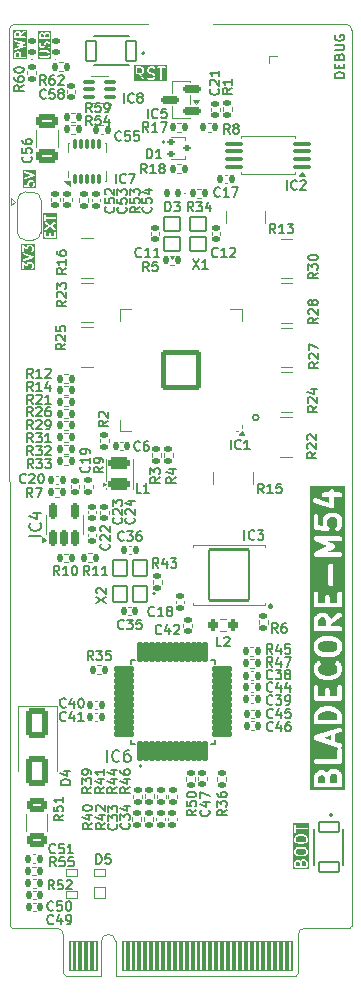
<source format=gbr>
%TF.GenerationSoftware,KiCad,Pcbnew,9.0.7*%
%TF.CreationDate,2026-02-08T22:25:42+01:00*%
%TF.ProjectId,BladeCore-M54,426c6164-6543-46f7-9265-2d4d35342e6b,rev?*%
%TF.SameCoordinates,Original*%
%TF.FileFunction,Legend,Top*%
%TF.FilePolarity,Positive*%
%FSLAX46Y46*%
G04 Gerber Fmt 4.6, Leading zero omitted, Abs format (unit mm)*
G04 Created by KiCad (PCBNEW 9.0.7) date 2026-02-08 22:25:42*
%MOMM*%
%LPD*%
G01*
G04 APERTURE LIST*
G04 Aperture macros list*
%AMRoundRect*
0 Rectangle with rounded corners*
0 $1 Rounding radius*
0 $2 $3 $4 $5 $6 $7 $8 $9 X,Y pos of 4 corners*
0 Add a 4 corners polygon primitive as box body*
4,1,4,$2,$3,$4,$5,$6,$7,$8,$9,$2,$3,0*
0 Add four circle primitives for the rounded corners*
1,1,$1+$1,$2,$3*
1,1,$1+$1,$4,$5*
1,1,$1+$1,$6,$7*
1,1,$1+$1,$8,$9*
0 Add four rect primitives between the rounded corners*
20,1,$1+$1,$2,$3,$4,$5,0*
20,1,$1+$1,$4,$5,$6,$7,0*
20,1,$1+$1,$6,$7,$8,$9,0*
20,1,$1+$1,$8,$9,$2,$3,0*%
%AMFreePoly0*
4,1,23,0.000000,0.745722,0.065263,0.745722,0.191342,0.711940,0.304381,0.646677,0.396677,0.554381,0.461940,0.441342,0.495722,0.315263,0.495722,0.250000,0.500000,0.250000,0.500000,-0.250000,0.495722,-0.250000,0.495722,-0.315263,0.461940,-0.441342,0.396677,-0.554381,0.304381,-0.646677,0.191342,-0.711940,0.065263,-0.745722,0.000000,-0.745722,0.000000,-0.750000,-0.550000,-0.750000,
-0.550000,0.750000,0.000000,0.750000,0.000000,0.745722,0.000000,0.745722,$1*%
%AMFreePoly1*
4,1,23,0.550000,-0.750000,0.000000,-0.750000,0.000000,-0.745722,-0.065263,-0.745722,-0.191342,-0.711940,-0.304381,-0.646677,-0.396677,-0.554381,-0.461940,-0.441342,-0.495722,-0.315263,-0.495722,-0.250000,-0.500000,-0.250000,-0.500000,0.250000,-0.495722,0.250000,-0.495722,0.315263,-0.461940,0.441342,-0.396677,0.554381,-0.304381,0.646677,-0.191342,0.711940,-0.065263,0.745722,0.000000,0.745722,
0.000000,0.750000,0.550000,0.750000,0.550000,-0.750000,0.550000,-0.750000,$1*%
G04 Aperture macros list end*
%ADD10C,0.400000*%
%ADD11C,0.150000*%
%ADD12C,0.120000*%
%ADD13C,0.127000*%
%ADD14C,0.200000*%
%ADD15C,0.100000*%
%ADD16C,0.250000*%
%ADD17FreePoly0,270.000000*%
%ADD18R,1.500000X1.000000*%
%ADD19FreePoly1,270.000000*%
%ADD20RoundRect,0.102000X0.400000X0.850000X-0.400000X0.850000X-0.400000X-0.850000X0.400000X-0.850000X0*%
%ADD21RoundRect,0.102000X-0.850000X0.400000X-0.850000X-0.400000X0.850000X-0.400000X0.850000X0.400000X0*%
%ADD22RoundRect,0.070000X0.070000X-0.355000X0.070000X0.355000X-0.070000X0.355000X-0.070000X-0.355000X0*%
%ADD23R,0.700000X0.280000*%
%ADD24R,2.400000X1.650000*%
%ADD25RoundRect,0.147500X0.172500X-0.147500X0.172500X0.147500X-0.172500X0.147500X-0.172500X-0.147500X0*%
%ADD26RoundRect,0.250000X-0.650000X1.000000X-0.650000X-1.000000X0.650000X-1.000000X0.650000X1.000000X0*%
%ADD27RoundRect,0.135000X-0.135000X-0.185000X0.135000X-0.185000X0.135000X0.185000X-0.135000X0.185000X0*%
%ADD28RoundRect,0.100000X0.400000X0.100000X-0.400000X0.100000X-0.400000X-0.100000X0.400000X-0.100000X0*%
%ADD29RoundRect,0.135000X0.135000X0.185000X-0.135000X0.185000X-0.135000X-0.185000X0.135000X-0.185000X0*%
%ADD30R,0.800000X0.500000*%
%ADD31R,0.800000X0.400000*%
%ADD32RoundRect,0.140000X-0.170000X0.140000X-0.170000X-0.140000X0.170000X-0.140000X0.170000X0.140000X0*%
%ADD33RoundRect,0.250000X-0.650000X0.325000X-0.650000X-0.325000X0.650000X-0.325000X0.650000X0.325000X0*%
%ADD34RoundRect,0.102000X0.600000X0.700000X-0.600000X0.700000X-0.600000X-0.700000X0.600000X-0.700000X0*%
%ADD35R,0.500000X0.800000*%
%ADD36R,0.400000X0.800000*%
%ADD37RoundRect,0.135000X-0.185000X0.135000X-0.185000X-0.135000X0.185000X-0.135000X0.185000X0.135000X0*%
%ADD38RoundRect,0.140000X-0.140000X-0.170000X0.140000X-0.170000X0.140000X0.170000X-0.140000X0.170000X0*%
%ADD39RoundRect,0.140000X0.140000X0.170000X-0.140000X0.170000X-0.140000X-0.170000X0.140000X-0.170000X0*%
%ADD40RoundRect,0.135000X0.185000X-0.135000X0.185000X0.135000X-0.185000X0.135000X-0.185000X-0.135000X0*%
%ADD41RoundRect,0.140000X0.170000X-0.140000X0.170000X0.140000X-0.170000X0.140000X-0.170000X-0.140000X0*%
%ADD42O,1.244200X0.648600*%
%ADD43RoundRect,0.102000X1.700000X2.150000X-1.700000X2.150000X-1.700000X-2.150000X1.700000X-2.150000X0*%
%ADD44RoundRect,0.102000X0.140000X-0.780000X0.140000X0.780000X-0.140000X0.780000X-0.140000X-0.780000X0*%
%ADD45RoundRect,0.102000X0.780000X-0.140000X0.780000X0.140000X-0.780000X0.140000X-0.780000X-0.140000X0*%
%ADD46RoundRect,0.125000X-0.175000X-0.125000X0.175000X-0.125000X0.175000X0.125000X-0.175000X0.125000X0*%
%ADD47C,2.374900*%
%ADD48C,0.990600*%
%ADD49C,0.787400*%
%ADD50RoundRect,0.200000X-0.200000X-0.275000X0.200000X-0.275000X0.200000X0.275000X-0.200000X0.275000X0*%
%ADD51RoundRect,0.250000X0.625000X-0.312500X0.625000X0.312500X-0.625000X0.312500X-0.625000X-0.312500X0*%
%ADD52RoundRect,0.150000X0.150000X-0.512500X0.150000X0.512500X-0.150000X0.512500X-0.150000X-0.512500X0*%
%ADD53RoundRect,0.150000X0.587500X0.150000X-0.587500X0.150000X-0.587500X-0.150000X0.587500X-0.150000X0*%
%ADD54RoundRect,0.050000X0.500000X-0.500000X0.500000X0.500000X-0.500000X0.500000X-0.500000X-0.500000X0*%
%ADD55RoundRect,0.050000X0.500000X-0.300000X0.500000X0.300000X-0.500000X0.300000X-0.500000X-0.300000X0*%
%ADD56RoundRect,0.147500X0.147500X0.172500X-0.147500X0.172500X-0.147500X-0.172500X0.147500X-0.172500X0*%
%ADD57RoundRect,0.100000X0.637500X0.100000X-0.637500X0.100000X-0.637500X-0.100000X0.637500X-0.100000X0*%
%ADD58RoundRect,0.250000X0.640000X-0.260000X0.640000X0.260000X-0.640000X0.260000X-0.640000X-0.260000X0*%
%ADD59RoundRect,0.050000X-0.175000X-1.250000X0.175000X-1.250000X0.175000X1.250000X-0.175000X1.250000X0*%
%ADD60C,5.500000*%
%ADD61RoundRect,0.102000X0.700000X-0.600000X0.700000X0.600000X-0.700000X0.600000X-0.700000X-0.600000X0*%
%ADD62O,0.780000X0.220000*%
%ADD63O,0.220000X0.780000*%
%ADD64C,0.425000*%
%ADD65RoundRect,0.200000X1.500000X1.500000X-1.500000X1.500000X-1.500000X-1.500000X1.500000X-1.500000X0*%
G04 APERTURE END LIST*
D10*
G36*
X27527871Y17277358D02*
G01*
X27577209Y17228020D01*
X27636819Y17108802D01*
X27636819Y16689348D01*
X27084438Y16689348D01*
X27084438Y17108802D01*
X27144047Y17228021D01*
X27193385Y17277358D01*
X27312603Y17336967D01*
X27408653Y17336967D01*
X27527871Y17277358D01*
G37*
G36*
X28575489Y17372596D02*
G01*
X28624829Y17323258D01*
X28684438Y17204040D01*
X28684438Y16689348D01*
X28036819Y16689348D01*
X28036819Y17123558D01*
X28106864Y17333695D01*
X28145766Y17372596D01*
X28264984Y17432205D01*
X28456272Y17432205D01*
X28575489Y17372596D01*
G37*
G36*
X28113009Y20290644D02*
G01*
X27516894Y20489349D01*
X28113009Y20688054D01*
X28113009Y20290644D01*
G37*
G36*
X28338440Y22681598D02*
G01*
X28480251Y22610692D01*
X28614393Y22476552D01*
X28684438Y22266417D01*
X28684438Y22022682D01*
X27084438Y22022682D01*
X27084438Y22266417D01*
X27154482Y22476552D01*
X27288624Y22610693D01*
X27430431Y22681596D01*
X27766203Y22765539D01*
X28002672Y22765539D01*
X28338440Y22681598D01*
G37*
G36*
X28496472Y28594471D02*
G01*
X28624829Y28466116D01*
X28684438Y28346898D01*
X28684438Y28060371D01*
X28624829Y27941154D01*
X28496472Y27812799D01*
X28193148Y27736968D01*
X27575727Y27736968D01*
X27272401Y27812800D01*
X27144047Y27941153D01*
X27084438Y28060372D01*
X27084438Y28346898D01*
X27144047Y28466117D01*
X27272401Y28594470D01*
X27575727Y28670301D01*
X28193148Y28670301D01*
X28496472Y28594471D01*
G37*
G36*
X27623108Y30610692D02*
G01*
X27672448Y30561354D01*
X27732057Y30442136D01*
X27732057Y29927444D01*
X27084438Y29927444D01*
X27084438Y30442136D01*
X27144047Y30561355D01*
X27193385Y30610692D01*
X27312603Y30670301D01*
X27503891Y30670301D01*
X27623108Y30610692D01*
G37*
G36*
X29306660Y16067126D02*
G01*
X26368549Y16067126D01*
X26368549Y17156015D01*
X26684438Y17156015D01*
X26684438Y16489348D01*
X26688281Y16450330D01*
X26718144Y16378234D01*
X26773324Y16323054D01*
X26845420Y16293191D01*
X26884438Y16289348D01*
X28884438Y16289348D01*
X28923456Y16293191D01*
X28995552Y16323054D01*
X29050732Y16378234D01*
X29080595Y16450330D01*
X29084438Y16489348D01*
X29084438Y17251253D01*
X29080595Y17290271D01*
X29077845Y17296909D01*
X29077336Y17304078D01*
X29063324Y17340695D01*
X28968085Y17531172D01*
X28957516Y17547962D01*
X28955494Y17552844D01*
X28950983Y17558341D01*
X28947199Y17564352D01*
X28943210Y17567812D01*
X28930621Y17583151D01*
X28835382Y17678389D01*
X28820045Y17690975D01*
X28816584Y17694966D01*
X28810565Y17698755D01*
X28805074Y17703261D01*
X28800197Y17705281D01*
X28783404Y17715852D01*
X28592928Y17811090D01*
X28556310Y17825103D01*
X28549140Y17825613D01*
X28542503Y17828362D01*
X28503485Y17832205D01*
X28217771Y17832205D01*
X28178753Y17828362D01*
X28172115Y17825613D01*
X28164946Y17825103D01*
X28128329Y17811091D01*
X27937852Y17715852D01*
X27921060Y17705283D01*
X27916181Y17703261D01*
X27910688Y17698754D01*
X27904672Y17694966D01*
X27901210Y17690975D01*
X27885874Y17678388D01*
X27790636Y17583150D01*
X27789340Y17581573D01*
X27787763Y17583150D01*
X27772427Y17595737D01*
X27768965Y17599728D01*
X27762948Y17603516D01*
X27757456Y17608023D01*
X27752576Y17610045D01*
X27735785Y17620614D01*
X27545309Y17715852D01*
X27508691Y17729865D01*
X27501521Y17730375D01*
X27494884Y17733124D01*
X27455866Y17736967D01*
X27265390Y17736967D01*
X27226372Y17733124D01*
X27219734Y17730375D01*
X27212565Y17729865D01*
X27175948Y17715853D01*
X26985471Y17620614D01*
X26968679Y17610045D01*
X26963800Y17608023D01*
X26958307Y17603516D01*
X26952291Y17599728D01*
X26948829Y17595737D01*
X26933493Y17583150D01*
X26838255Y17487912D01*
X26825668Y17472577D01*
X26821677Y17469114D01*
X26817889Y17463098D01*
X26813382Y17457605D01*
X26811360Y17452726D01*
X26800791Y17435934D01*
X26705553Y17245458D01*
X26691540Y17208840D01*
X26691030Y17201671D01*
X26688281Y17195033D01*
X26684438Y17156015D01*
X26368549Y17156015D01*
X26368549Y20514363D01*
X26686009Y20514363D01*
X26687786Y20489348D01*
X26686009Y20464333D01*
X26690527Y20450779D01*
X26691540Y20436523D01*
X26702757Y20414089D01*
X26710686Y20390302D01*
X26720047Y20379508D01*
X26726439Y20366725D01*
X26745384Y20350295D01*
X26761815Y20331349D01*
X26774597Y20324958D01*
X26785392Y20315596D01*
X26821193Y20299611D01*
X28821193Y19632945D01*
X28829133Y19631140D01*
X28773324Y19608023D01*
X28718144Y19552843D01*
X28688281Y19480747D01*
X28684438Y19441729D01*
X28684438Y18689348D01*
X26884438Y18689348D01*
X26845420Y18685505D01*
X26773324Y18655642D01*
X26718144Y18600462D01*
X26688281Y18528366D01*
X26688281Y18450330D01*
X26718144Y18378234D01*
X26773324Y18323054D01*
X26845420Y18293191D01*
X26884438Y18289348D01*
X28884438Y18289348D01*
X28923456Y18293191D01*
X28995552Y18323054D01*
X29050732Y18378234D01*
X29080595Y18450330D01*
X29084438Y18489348D01*
X29084438Y19441729D01*
X29080595Y19480747D01*
X29050732Y19552843D01*
X28995552Y19608023D01*
X28939869Y19631088D01*
X29007061Y19664683D01*
X29058190Y19723636D01*
X29082868Y19797667D01*
X29077336Y19875507D01*
X29042437Y19945305D01*
X28983484Y19996434D01*
X28947684Y20012419D01*
X28513009Y20157311D01*
X28513009Y20821387D01*
X28947683Y20966278D01*
X28983484Y20982263D01*
X29042437Y21033392D01*
X29077335Y21103190D01*
X29082867Y21181030D01*
X29058190Y21255061D01*
X29007061Y21314014D01*
X28937263Y21348913D01*
X28859423Y21354444D01*
X28821192Y21345752D01*
X26821192Y20679085D01*
X26785392Y20663100D01*
X26774597Y20653739D01*
X26761815Y20647347D01*
X26745384Y20628402D01*
X26726439Y20611971D01*
X26720047Y20599189D01*
X26710686Y20588394D01*
X26702757Y20564607D01*
X26691540Y20542173D01*
X26690527Y20527918D01*
X26686009Y20514363D01*
X26368549Y20514363D01*
X26368549Y22298872D01*
X26684438Y22298872D01*
X26684438Y21822682D01*
X26688281Y21783664D01*
X26718144Y21711568D01*
X26773324Y21656388D01*
X26845420Y21626525D01*
X26884438Y21622682D01*
X28884438Y21622682D01*
X28923456Y21626525D01*
X28995552Y21656388D01*
X29050732Y21711568D01*
X29080595Y21783664D01*
X29084438Y21822682D01*
X29084438Y22298872D01*
X29082492Y22318621D01*
X29082867Y22323886D01*
X29081291Y22330814D01*
X29080595Y22337890D01*
X29078573Y22342771D01*
X29074175Y22362117D01*
X28978937Y22647832D01*
X28962952Y22683633D01*
X28958243Y22689063D01*
X28955493Y22695702D01*
X28930621Y22726009D01*
X28740144Y22916485D01*
X28724806Y22929072D01*
X28721346Y22933062D01*
X28715330Y22936849D01*
X28709837Y22941357D01*
X28704957Y22943379D01*
X28688166Y22953948D01*
X28497690Y23049186D01*
X28494834Y23050279D01*
X28493675Y23051138D01*
X28477300Y23056989D01*
X28461072Y23063199D01*
X28459633Y23063302D01*
X28456754Y23064330D01*
X28075802Y23159568D01*
X28069035Y23160569D01*
X28066313Y23161696D01*
X28051618Y23163144D01*
X28037017Y23165302D01*
X28034103Y23164869D01*
X28027295Y23165539D01*
X27741580Y23165539D01*
X27734771Y23164869D01*
X27731858Y23165302D01*
X27717264Y23163145D01*
X27702562Y23161696D01*
X27699836Y23160568D01*
X27693073Y23159567D01*
X27312121Y23064330D01*
X27309241Y23063302D01*
X27307803Y23063199D01*
X27291563Y23056985D01*
X27275200Y23051138D01*
X27274041Y23050280D01*
X27271186Y23049187D01*
X27080709Y22953948D01*
X27063917Y22943379D01*
X27059038Y22941357D01*
X27053544Y22936849D01*
X27047529Y22933062D01*
X27044068Y22929073D01*
X27028731Y22916485D01*
X26838255Y22726008D01*
X26813382Y22695701D01*
X26810631Y22689062D01*
X26805924Y22683633D01*
X26789939Y22647832D01*
X26694701Y22362117D01*
X26690302Y22342771D01*
X26688281Y22337890D01*
X26687584Y22330814D01*
X26686009Y22323886D01*
X26686383Y22318621D01*
X26684438Y22298872D01*
X26368549Y22298872D01*
X26368549Y24775063D01*
X26684438Y24775063D01*
X26684438Y23822682D01*
X26688281Y23783664D01*
X26718144Y23711568D01*
X26773324Y23656388D01*
X26845420Y23626525D01*
X26884438Y23622682D01*
X28884438Y23622682D01*
X28923456Y23626525D01*
X28995552Y23656388D01*
X29050732Y23711568D01*
X29080595Y23783664D01*
X29084438Y23822682D01*
X29084438Y24775063D01*
X29080595Y24814081D01*
X29050732Y24886177D01*
X28995552Y24941357D01*
X28923456Y24971220D01*
X28845420Y24971220D01*
X28773324Y24941357D01*
X28718144Y24886177D01*
X28688281Y24814081D01*
X28684438Y24775063D01*
X28684438Y24022682D01*
X28036819Y24022682D01*
X28036819Y24489349D01*
X28032976Y24528367D01*
X28003113Y24600463D01*
X27947933Y24655643D01*
X27875837Y24685506D01*
X27797801Y24685506D01*
X27725705Y24655643D01*
X27670525Y24600463D01*
X27640662Y24528367D01*
X27636819Y24489349D01*
X27636819Y24022682D01*
X27084438Y24022682D01*
X27084438Y24775063D01*
X27080595Y24814081D01*
X27050732Y24886177D01*
X26995552Y24941357D01*
X26923456Y24971220D01*
X26845420Y24971220D01*
X26773324Y24941357D01*
X26718144Y24886177D01*
X26688281Y24814081D01*
X26684438Y24775063D01*
X26368549Y24775063D01*
X26368549Y26394111D01*
X26684438Y26394111D01*
X26684438Y26203635D01*
X26686383Y26183887D01*
X26686009Y26178621D01*
X26687584Y26171694D01*
X26688281Y26164617D01*
X26690302Y26159737D01*
X26694701Y26140390D01*
X26789939Y25854675D01*
X26805924Y25818874D01*
X26810631Y25813446D01*
X26813382Y25806806D01*
X26838255Y25776499D01*
X27028731Y25586022D01*
X27044068Y25573435D01*
X27047529Y25569445D01*
X27053544Y25565659D01*
X27059038Y25561150D01*
X27063917Y25559129D01*
X27080709Y25548559D01*
X27271186Y25453320D01*
X27274041Y25452228D01*
X27275200Y25451369D01*
X27291563Y25445523D01*
X27307803Y25439308D01*
X27309241Y25439206D01*
X27312121Y25438177D01*
X27693073Y25342940D01*
X27699836Y25341940D01*
X27702562Y25340811D01*
X27717264Y25339363D01*
X27731858Y25337205D01*
X27734771Y25337639D01*
X27741580Y25336968D01*
X28027295Y25336968D01*
X28034103Y25337639D01*
X28037017Y25337205D01*
X28051618Y25339364D01*
X28066313Y25340811D01*
X28069035Y25341939D01*
X28075802Y25342939D01*
X28456754Y25438177D01*
X28459633Y25439206D01*
X28461072Y25439308D01*
X28477300Y25445519D01*
X28493675Y25451369D01*
X28494834Y25452229D01*
X28497690Y25453321D01*
X28688166Y25548559D01*
X28704957Y25559129D01*
X28709837Y25561150D01*
X28715330Y25565659D01*
X28721346Y25569445D01*
X28724806Y25573436D01*
X28740144Y25586022D01*
X28930621Y25776498D01*
X28955493Y25806805D01*
X28958243Y25813445D01*
X28962952Y25818874D01*
X28978937Y25854675D01*
X29074175Y26140390D01*
X29078573Y26159737D01*
X29080595Y26164617D01*
X29081291Y26171694D01*
X29082867Y26178621D01*
X29082492Y26183887D01*
X29084438Y26203635D01*
X29084438Y26394111D01*
X29082492Y26413861D01*
X29082867Y26419126D01*
X29081291Y26426055D01*
X29080595Y26433129D01*
X29078574Y26438008D01*
X29074175Y26457357D01*
X28978937Y26743071D01*
X28962952Y26778871D01*
X28958245Y26784299D01*
X28955494Y26790940D01*
X28930621Y26821247D01*
X28835382Y26916485D01*
X28805074Y26941357D01*
X28732978Y26971220D01*
X28654942Y26971220D01*
X28582846Y26941356D01*
X28527667Y26886176D01*
X28497804Y26814080D01*
X28497804Y26736044D01*
X28527668Y26663948D01*
X28552540Y26633641D01*
X28614392Y26571790D01*
X28684438Y26361654D01*
X28684438Y26236091D01*
X28614393Y26025956D01*
X28480251Y25891816D01*
X28338440Y25820910D01*
X28002672Y25736968D01*
X27766203Y25736968D01*
X27430431Y25820911D01*
X27288624Y25891815D01*
X27154482Y26025956D01*
X27084438Y26236091D01*
X27084438Y26361654D01*
X27154483Y26571791D01*
X27216335Y26633642D01*
X27241208Y26663949D01*
X27271071Y26736045D01*
X27271071Y26814081D01*
X27241208Y26886177D01*
X27186028Y26941357D01*
X27113932Y26971220D01*
X27035896Y26971220D01*
X26963800Y26941357D01*
X26933493Y26916484D01*
X26838255Y26821246D01*
X26813382Y26790939D01*
X26810631Y26784300D01*
X26805924Y26778871D01*
X26789939Y26743071D01*
X26694701Y26457357D01*
X26690301Y26438008D01*
X26688281Y26433129D01*
X26687584Y26426055D01*
X26686009Y26419126D01*
X26686383Y26413861D01*
X26684438Y26394111D01*
X26368549Y26394111D01*
X26368549Y28394111D01*
X26684438Y28394111D01*
X26684438Y28013158D01*
X26688281Y27974140D01*
X26691030Y27967503D01*
X26691540Y27960333D01*
X26705553Y27923715D01*
X26800791Y27733239D01*
X26811360Y27716448D01*
X26813382Y27711568D01*
X26817889Y27706076D01*
X26821677Y27700059D01*
X26825668Y27696597D01*
X26838255Y27681261D01*
X27028731Y27490784D01*
X27059038Y27465912D01*
X27072776Y27460222D01*
X27084724Y27451369D01*
X27121645Y27438177D01*
X27502597Y27342940D01*
X27509360Y27341940D01*
X27512086Y27340811D01*
X27526788Y27339363D01*
X27541382Y27337205D01*
X27544295Y27337639D01*
X27551104Y27336968D01*
X28217771Y27336968D01*
X28224579Y27337639D01*
X28227493Y27337205D01*
X28242094Y27339364D01*
X28256789Y27340811D01*
X28259511Y27341939D01*
X28266278Y27342939D01*
X28647230Y27438177D01*
X28684151Y27451369D01*
X28696098Y27460222D01*
X28709837Y27465912D01*
X28740144Y27490784D01*
X28930621Y27681260D01*
X28943208Y27696599D01*
X28947199Y27700059D01*
X28950986Y27706076D01*
X28955493Y27711567D01*
X28957513Y27716446D01*
X28968085Y27733239D01*
X29063324Y27923716D01*
X29077336Y27960333D01*
X29077845Y27967503D01*
X29080595Y27974140D01*
X29084438Y28013158D01*
X29084438Y28394111D01*
X29080595Y28433129D01*
X29077845Y28439767D01*
X29077336Y28446936D01*
X29063324Y28483553D01*
X28968085Y28674030D01*
X28957513Y28690824D01*
X28955493Y28695702D01*
X28950986Y28701194D01*
X28947199Y28707210D01*
X28943208Y28710671D01*
X28930621Y28726009D01*
X28740144Y28916485D01*
X28709837Y28941357D01*
X28696098Y28947048D01*
X28684151Y28955900D01*
X28647230Y28969092D01*
X28266278Y29064330D01*
X28259511Y29065331D01*
X28256789Y29066458D01*
X28242094Y29067906D01*
X28227493Y29070064D01*
X28224579Y29069631D01*
X28217771Y29070301D01*
X27551104Y29070301D01*
X27544295Y29069631D01*
X27541382Y29070064D01*
X27526788Y29067907D01*
X27512086Y29066458D01*
X27509360Y29065330D01*
X27502597Y29064329D01*
X27121645Y28969092D01*
X27084724Y28955900D01*
X27072776Y28947048D01*
X27059038Y28941357D01*
X27028731Y28916485D01*
X26838255Y28726008D01*
X26825668Y28710673D01*
X26821677Y28707210D01*
X26817889Y28701194D01*
X26813382Y28695701D01*
X26811360Y28690822D01*
X26800791Y28674030D01*
X26705553Y28483554D01*
X26691540Y28446936D01*
X26691030Y28439767D01*
X26688281Y28433129D01*
X26684438Y28394111D01*
X26368549Y28394111D01*
X26368549Y30489349D01*
X26684438Y30489349D01*
X26684438Y29727444D01*
X26688281Y29688426D01*
X26718144Y29616330D01*
X26773324Y29561150D01*
X26845420Y29531287D01*
X26884438Y29527444D01*
X28884438Y29527444D01*
X28923456Y29531287D01*
X28995552Y29561150D01*
X29050732Y29616330D01*
X29080595Y29688426D01*
X29080595Y29766462D01*
X29050732Y29838558D01*
X28995552Y29893738D01*
X28923456Y29923601D01*
X28884438Y29927444D01*
X28132057Y29927444D01*
X28132057Y30099503D01*
X28999130Y30706454D01*
X29028891Y30731978D01*
X29070829Y30797787D01*
X29084391Y30874636D01*
X29067511Y30950825D01*
X29022760Y31014754D01*
X28956951Y31056692D01*
X28880102Y31070254D01*
X28803914Y31053374D01*
X28769745Y31034147D01*
X28112695Y30574212D01*
X28110943Y30578791D01*
X28015704Y30769268D01*
X28005135Y30786058D01*
X28003113Y30790940D01*
X27998602Y30796437D01*
X27994818Y30802448D01*
X27990829Y30805908D01*
X27978240Y30821247D01*
X27883001Y30916485D01*
X27867664Y30929071D01*
X27864203Y30933062D01*
X27858184Y30936851D01*
X27852693Y30941357D01*
X27847816Y30943377D01*
X27831023Y30953948D01*
X27640547Y31049186D01*
X27603929Y31063199D01*
X27596759Y31063709D01*
X27590122Y31066458D01*
X27551104Y31070301D01*
X27265390Y31070301D01*
X27226372Y31066458D01*
X27219734Y31063709D01*
X27212565Y31063199D01*
X27175948Y31049187D01*
X26985471Y30953948D01*
X26968679Y30943379D01*
X26963800Y30941357D01*
X26958307Y30936850D01*
X26952291Y30933062D01*
X26948829Y30929071D01*
X26933493Y30916484D01*
X26838255Y30821246D01*
X26825668Y30805911D01*
X26821677Y30802448D01*
X26817889Y30796432D01*
X26813382Y30790939D01*
X26811360Y30786060D01*
X26800791Y30769268D01*
X26705553Y30578792D01*
X26691540Y30542174D01*
X26691030Y30535005D01*
X26688281Y30528367D01*
X26684438Y30489349D01*
X26368549Y30489349D01*
X26368549Y32679825D01*
X26684438Y32679825D01*
X26684438Y31727444D01*
X26688281Y31688426D01*
X26718144Y31616330D01*
X26773324Y31561150D01*
X26845420Y31531287D01*
X26884438Y31527444D01*
X28884438Y31527444D01*
X28923456Y31531287D01*
X28995552Y31561150D01*
X29050732Y31616330D01*
X29080595Y31688426D01*
X29084438Y31727444D01*
X29084438Y32679825D01*
X29080595Y32718843D01*
X29050732Y32790939D01*
X28995552Y32846119D01*
X28923456Y32875982D01*
X28845420Y32875982D01*
X28773324Y32846119D01*
X28718144Y32790939D01*
X28688281Y32718843D01*
X28684438Y32679825D01*
X28684438Y31927444D01*
X28036819Y31927444D01*
X28036819Y32394111D01*
X28032976Y32433129D01*
X28003113Y32505225D01*
X27947933Y32560405D01*
X27875837Y32590268D01*
X27797801Y32590268D01*
X27725705Y32560405D01*
X27670525Y32505225D01*
X27640662Y32433129D01*
X27636819Y32394111D01*
X27636819Y31927444D01*
X27084438Y31927444D01*
X27084438Y32679825D01*
X27080595Y32718843D01*
X27050732Y32790939D01*
X26995552Y32846119D01*
X26923456Y32875982D01*
X26845420Y32875982D01*
X26773324Y32846119D01*
X26718144Y32790939D01*
X26688281Y32718843D01*
X26684438Y32679825D01*
X26368549Y32679825D01*
X26368549Y35060777D01*
X27922533Y35060777D01*
X27922533Y33536968D01*
X27926376Y33497950D01*
X27956239Y33425854D01*
X28011419Y33370674D01*
X28083515Y33340811D01*
X28161551Y33340811D01*
X28233647Y33370674D01*
X28288827Y33425854D01*
X28318690Y33497950D01*
X28322533Y33536968D01*
X28322533Y35060777D01*
X28318690Y35099795D01*
X28288827Y35171891D01*
X28233647Y35227071D01*
X28161551Y35256934D01*
X28083515Y35256934D01*
X28011419Y35227071D01*
X27956239Y35171891D01*
X27926376Y35099795D01*
X27922533Y35060777D01*
X26368549Y35060777D01*
X26368549Y37316125D01*
X26686757Y37316125D01*
X26688281Y37311934D01*
X26688281Y37307473D01*
X26701565Y37275403D01*
X26713425Y37242787D01*
X26716437Y37239499D01*
X26718144Y37235377D01*
X26742691Y37210830D01*
X26766129Y37185237D01*
X26771416Y37182105D01*
X26773324Y37180197D01*
X26777688Y37178390D01*
X26799861Y37165254D01*
X27840067Y36679825D01*
X26799861Y36194395D01*
X26777688Y36181260D01*
X26773324Y36179452D01*
X26771416Y36177545D01*
X26766129Y36174412D01*
X26742691Y36148820D01*
X26718144Y36124272D01*
X26716437Y36120151D01*
X26713425Y36116862D01*
X26701565Y36084247D01*
X26688281Y36052176D01*
X26688281Y36047716D01*
X26686757Y36043524D01*
X26688281Y36008855D01*
X26688281Y35974140D01*
X26689988Y35970019D01*
X26690184Y35965563D01*
X26704860Y35934115D01*
X26718144Y35902044D01*
X26721298Y35898890D01*
X26723184Y35894849D01*
X26748776Y35871412D01*
X26773324Y35846864D01*
X26777445Y35845158D01*
X26780734Y35842145D01*
X26813349Y35830286D01*
X26845420Y35817001D01*
X26851538Y35816399D01*
X26854072Y35815477D01*
X26858788Y35815685D01*
X26884438Y35813158D01*
X28884438Y35813158D01*
X28923456Y35817001D01*
X28995552Y35846864D01*
X29050732Y35902044D01*
X29080595Y35974140D01*
X29080595Y36052176D01*
X29050732Y36124272D01*
X28995552Y36179452D01*
X28923456Y36209315D01*
X28884438Y36213158D01*
X27785950Y36213158D01*
X28397586Y36498589D01*
X28411873Y36507053D01*
X28416713Y36508812D01*
X28420135Y36511947D01*
X28431319Y36518571D01*
X28451850Y36540991D01*
X28474263Y36561516D01*
X28478020Y36569568D01*
X28484022Y36576121D01*
X28494412Y36604694D01*
X28507263Y36632231D01*
X28507653Y36641105D01*
X28510691Y36649459D01*
X28509355Y36679837D01*
X28510690Y36710192D01*
X28507654Y36718541D01*
X28507264Y36727420D01*
X28494408Y36754968D01*
X28484022Y36783530D01*
X28478020Y36790084D01*
X28474263Y36798135D01*
X28451843Y36818667D01*
X28431318Y36841079D01*
X28420138Y36847702D01*
X28416714Y36850838D01*
X28411872Y36852599D01*
X28397586Y36861062D01*
X27785952Y37146491D01*
X28884438Y37146491D01*
X28923456Y37150334D01*
X28995552Y37180197D01*
X29050732Y37235377D01*
X29080595Y37307473D01*
X29080595Y37385509D01*
X29050732Y37457605D01*
X28995552Y37512785D01*
X28923456Y37542648D01*
X28884438Y37546491D01*
X26884438Y37546491D01*
X26858788Y37543965D01*
X26854072Y37544172D01*
X26851538Y37543251D01*
X26845420Y37542648D01*
X26813349Y37529364D01*
X26780734Y37517504D01*
X26777445Y37514492D01*
X26773324Y37512785D01*
X26748776Y37488238D01*
X26723184Y37464800D01*
X26721298Y37460760D01*
X26718144Y37457605D01*
X26704857Y37425530D01*
X26690184Y37394085D01*
X26689988Y37389631D01*
X26688281Y37385509D01*
X26688281Y37350795D01*
X26686757Y37316125D01*
X26368549Y37316125D01*
X26368549Y39251253D01*
X26684438Y39251253D01*
X26684438Y38298872D01*
X26685859Y38284441D01*
X26685372Y38279566D01*
X26686808Y38274806D01*
X26688281Y38259854D01*
X26699468Y38232846D01*
X26707913Y38204856D01*
X26714290Y38197062D01*
X26718144Y38187758D01*
X26738818Y38167084D01*
X26757329Y38144460D01*
X26766201Y38139701D01*
X26773324Y38132578D01*
X26800335Y38121390D01*
X26826095Y38107571D01*
X26840825Y38104619D01*
X26845420Y38102715D01*
X26850320Y38102715D01*
X26864537Y38099865D01*
X27816918Y38004627D01*
X27856125Y38004568D01*
X27865766Y38007477D01*
X27875838Y38007477D01*
X27902848Y38018666D01*
X27930835Y38027109D01*
X27938628Y38033486D01*
X27947934Y38037340D01*
X27968610Y38058018D01*
X27991231Y38076525D01*
X27995990Y38085398D01*
X28003114Y38092521D01*
X28014303Y38119537D01*
X28028120Y38145291D01*
X28029121Y38155310D01*
X28032977Y38164617D01*
X28032976Y38193857D01*
X28035885Y38222940D01*
X28032976Y38232582D01*
X28032976Y38242653D01*
X28021787Y38269664D01*
X28013344Y38297650D01*
X28006967Y38305444D01*
X28003113Y38314749D01*
X27978240Y38345056D01*
X27905950Y38417345D01*
X27846342Y38536562D01*
X27846342Y38918326D01*
X27905950Y39037543D01*
X27955291Y39086883D01*
X28074508Y39146491D01*
X28456272Y39146491D01*
X28575489Y39086882D01*
X28624829Y39037544D01*
X28684438Y38918326D01*
X28684438Y38536561D01*
X28624829Y38417344D01*
X28552540Y38345056D01*
X28527668Y38314749D01*
X28497804Y38242653D01*
X28497804Y38164617D01*
X28527667Y38092521D01*
X28582846Y38037341D01*
X28654942Y38007477D01*
X28732978Y38007477D01*
X28805074Y38037340D01*
X28835382Y38062212D01*
X28930621Y38157450D01*
X28943210Y38172790D01*
X28947199Y38176249D01*
X28950983Y38182261D01*
X28955494Y38187757D01*
X28957516Y38192640D01*
X28968085Y38209429D01*
X29063324Y38399906D01*
X29077336Y38436523D01*
X29077845Y38443693D01*
X29080595Y38450330D01*
X29084438Y38489348D01*
X29084438Y38965539D01*
X29080595Y39004557D01*
X29077845Y39011195D01*
X29077336Y39018364D01*
X29063324Y39054981D01*
X28968085Y39245458D01*
X28957516Y39262248D01*
X28955494Y39267130D01*
X28950983Y39272627D01*
X28947199Y39278638D01*
X28943210Y39282098D01*
X28930621Y39297437D01*
X28835382Y39392675D01*
X28820045Y39405261D01*
X28816584Y39409252D01*
X28810565Y39413041D01*
X28805074Y39417547D01*
X28800197Y39419567D01*
X28783404Y39430138D01*
X28592928Y39525376D01*
X28556310Y39539389D01*
X28549140Y39539899D01*
X28542503Y39542648D01*
X28503485Y39546491D01*
X28027295Y39546491D01*
X27988277Y39542648D01*
X27981639Y39539899D01*
X27974470Y39539389D01*
X27937853Y39525377D01*
X27747376Y39430138D01*
X27730587Y39419570D01*
X27725706Y39417548D01*
X27720211Y39413039D01*
X27714196Y39409252D01*
X27710734Y39405262D01*
X27695399Y39392675D01*
X27600159Y39297437D01*
X27587571Y39282100D01*
X27583581Y39278638D01*
X27579793Y39272622D01*
X27575287Y39267130D01*
X27573266Y39262252D01*
X27562695Y39245458D01*
X27467457Y39054982D01*
X27453444Y39018364D01*
X27452934Y39011195D01*
X27450185Y39004557D01*
X27446342Y38965539D01*
X27446342Y38489348D01*
X27450185Y38450330D01*
X27452934Y38443693D01*
X27452982Y38443015D01*
X27084438Y38479870D01*
X27084438Y39251253D01*
X27080595Y39290271D01*
X27050732Y39362367D01*
X26995552Y39417547D01*
X26923456Y39447410D01*
X26845420Y39447410D01*
X26773324Y39417547D01*
X26718144Y39362367D01*
X26688281Y39290271D01*
X26684438Y39251253D01*
X26368549Y39251253D01*
X26368549Y40609601D01*
X26590771Y40609601D01*
X26596302Y40531761D01*
X26631201Y40461963D01*
X26690154Y40410834D01*
X26725954Y40394849D01*
X28154526Y39918659D01*
X28173872Y39914261D01*
X28178753Y39912239D01*
X28182764Y39912239D01*
X28192757Y39909967D01*
X28224731Y39912239D01*
X28256789Y39912239D01*
X28263427Y39914989D01*
X28270596Y39915498D01*
X28299271Y39929836D01*
X28328885Y39942102D01*
X28333966Y39947183D01*
X28340394Y39950397D01*
X28361397Y39974615D01*
X28384065Y39997282D01*
X28386815Y40003922D01*
X28391523Y40009350D01*
X28401658Y40039758D01*
X28413928Y40069378D01*
X28414932Y40079580D01*
X28416200Y40083381D01*
X28415825Y40088647D01*
X28417771Y40108396D01*
X28417771Y40860777D01*
X28884438Y40860777D01*
X28923456Y40864620D01*
X28995552Y40894483D01*
X29050732Y40949663D01*
X29080595Y41021759D01*
X29080595Y41099795D01*
X29050732Y41171891D01*
X28995552Y41227071D01*
X28923456Y41256934D01*
X28884438Y41260777D01*
X28417771Y41260777D01*
X28417771Y41346491D01*
X28413928Y41385509D01*
X28384065Y41457605D01*
X28328885Y41512785D01*
X28256789Y41542648D01*
X28178753Y41542648D01*
X28106657Y41512785D01*
X28051477Y41457605D01*
X28021614Y41385509D01*
X28017771Y41346491D01*
X28017771Y41260777D01*
X27551104Y41260777D01*
X27512086Y41256934D01*
X27439990Y41227071D01*
X27384810Y41171891D01*
X27354947Y41099795D01*
X27354947Y41021759D01*
X27384810Y40949663D01*
X27439990Y40894483D01*
X27512086Y40864620D01*
X27551104Y40860777D01*
X28017771Y40860777D01*
X28017771Y40385882D01*
X26852446Y40774323D01*
X26814215Y40783015D01*
X26736375Y40777484D01*
X26666577Y40742585D01*
X26615448Y40683632D01*
X26590771Y40609601D01*
X26368549Y40609601D01*
X26368549Y41764870D01*
X29306660Y41764870D01*
X29306660Y16067126D01*
G37*
D11*
G36*
X3158184Y66987526D02*
G01*
X2030406Y66987526D01*
X2030406Y67570113D01*
X2119295Y67570113D01*
X2119295Y67189161D01*
X2119827Y67183750D01*
X2119645Y67181921D01*
X2120183Y67180135D01*
X2120736Y67174529D01*
X2124930Y67164403D01*
X2128098Y67153905D01*
X2130489Y67150982D01*
X2131935Y67147493D01*
X2139688Y67139740D01*
X2146629Y67131257D01*
X2149955Y67129473D01*
X2152627Y67126801D01*
X2162756Y67122606D01*
X2172416Y67117423D01*
X2177940Y67116316D01*
X2179663Y67115602D01*
X2181500Y67115602D01*
X2186832Y67114533D01*
X2567784Y67076437D01*
X2582487Y67076415D01*
X2586103Y67077506D01*
X2589877Y67077506D01*
X2600003Y67081700D01*
X2610503Y67084868D01*
X2613425Y67087260D01*
X2616914Y67088704D01*
X2624668Y67096459D01*
X2633151Y67103399D01*
X2634935Y67106726D01*
X2637607Y67109397D01*
X2641802Y67119527D01*
X2646985Y67129186D01*
X2647360Y67132945D01*
X2648806Y67136433D01*
X2648806Y67147396D01*
X2649897Y67158305D01*
X2648806Y67161921D01*
X2648806Y67165696D01*
X2644611Y67175824D01*
X2641444Y67186321D01*
X2639053Y67189244D01*
X2637608Y67192732D01*
X2628281Y67204097D01*
X2598791Y67233588D01*
X2574057Y67283056D01*
X2574057Y67438123D01*
X2598791Y67487592D01*
X2619673Y67508474D01*
X2669143Y67533208D01*
X2824209Y67533208D01*
X2873677Y67508474D01*
X2894561Y67487591D01*
X2919295Y67438123D01*
X2919295Y67283056D01*
X2894561Y67233588D01*
X2865071Y67204098D01*
X2855744Y67192733D01*
X2844545Y67165696D01*
X2844545Y67136434D01*
X2855744Y67109397D01*
X2876436Y67088705D01*
X2903473Y67077506D01*
X2932735Y67077506D01*
X2959772Y67088705D01*
X2971137Y67098032D01*
X3009233Y67136128D01*
X3013953Y67141879D01*
X3015450Y67143177D01*
X3016869Y67145432D01*
X3018561Y67147493D01*
X3019319Y67149326D01*
X3023282Y67155620D01*
X3061377Y67231810D01*
X3066632Y67245542D01*
X3066822Y67248230D01*
X3067854Y67250719D01*
X3069295Y67265351D01*
X3069295Y67455827D01*
X3067854Y67470459D01*
X3066822Y67472949D01*
X3066632Y67475636D01*
X3061377Y67489368D01*
X3023282Y67565559D01*
X3019318Y67571857D01*
X3018560Y67573687D01*
X3016869Y67575747D01*
X3015450Y67578002D01*
X3013952Y67579301D01*
X3009232Y67585052D01*
X2971136Y67623147D01*
X2965387Y67627865D01*
X2964088Y67629363D01*
X2961829Y67630785D01*
X2959771Y67632474D01*
X2957941Y67633232D01*
X2951645Y67637195D01*
X2875455Y67675290D01*
X2861723Y67680545D01*
X2859035Y67680736D01*
X2856546Y67681767D01*
X2841914Y67683208D01*
X2651438Y67683208D01*
X2636806Y67681767D01*
X2634316Y67680736D01*
X2631629Y67680545D01*
X2617897Y67675290D01*
X2541706Y67637195D01*
X2535406Y67633231D01*
X2533579Y67632473D01*
X2531522Y67630785D01*
X2529263Y67629363D01*
X2527963Y67627865D01*
X2522214Y67623146D01*
X2484119Y67585051D01*
X2479400Y67579302D01*
X2477902Y67578002D01*
X2476480Y67575743D01*
X2474792Y67573686D01*
X2474034Y67571859D01*
X2470070Y67565559D01*
X2431975Y67489368D01*
X2426720Y67475636D01*
X2426529Y67472949D01*
X2425498Y67470459D01*
X2424057Y67455827D01*
X2424057Y67265351D01*
X2425498Y67250719D01*
X2426529Y67248230D01*
X2426720Y67245542D01*
X2428410Y67241124D01*
X2269295Y67257036D01*
X2269295Y67570113D01*
X2267854Y67584745D01*
X2256655Y67611781D01*
X2235963Y67632473D01*
X2208927Y67643672D01*
X2179663Y67643672D01*
X2152627Y67632473D01*
X2131935Y67611781D01*
X2120736Y67584745D01*
X2119295Y67570113D01*
X2030406Y67570113D01*
X2030406Y68379493D01*
X2119884Y68379493D01*
X2121959Y68350303D01*
X2135045Y68324130D01*
X2157153Y68304956D01*
X2170578Y68298962D01*
X2757124Y68103447D01*
X2170578Y67907931D01*
X2157152Y67901937D01*
X2135045Y67882763D01*
X2121959Y67856590D01*
X2119884Y67827400D01*
X2129138Y67799637D01*
X2148312Y67777530D01*
X2174485Y67764444D01*
X2203675Y67762369D01*
X2218012Y67765629D01*
X3018012Y68032296D01*
X3031437Y68038290D01*
X3035482Y68041799D01*
X3040279Y68044197D01*
X3046443Y68051306D01*
X3053545Y68057464D01*
X3055940Y68062256D01*
X3059452Y68066304D01*
X3062426Y68075228D01*
X3066631Y68083637D01*
X3067010Y68088982D01*
X3068706Y68094067D01*
X3068039Y68103450D01*
X3068706Y68112827D01*
X3067011Y68117910D01*
X3066632Y68123257D01*
X3062425Y68131671D01*
X3059452Y68140590D01*
X3055941Y68144638D01*
X3053545Y68149430D01*
X3046440Y68155593D01*
X3040278Y68162697D01*
X3035486Y68165093D01*
X3031438Y68168604D01*
X3018012Y68174598D01*
X2218012Y68441264D01*
X2203675Y68444524D01*
X2174485Y68442449D01*
X2148312Y68429363D01*
X2129138Y68407255D01*
X2119884Y68379493D01*
X2030406Y68379493D01*
X2030406Y68533413D01*
X3158184Y68533413D01*
X3158184Y66987526D01*
G37*
G36*
X3058184Y60050522D02*
G01*
X1930406Y60050522D01*
X1930406Y60708208D01*
X2019295Y60708208D01*
X2019295Y60212970D01*
X2020736Y60198338D01*
X2031935Y60171302D01*
X2052627Y60150610D01*
X2079663Y60139411D01*
X2108927Y60139411D01*
X2135963Y60150610D01*
X2156655Y60171302D01*
X2167854Y60198338D01*
X2169295Y60212970D01*
X2169295Y60542926D01*
X2349670Y60385098D01*
X2355993Y60380578D01*
X2357389Y60379182D01*
X2358712Y60378634D01*
X2361630Y60376548D01*
X2373173Y60372644D01*
X2384425Y60367983D01*
X2386953Y60367983D01*
X2389351Y60367172D01*
X2401514Y60367983D01*
X2413689Y60367983D01*
X2416025Y60368951D01*
X2418550Y60369119D01*
X2429477Y60374524D01*
X2440725Y60379182D01*
X2442511Y60380969D01*
X2444781Y60382091D01*
X2452806Y60391264D01*
X2461417Y60399874D01*
X2462385Y60402211D01*
X2464051Y60404115D01*
X2467955Y60415659D01*
X2472616Y60426910D01*
X2472967Y60430477D01*
X2473427Y60431836D01*
X2473295Y60433810D01*
X2474057Y60441542D01*
X2474057Y60538123D01*
X2498791Y60587592D01*
X2519673Y60608474D01*
X2569143Y60633208D01*
X2724209Y60633208D01*
X2773677Y60608474D01*
X2794561Y60587591D01*
X2819295Y60538123D01*
X2819295Y60344961D01*
X2794561Y60295493D01*
X2765072Y60266004D01*
X2755744Y60254638D01*
X2744545Y60227602D01*
X2744545Y60198340D01*
X2755743Y60171303D01*
X2776436Y60150610D01*
X2803472Y60139411D01*
X2832734Y60139411D01*
X2859771Y60150609D01*
X2871136Y60159936D01*
X2909232Y60198031D01*
X2913952Y60203783D01*
X2915450Y60205081D01*
X2916869Y60207337D01*
X2918560Y60209396D01*
X2919318Y60211227D01*
X2923282Y60217524D01*
X2961377Y60293715D01*
X2966632Y60307447D01*
X2966822Y60310135D01*
X2967854Y60312624D01*
X2969295Y60327256D01*
X2969295Y60555827D01*
X2967854Y60570459D01*
X2966822Y60572949D01*
X2966632Y60575636D01*
X2961377Y60589368D01*
X2923282Y60665559D01*
X2919318Y60671857D01*
X2918560Y60673687D01*
X2916869Y60675747D01*
X2915450Y60678002D01*
X2913952Y60679301D01*
X2909232Y60685052D01*
X2871136Y60723147D01*
X2865387Y60727865D01*
X2864088Y60729363D01*
X2861829Y60730785D01*
X2859771Y60732474D01*
X2857941Y60733232D01*
X2851645Y60737195D01*
X2775455Y60775290D01*
X2761723Y60780545D01*
X2759035Y60780736D01*
X2756546Y60781767D01*
X2741914Y60783208D01*
X2551438Y60783208D01*
X2536806Y60781767D01*
X2534316Y60780736D01*
X2531629Y60780545D01*
X2517897Y60775290D01*
X2441706Y60737195D01*
X2435406Y60733231D01*
X2433579Y60732473D01*
X2431522Y60730785D01*
X2429263Y60729363D01*
X2427963Y60727865D01*
X2422214Y60723146D01*
X2384119Y60685051D01*
X2379400Y60679302D01*
X2377902Y60678002D01*
X2376480Y60675743D01*
X2374792Y60673686D01*
X2374034Y60671859D01*
X2370070Y60665559D01*
X2335636Y60596692D01*
X2143683Y60764651D01*
X2137358Y60769173D01*
X2135963Y60770568D01*
X2134639Y60771117D01*
X2131722Y60773202D01*
X2120184Y60777104D01*
X2108927Y60781767D01*
X2106396Y60781767D01*
X2104001Y60782577D01*
X2091848Y60781767D01*
X2079663Y60781767D01*
X2077326Y60780800D01*
X2074803Y60780631D01*
X2063877Y60775229D01*
X2052627Y60770568D01*
X2050840Y60768782D01*
X2048571Y60767659D01*
X2040545Y60758487D01*
X2031935Y60749876D01*
X2030966Y60747540D01*
X2029301Y60745635D01*
X2025399Y60734098D01*
X2020736Y60722840D01*
X2020384Y60719270D01*
X2019926Y60717914D01*
X2020057Y60715947D01*
X2019295Y60708208D01*
X1930406Y60708208D01*
X1930406Y61479493D01*
X2019884Y61479493D01*
X2021959Y61450303D01*
X2035045Y61424130D01*
X2057153Y61404956D01*
X2070578Y61398962D01*
X2657124Y61203447D01*
X2070578Y61007931D01*
X2057152Y61001937D01*
X2035045Y60982763D01*
X2021959Y60956590D01*
X2019884Y60927400D01*
X2029138Y60899637D01*
X2048312Y60877530D01*
X2074485Y60864444D01*
X2103675Y60862369D01*
X2118012Y60865629D01*
X2918012Y61132296D01*
X2931437Y61138290D01*
X2935482Y61141799D01*
X2940279Y61144197D01*
X2946443Y61151306D01*
X2953545Y61157464D01*
X2955940Y61162256D01*
X2959452Y61166304D01*
X2962426Y61175228D01*
X2966631Y61183637D01*
X2967010Y61188982D01*
X2968706Y61194067D01*
X2968039Y61203450D01*
X2968706Y61212827D01*
X2967011Y61217910D01*
X2966632Y61223257D01*
X2962425Y61231671D01*
X2959452Y61240590D01*
X2955941Y61244638D01*
X2953545Y61249430D01*
X2946440Y61255593D01*
X2940278Y61262697D01*
X2935486Y61265093D01*
X2931438Y61268604D01*
X2918012Y61274598D01*
X2118012Y61541264D01*
X2103675Y61544524D01*
X2074485Y61542449D01*
X2048312Y61529363D01*
X2029138Y61507255D01*
X2019884Y61479493D01*
X1930406Y61479493D01*
X1930406Y62155827D01*
X2019295Y62155827D01*
X2019295Y61660589D01*
X2020736Y61645957D01*
X2031935Y61618921D01*
X2052627Y61598229D01*
X2079663Y61587030D01*
X2108927Y61587030D01*
X2135963Y61598229D01*
X2156655Y61618921D01*
X2167854Y61645957D01*
X2169295Y61660589D01*
X2169295Y61990545D01*
X2349670Y61832717D01*
X2355993Y61828197D01*
X2357389Y61826801D01*
X2358712Y61826253D01*
X2361630Y61824167D01*
X2373173Y61820263D01*
X2384425Y61815602D01*
X2386953Y61815602D01*
X2389351Y61814791D01*
X2401514Y61815602D01*
X2413689Y61815602D01*
X2416025Y61816570D01*
X2418550Y61816738D01*
X2429477Y61822143D01*
X2440725Y61826801D01*
X2442511Y61828588D01*
X2444781Y61829710D01*
X2452806Y61838883D01*
X2461417Y61847493D01*
X2462385Y61849830D01*
X2464051Y61851734D01*
X2467955Y61863278D01*
X2472616Y61874529D01*
X2472967Y61878096D01*
X2473427Y61879455D01*
X2473295Y61881429D01*
X2474057Y61889161D01*
X2474057Y61985742D01*
X2498791Y62035211D01*
X2519673Y62056093D01*
X2569143Y62080827D01*
X2724209Y62080827D01*
X2773677Y62056093D01*
X2794561Y62035210D01*
X2819295Y61985742D01*
X2819295Y61792580D01*
X2794561Y61743112D01*
X2765072Y61713623D01*
X2755744Y61702257D01*
X2744545Y61675221D01*
X2744545Y61645959D01*
X2755743Y61618922D01*
X2776436Y61598229D01*
X2803472Y61587030D01*
X2832734Y61587030D01*
X2859771Y61598228D01*
X2871136Y61607555D01*
X2909232Y61645650D01*
X2913952Y61651402D01*
X2915450Y61652700D01*
X2916869Y61654956D01*
X2918560Y61657015D01*
X2919318Y61658846D01*
X2923282Y61665143D01*
X2961377Y61741334D01*
X2966632Y61755066D01*
X2966822Y61757754D01*
X2967854Y61760243D01*
X2969295Y61774875D01*
X2969295Y62003446D01*
X2967854Y62018078D01*
X2966822Y62020568D01*
X2966632Y62023255D01*
X2961377Y62036987D01*
X2923282Y62113178D01*
X2919318Y62119476D01*
X2918560Y62121306D01*
X2916869Y62123366D01*
X2915450Y62125621D01*
X2913952Y62126920D01*
X2909232Y62132671D01*
X2871136Y62170766D01*
X2865387Y62175484D01*
X2864088Y62176982D01*
X2861829Y62178404D01*
X2859771Y62180093D01*
X2857941Y62180851D01*
X2851645Y62184814D01*
X2775455Y62222909D01*
X2761723Y62228164D01*
X2759035Y62228355D01*
X2756546Y62229386D01*
X2741914Y62230827D01*
X2551438Y62230827D01*
X2536806Y62229386D01*
X2534316Y62228355D01*
X2531629Y62228164D01*
X2517897Y62222909D01*
X2441706Y62184814D01*
X2435406Y62180850D01*
X2433579Y62180092D01*
X2431522Y62178404D01*
X2429263Y62176982D01*
X2427963Y62175484D01*
X2422214Y62170765D01*
X2384119Y62132670D01*
X2379400Y62126921D01*
X2377902Y62125621D01*
X2376480Y62123362D01*
X2374792Y62121305D01*
X2374034Y62119478D01*
X2370070Y62113178D01*
X2335636Y62044311D01*
X2143683Y62212270D01*
X2137358Y62216792D01*
X2135963Y62218187D01*
X2134639Y62218736D01*
X2131722Y62220821D01*
X2120184Y62224723D01*
X2108927Y62229386D01*
X2106396Y62229386D01*
X2104001Y62230196D01*
X2091848Y62229386D01*
X2079663Y62229386D01*
X2077326Y62228419D01*
X2074803Y62228250D01*
X2063877Y62222848D01*
X2052627Y62218187D01*
X2050840Y62216401D01*
X2048571Y62215278D01*
X2040545Y62206106D01*
X2031935Y62197495D01*
X2030966Y62195159D01*
X2029301Y62193254D01*
X2025399Y62181717D01*
X2020736Y62170459D01*
X2020384Y62166889D01*
X2019926Y62165533D01*
X2020057Y62163566D01*
X2019295Y62155827D01*
X1930406Y62155827D01*
X1930406Y62319716D01*
X3058184Y62319716D01*
X3058184Y60050522D01*
G37*
G36*
X4926184Y62728969D02*
G01*
X3798406Y62728969D01*
X3798406Y63273810D01*
X3887295Y63273810D01*
X3887295Y62892858D01*
X3888736Y62878226D01*
X3899935Y62851190D01*
X3920627Y62830498D01*
X3947663Y62819299D01*
X3962295Y62817858D01*
X4762295Y62817858D01*
X4776927Y62819299D01*
X4803963Y62830498D01*
X4824655Y62851190D01*
X4835854Y62878226D01*
X4837295Y62892858D01*
X4837295Y63273810D01*
X4835854Y63288442D01*
X4824655Y63315478D01*
X4803963Y63336170D01*
X4776927Y63347369D01*
X4747663Y63347369D01*
X4720627Y63336170D01*
X4699935Y63315478D01*
X4688736Y63288442D01*
X4687295Y63273810D01*
X4687295Y62967858D01*
X4418247Y62967858D01*
X4418247Y63159524D01*
X4416806Y63174156D01*
X4405607Y63201192D01*
X4384915Y63221884D01*
X4357879Y63233083D01*
X4328615Y63233083D01*
X4301579Y63221884D01*
X4280887Y63201192D01*
X4269688Y63174156D01*
X4268247Y63159524D01*
X4268247Y62967858D01*
X4037295Y62967858D01*
X4037295Y63273810D01*
X4035854Y63288442D01*
X4024655Y63315478D01*
X4003963Y63336170D01*
X3976927Y63347369D01*
X3947663Y63347369D01*
X3920627Y63336170D01*
X3899935Y63315478D01*
X3888736Y63288442D01*
X3887295Y63273810D01*
X3798406Y63273810D01*
X3798406Y64073732D01*
X3887295Y64073732D01*
X3893034Y64045038D01*
X3909317Y64020723D01*
X3920692Y64011407D01*
X4227086Y63807144D01*
X3920692Y63602881D01*
X3909317Y63593565D01*
X3893034Y63569250D01*
X3887295Y63540556D01*
X3892974Y63511848D01*
X3909207Y63487499D01*
X3933522Y63471216D01*
X3962216Y63465477D01*
X3990924Y63471156D01*
X4003898Y63478073D01*
X4362295Y63717005D01*
X4720693Y63478073D01*
X4733667Y63471156D01*
X4762374Y63465477D01*
X4791069Y63471216D01*
X4815384Y63487499D01*
X4831616Y63511848D01*
X4837295Y63540556D01*
X4831556Y63569250D01*
X4815273Y63593565D01*
X4803898Y63602881D01*
X4497503Y63807144D01*
X4803898Y64011407D01*
X4815273Y64020723D01*
X4831556Y64045038D01*
X4837295Y64073732D01*
X4831616Y64102440D01*
X4815384Y64126789D01*
X4791069Y64143072D01*
X4762374Y64148811D01*
X4733667Y64143132D01*
X4720693Y64136215D01*
X4362295Y63897284D01*
X4003898Y64136215D01*
X3990924Y64143132D01*
X3962216Y64148811D01*
X3933522Y64143072D01*
X3909207Y64126789D01*
X3892974Y64102440D01*
X3887295Y64073732D01*
X3798406Y64073732D01*
X3798406Y64721430D01*
X3887295Y64721430D01*
X3887295Y64264287D01*
X3888736Y64249655D01*
X3899935Y64222619D01*
X3920627Y64201927D01*
X3947663Y64190728D01*
X3976927Y64190728D01*
X4003963Y64201927D01*
X4024655Y64222619D01*
X4035854Y64249655D01*
X4037295Y64264287D01*
X4037295Y64417858D01*
X4762295Y64417858D01*
X4776927Y64419299D01*
X4803963Y64430498D01*
X4824655Y64451190D01*
X4835854Y64478226D01*
X4835854Y64507490D01*
X4824655Y64534526D01*
X4803963Y64555218D01*
X4776927Y64566417D01*
X4762295Y64567858D01*
X4037295Y64567858D01*
X4037295Y64721430D01*
X4035854Y64736062D01*
X4024655Y64763098D01*
X4003963Y64783790D01*
X3976927Y64794989D01*
X3947663Y64794989D01*
X3920627Y64783790D01*
X3899935Y64763098D01*
X3888736Y64736062D01*
X3887295Y64721430D01*
X3798406Y64721430D01*
X3798406Y64883878D01*
X4926184Y64883878D01*
X4926184Y62728969D01*
G37*
G36*
X12112715Y77135923D02*
G01*
X12143122Y77105516D01*
X12177380Y77037000D01*
X12177380Y76929553D01*
X12143122Y76861037D01*
X12112715Y76830630D01*
X12044199Y76796372D01*
X11755952Y76796372D01*
X11755952Y77170181D01*
X12044199Y77170181D01*
X12112715Y77135923D01*
G37*
G36*
X14246574Y76059070D02*
G01*
X11494841Y76059070D01*
X11494841Y77245181D01*
X11605952Y77245181D01*
X11605952Y76245181D01*
X11607393Y76230549D01*
X11618592Y76203513D01*
X11639284Y76182821D01*
X11666320Y76171622D01*
X11695584Y76171622D01*
X11722620Y76182821D01*
X11743312Y76203513D01*
X11754511Y76230549D01*
X11755952Y76245181D01*
X11755952Y76646372D01*
X11879998Y76646372D01*
X12190938Y76202171D01*
X12200509Y76191011D01*
X12225188Y76175284D01*
X12254005Y76170198D01*
X12282576Y76176528D01*
X12306550Y76193310D01*
X12322277Y76217988D01*
X12327362Y76246806D01*
X12321033Y76275377D01*
X12313823Y76288190D01*
X12063019Y76646482D01*
X12076536Y76647813D01*
X12079025Y76648845D01*
X12081713Y76649035D01*
X12095445Y76654290D01*
X12190683Y76701909D01*
X12196982Y76705874D01*
X12198810Y76706631D01*
X12200866Y76708320D01*
X12203126Y76709741D01*
X12204425Y76711240D01*
X12210175Y76715958D01*
X12257794Y76763577D01*
X12262512Y76769327D01*
X12264011Y76770626D01*
X12265432Y76772886D01*
X12267121Y76774942D01*
X12267878Y76776770D01*
X12271843Y76783069D01*
X12319462Y76878307D01*
X12324717Y76892038D01*
X12324908Y76894728D01*
X12325939Y76897216D01*
X12327380Y76911848D01*
X12327380Y77054705D01*
X12558333Y77054705D01*
X12558333Y76959467D01*
X12559774Y76944835D01*
X12560805Y76942346D01*
X12560996Y76939658D01*
X12566251Y76925926D01*
X12613870Y76830688D01*
X12617834Y76824389D01*
X12618592Y76822561D01*
X12620280Y76820505D01*
X12621702Y76818245D01*
X12623200Y76816946D01*
X12627919Y76811196D01*
X12675538Y76763577D01*
X12681287Y76758859D01*
X12682587Y76757360D01*
X12684846Y76755939D01*
X12686903Y76754250D01*
X12688730Y76753493D01*
X12695030Y76749528D01*
X12790268Y76701909D01*
X12791337Y76701500D01*
X12791773Y76701177D01*
X12797909Y76698985D01*
X12803999Y76696654D01*
X12804539Y76696616D01*
X12805619Y76696230D01*
X12988109Y76650608D01*
X13065096Y76612114D01*
X13095503Y76581707D01*
X13129761Y76513191D01*
X13129761Y76453363D01*
X13095502Y76384847D01*
X13065095Y76354439D01*
X12996580Y76320181D01*
X12788360Y76320181D01*
X12657050Y76363951D01*
X12642713Y76367211D01*
X12613523Y76365136D01*
X12587350Y76352050D01*
X12568176Y76329943D01*
X12558922Y76302180D01*
X12560997Y76272990D01*
X12574083Y76246817D01*
X12596190Y76227643D01*
X12609616Y76221649D01*
X12752472Y76174030D01*
X12759727Y76172381D01*
X12761558Y76171622D01*
X12764211Y76171361D01*
X12766809Y76170770D01*
X12768783Y76170911D01*
X12776190Y76170181D01*
X13014285Y76170181D01*
X13028917Y76171622D01*
X13031406Y76172654D01*
X13034094Y76172844D01*
X13047826Y76178099D01*
X13143064Y76225718D01*
X13149363Y76229683D01*
X13151191Y76230440D01*
X13153247Y76232128D01*
X13155507Y76233550D01*
X13156807Y76235050D01*
X13162557Y76239768D01*
X13210175Y76287387D01*
X13214893Y76293137D01*
X13216392Y76294436D01*
X13217813Y76296695D01*
X13219503Y76298753D01*
X13220260Y76300583D01*
X13224224Y76306879D01*
X13271843Y76402117D01*
X13277098Y76415848D01*
X13277289Y76418538D01*
X13278320Y76421026D01*
X13279761Y76435658D01*
X13279761Y76530896D01*
X13278320Y76545528D01*
X13277289Y76548017D01*
X13277098Y76550706D01*
X13271843Y76564437D01*
X13224224Y76659675D01*
X13220259Y76665975D01*
X13219502Y76667802D01*
X13217813Y76669859D01*
X13216392Y76672118D01*
X13214893Y76673418D01*
X13210175Y76679167D01*
X13162556Y76726786D01*
X13156806Y76731505D01*
X13155507Y76733003D01*
X13153247Y76734425D01*
X13151191Y76736113D01*
X13149363Y76736871D01*
X13143064Y76740835D01*
X13047826Y76788454D01*
X13046756Y76788864D01*
X13046321Y76789186D01*
X13040175Y76791382D01*
X13034094Y76793709D01*
X13033554Y76793748D01*
X13032475Y76794133D01*
X12849985Y76839756D01*
X12772998Y76878249D01*
X12742591Y76908656D01*
X12708333Y76977172D01*
X12708333Y77037000D01*
X12742591Y77105516D01*
X12772998Y77135923D01*
X12841514Y77170181D01*
X13049734Y77170181D01*
X13181043Y77126411D01*
X13195380Y77123151D01*
X13224570Y77125226D01*
X13250744Y77138312D01*
X13269918Y77160420D01*
X13279172Y77188182D01*
X13277097Y77217372D01*
X13264010Y77243545D01*
X13245254Y77259813D01*
X13416917Y77259813D01*
X13416917Y77230549D01*
X13428116Y77203513D01*
X13448808Y77182821D01*
X13475844Y77171622D01*
X13490476Y77170181D01*
X13701190Y77170181D01*
X13701190Y76245181D01*
X13702631Y76230549D01*
X13713830Y76203513D01*
X13734522Y76182821D01*
X13761558Y76171622D01*
X13790822Y76171622D01*
X13817858Y76182821D01*
X13838550Y76203513D01*
X13849749Y76230549D01*
X13851190Y76245181D01*
X13851190Y77170181D01*
X14061904Y77170181D01*
X14076536Y77171622D01*
X14103572Y77182821D01*
X14124264Y77203513D01*
X14135463Y77230549D01*
X14135463Y77259813D01*
X14124264Y77286849D01*
X14103572Y77307541D01*
X14076536Y77318740D01*
X14061904Y77320181D01*
X13490476Y77320181D01*
X13475844Y77318740D01*
X13448808Y77307541D01*
X13428116Y77286849D01*
X13416917Y77259813D01*
X13245254Y77259813D01*
X13241903Y77262719D01*
X13228478Y77268713D01*
X13085621Y77316332D01*
X13078367Y77317982D01*
X13076536Y77318740D01*
X13073881Y77319002D01*
X13071284Y77319592D01*
X13069309Y77319452D01*
X13061904Y77320181D01*
X12823809Y77320181D01*
X12809177Y77318740D01*
X12806688Y77317710D01*
X12803999Y77317518D01*
X12790268Y77312263D01*
X12695030Y77264644D01*
X12688730Y77260680D01*
X12686903Y77259922D01*
X12684846Y77258234D01*
X12682587Y77256812D01*
X12681287Y77255314D01*
X12675538Y77250595D01*
X12627919Y77202976D01*
X12623200Y77197227D01*
X12621702Y77195927D01*
X12620280Y77193668D01*
X12618592Y77191611D01*
X12617834Y77189784D01*
X12613870Y77183484D01*
X12566251Y77088246D01*
X12560996Y77074514D01*
X12560805Y77071827D01*
X12559774Y77069337D01*
X12558333Y77054705D01*
X12327380Y77054705D01*
X12325939Y77069337D01*
X12324908Y77071826D01*
X12324717Y77074515D01*
X12319462Y77088246D01*
X12271843Y77183484D01*
X12267878Y77189784D01*
X12267121Y77191611D01*
X12265432Y77193668D01*
X12264011Y77195927D01*
X12262512Y77197227D01*
X12257794Y77202976D01*
X12210175Y77250595D01*
X12204425Y77255314D01*
X12203126Y77256812D01*
X12200866Y77258234D01*
X12198810Y77259922D01*
X12196982Y77260680D01*
X12190683Y77264644D01*
X12095445Y77312263D01*
X12081713Y77317518D01*
X12079025Y77317709D01*
X12076536Y77318740D01*
X12061904Y77320181D01*
X11680952Y77320181D01*
X11666320Y77318740D01*
X11639284Y77307541D01*
X11618592Y77286849D01*
X11607393Y77259813D01*
X11605952Y77245181D01*
X11494841Y77245181D01*
X11494841Y77431292D01*
X14246574Y77431292D01*
X14246574Y76059070D01*
G37*
G36*
X25441344Y9974076D02*
G01*
X25471751Y9943669D01*
X25506009Y9875153D01*
X25506009Y9634525D01*
X25179819Y9634525D01*
X25179819Y9875153D01*
X25214077Y9943669D01*
X25244484Y9974076D01*
X25313000Y10008334D01*
X25372828Y10008334D01*
X25441344Y9974076D01*
G37*
G36*
X25965153Y10021695D02*
G01*
X25995561Y9991288D01*
X26029819Y9922772D01*
X26029819Y9634525D01*
X25656009Y9634525D01*
X25656009Y9880688D01*
X25694180Y9995202D01*
X25720674Y10021695D01*
X25789190Y10055953D01*
X25896637Y10055953D01*
X25965153Y10021695D01*
G37*
G36*
X25923617Y11063231D02*
G01*
X25995561Y10991288D01*
X26029819Y10922772D01*
X26029819Y10767706D01*
X25995561Y10699191D01*
X25923617Y10627248D01*
X25762251Y10586906D01*
X25447386Y10586906D01*
X25286019Y10627248D01*
X25214077Y10699190D01*
X25179819Y10767706D01*
X25179819Y10922772D01*
X25214077Y10991288D01*
X25286019Y11063231D01*
X25447386Y11103572D01*
X25762251Y11103572D01*
X25923617Y11063231D01*
G37*
G36*
X25923617Y12110850D02*
G01*
X25995561Y12038907D01*
X26029819Y11970391D01*
X26029819Y11815325D01*
X25995561Y11746810D01*
X25923617Y11674867D01*
X25762251Y11634525D01*
X25447386Y11634525D01*
X25286019Y11674867D01*
X25214077Y11746809D01*
X25179819Y11815325D01*
X25179819Y11970391D01*
X25214077Y12038907D01*
X25286019Y12110850D01*
X25447386Y12151191D01*
X25762251Y12151191D01*
X25923617Y12110850D01*
G37*
G36*
X26290930Y9373414D02*
G01*
X24918708Y9373414D01*
X24918708Y9892858D01*
X25029819Y9892858D01*
X25029819Y9559525D01*
X25031260Y9544893D01*
X25042459Y9517857D01*
X25063151Y9497165D01*
X25090187Y9485966D01*
X25104819Y9484525D01*
X26104819Y9484525D01*
X26119451Y9485966D01*
X26146487Y9497165D01*
X26167179Y9517857D01*
X26178378Y9544893D01*
X26179819Y9559525D01*
X26179819Y9940477D01*
X26178378Y9955109D01*
X26177347Y9957598D01*
X26177156Y9960287D01*
X26171901Y9974018D01*
X26124282Y10069256D01*
X26120317Y10075556D01*
X26119560Y10077383D01*
X26117872Y10079440D01*
X26116450Y10081699D01*
X26114950Y10083000D01*
X26110232Y10088749D01*
X26062612Y10136368D01*
X26056863Y10141086D01*
X26055564Y10142584D01*
X26053305Y10144006D01*
X26051247Y10145695D01*
X26049417Y10146453D01*
X26043121Y10150416D01*
X25947883Y10198035D01*
X25934151Y10203290D01*
X25931463Y10203481D01*
X25928974Y10204512D01*
X25914342Y10205953D01*
X25771485Y10205953D01*
X25756853Y10204512D01*
X25754364Y10203482D01*
X25751675Y10203290D01*
X25737944Y10198035D01*
X25642706Y10150416D01*
X25636406Y10146452D01*
X25634579Y10145694D01*
X25632522Y10144006D01*
X25630263Y10142584D01*
X25628963Y10141086D01*
X25623214Y10136367D01*
X25575595Y10088748D01*
X25566268Y10077383D01*
X25565236Y10074893D01*
X25563471Y10072857D01*
X25560762Y10066790D01*
X25538804Y10088748D01*
X25533054Y10093467D01*
X25531755Y10094965D01*
X25529495Y10096387D01*
X25527439Y10098075D01*
X25525611Y10098833D01*
X25519312Y10102797D01*
X25424074Y10150416D01*
X25410342Y10155671D01*
X25407654Y10155862D01*
X25405165Y10156893D01*
X25390533Y10158334D01*
X25295295Y10158334D01*
X25280663Y10156893D01*
X25278174Y10155863D01*
X25275485Y10155671D01*
X25261754Y10150416D01*
X25166516Y10102797D01*
X25160216Y10098833D01*
X25158389Y10098075D01*
X25156332Y10096387D01*
X25154073Y10094965D01*
X25152773Y10093467D01*
X25147024Y10088748D01*
X25099405Y10041129D01*
X25094686Y10035380D01*
X25093188Y10034080D01*
X25091766Y10031821D01*
X25090078Y10029764D01*
X25089320Y10027937D01*
X25085356Y10021637D01*
X25037737Y9926399D01*
X25032482Y9912667D01*
X25032291Y9909980D01*
X25031260Y9907490D01*
X25029819Y9892858D01*
X24918708Y9892858D01*
X24918708Y10940477D01*
X25029819Y10940477D01*
X25029819Y10750001D01*
X25031260Y10735369D01*
X25032291Y10732880D01*
X25032482Y10730192D01*
X25037737Y10716460D01*
X25085356Y10621222D01*
X25089320Y10614923D01*
X25090078Y10613095D01*
X25091766Y10611039D01*
X25093188Y10608779D01*
X25094686Y10607480D01*
X25099405Y10601730D01*
X25194643Y10506492D01*
X25206008Y10497164D01*
X25211161Y10495030D01*
X25215640Y10491711D01*
X25229486Y10486764D01*
X25419962Y10439145D01*
X25422498Y10438770D01*
X25423520Y10438347D01*
X25429032Y10437805D01*
X25434506Y10436995D01*
X25435598Y10437158D01*
X25438152Y10436906D01*
X25771485Y10436906D01*
X25774038Y10437158D01*
X25775131Y10436995D01*
X25780604Y10437805D01*
X25786117Y10438347D01*
X25787138Y10438770D01*
X25789675Y10439145D01*
X25980151Y10486764D01*
X25993997Y10491711D01*
X25998476Y10495031D01*
X26003628Y10497164D01*
X26014994Y10506492D01*
X26110233Y10601730D01*
X26114953Y10607481D01*
X26116450Y10608779D01*
X26117869Y10611034D01*
X26119561Y10613095D01*
X26120319Y10614928D01*
X26124282Y10621222D01*
X26171901Y10716460D01*
X26177156Y10730191D01*
X26177347Y10732881D01*
X26178378Y10735369D01*
X26179819Y10750001D01*
X26179819Y10940477D01*
X26178378Y10955109D01*
X26177347Y10957598D01*
X26177156Y10960287D01*
X26171901Y10974018D01*
X26124282Y11069256D01*
X26120319Y11075551D01*
X26119561Y11077383D01*
X26117869Y11079445D01*
X26116450Y11081699D01*
X26114953Y11082998D01*
X26110233Y11088748D01*
X26014994Y11183986D01*
X26003628Y11193314D01*
X25998476Y11195448D01*
X25993997Y11198767D01*
X25980151Y11203714D01*
X25789675Y11251333D01*
X25787138Y11251709D01*
X25786117Y11252131D01*
X25780604Y11252674D01*
X25775131Y11253483D01*
X25774038Y11253321D01*
X25771485Y11253572D01*
X25438152Y11253572D01*
X25435598Y11253321D01*
X25434506Y11253483D01*
X25429032Y11252674D01*
X25423520Y11252131D01*
X25422498Y11251709D01*
X25419962Y11251333D01*
X25229486Y11203714D01*
X25215640Y11198767D01*
X25211161Y11195449D01*
X25206008Y11193314D01*
X25194643Y11183986D01*
X25099405Y11088748D01*
X25094686Y11082999D01*
X25093188Y11081699D01*
X25091766Y11079440D01*
X25090078Y11077383D01*
X25089320Y11075556D01*
X25085356Y11069256D01*
X25037737Y10974018D01*
X25032482Y10960286D01*
X25032291Y10957599D01*
X25031260Y10955109D01*
X25029819Y10940477D01*
X24918708Y10940477D01*
X24918708Y11988096D01*
X25029819Y11988096D01*
X25029819Y11797620D01*
X25031260Y11782988D01*
X25032291Y11780499D01*
X25032482Y11777811D01*
X25037737Y11764079D01*
X25085356Y11668841D01*
X25089320Y11662542D01*
X25090078Y11660714D01*
X25091766Y11658658D01*
X25093188Y11656398D01*
X25094686Y11655099D01*
X25099405Y11649349D01*
X25194643Y11554111D01*
X25206008Y11544783D01*
X25211161Y11542649D01*
X25215640Y11539330D01*
X25229486Y11534383D01*
X25419962Y11486764D01*
X25422498Y11486389D01*
X25423520Y11485966D01*
X25429032Y11485424D01*
X25434506Y11484614D01*
X25435598Y11484777D01*
X25438152Y11484525D01*
X25771485Y11484525D01*
X25774038Y11484777D01*
X25775131Y11484614D01*
X25780604Y11485424D01*
X25786117Y11485966D01*
X25787138Y11486389D01*
X25789675Y11486764D01*
X25980151Y11534383D01*
X25993997Y11539330D01*
X25998476Y11542650D01*
X26003628Y11544783D01*
X26014994Y11554111D01*
X26110233Y11649349D01*
X26114953Y11655100D01*
X26116450Y11656398D01*
X26117869Y11658653D01*
X26119561Y11660714D01*
X26120319Y11662547D01*
X26124282Y11668841D01*
X26171901Y11764079D01*
X26177156Y11777810D01*
X26177347Y11780500D01*
X26178378Y11782988D01*
X26179819Y11797620D01*
X26179819Y11988096D01*
X26178378Y12002728D01*
X26177347Y12005217D01*
X26177156Y12007906D01*
X26171901Y12021637D01*
X26124282Y12116875D01*
X26120319Y12123170D01*
X26119561Y12125002D01*
X26117869Y12127064D01*
X26116450Y12129318D01*
X26114953Y12130617D01*
X26110233Y12136367D01*
X26014994Y12231605D01*
X26003628Y12240933D01*
X25998476Y12243067D01*
X25993997Y12246386D01*
X25980151Y12251333D01*
X25789675Y12298952D01*
X25787138Y12299328D01*
X25786117Y12299750D01*
X25780604Y12300293D01*
X25775131Y12301102D01*
X25774038Y12300940D01*
X25771485Y12301191D01*
X25438152Y12301191D01*
X25435598Y12300940D01*
X25434506Y12301102D01*
X25429032Y12300293D01*
X25423520Y12299750D01*
X25422498Y12299328D01*
X25419962Y12298952D01*
X25229486Y12251333D01*
X25215640Y12246386D01*
X25211161Y12243068D01*
X25206008Y12240933D01*
X25194643Y12231605D01*
X25099405Y12136367D01*
X25094686Y12130618D01*
X25093188Y12129318D01*
X25091766Y12127059D01*
X25090078Y12125002D01*
X25089320Y12123175D01*
X25085356Y12116875D01*
X25037737Y12021637D01*
X25032482Y12007905D01*
X25032291Y12005218D01*
X25031260Y12002728D01*
X25029819Y11988096D01*
X24918708Y11988096D01*
X24918708Y13083334D01*
X25029819Y13083334D01*
X25029819Y12511906D01*
X25031260Y12497274D01*
X25042459Y12470238D01*
X25063151Y12449546D01*
X25090187Y12438347D01*
X25119451Y12438347D01*
X25146487Y12449546D01*
X25167179Y12470238D01*
X25178378Y12497274D01*
X25179819Y12511906D01*
X25179819Y12722620D01*
X26104819Y12722620D01*
X26119451Y12724061D01*
X26146487Y12735260D01*
X26167179Y12755952D01*
X26178378Y12782988D01*
X26178378Y12812252D01*
X26167179Y12839288D01*
X26146487Y12859980D01*
X26119451Y12871179D01*
X26104819Y12872620D01*
X25179819Y12872620D01*
X25179819Y13083334D01*
X25178378Y13097966D01*
X25167179Y13125002D01*
X25146487Y13145694D01*
X25119451Y13156893D01*
X25090187Y13156893D01*
X25063151Y13145694D01*
X25042459Y13125002D01*
X25031260Y13097966D01*
X25029819Y13083334D01*
X24918708Y13083334D01*
X24918708Y13268004D01*
X26290930Y13268004D01*
X26290930Y9373414D01*
G37*
X9919048Y67437705D02*
X9919048Y68237705D01*
X10757143Y67513896D02*
X10719047Y67475800D01*
X10719047Y67475800D02*
X10604762Y67437705D01*
X10604762Y67437705D02*
X10528571Y67437705D01*
X10528571Y67437705D02*
X10414285Y67475800D01*
X10414285Y67475800D02*
X10338095Y67551991D01*
X10338095Y67551991D02*
X10300000Y67628181D01*
X10300000Y67628181D02*
X10261904Y67780562D01*
X10261904Y67780562D02*
X10261904Y67894848D01*
X10261904Y67894848D02*
X10300000Y68047229D01*
X10300000Y68047229D02*
X10338095Y68123420D01*
X10338095Y68123420D02*
X10414285Y68199610D01*
X10414285Y68199610D02*
X10528571Y68237705D01*
X10528571Y68237705D02*
X10604762Y68237705D01*
X10604762Y68237705D02*
X10719047Y68199610D01*
X10719047Y68199610D02*
X10757143Y68161515D01*
X11023809Y68237705D02*
X11557143Y68237705D01*
X11557143Y68237705D02*
X11214285Y67437705D01*
G36*
X3772630Y80059790D02*
G01*
X3793512Y80038908D01*
X3818247Y79989439D01*
X3818247Y79815477D01*
X3587295Y79815477D01*
X3587295Y79989439D01*
X3612029Y80038908D01*
X3632911Y80059790D01*
X3682381Y80084524D01*
X3723161Y80084524D01*
X3772630Y80059790D01*
G37*
G36*
X4191676Y80097886D02*
G01*
X4212561Y80077002D01*
X4237295Y80027534D01*
X4237295Y79815477D01*
X3968247Y79815477D01*
X3968247Y79994974D01*
X3996893Y80080915D01*
X4013863Y80097885D01*
X4063334Y80122620D01*
X4142208Y80122620D01*
X4191676Y80097886D01*
G37*
G36*
X4476184Y77976588D02*
G01*
X3348406Y77976588D01*
X3348406Y78612252D01*
X3438736Y78612252D01*
X3438736Y78582988D01*
X3449935Y78555952D01*
X3470627Y78535260D01*
X3497663Y78524061D01*
X3512295Y78522620D01*
X4142208Y78522620D01*
X4191676Y78497886D01*
X4212561Y78477002D01*
X4237295Y78427534D01*
X4237295Y78310563D01*
X4212561Y78261095D01*
X4191677Y78240212D01*
X4142209Y78215477D01*
X3512295Y78215477D01*
X3497663Y78214036D01*
X3470627Y78202837D01*
X3449935Y78182145D01*
X3438736Y78155109D01*
X3438736Y78125845D01*
X3449935Y78098809D01*
X3470627Y78078117D01*
X3497663Y78066918D01*
X3512295Y78065477D01*
X4159914Y78065477D01*
X4174546Y78066918D01*
X4177035Y78067950D01*
X4179723Y78068140D01*
X4193455Y78073395D01*
X4269645Y78111490D01*
X4275941Y78115454D01*
X4277771Y78116211D01*
X4279829Y78117901D01*
X4282088Y78119322D01*
X4283387Y78120821D01*
X4289136Y78125538D01*
X4327232Y78163633D01*
X4331952Y78169385D01*
X4333450Y78170683D01*
X4334869Y78172939D01*
X4336560Y78174998D01*
X4337318Y78176829D01*
X4341282Y78183126D01*
X4379377Y78259317D01*
X4384632Y78273049D01*
X4384822Y78275737D01*
X4385854Y78278226D01*
X4387295Y78292858D01*
X4387295Y78445239D01*
X4385854Y78459871D01*
X4384822Y78462361D01*
X4384632Y78465048D01*
X4379377Y78478780D01*
X4341282Y78554970D01*
X4337318Y78561268D01*
X4336560Y78563098D01*
X4334869Y78565158D01*
X4333450Y78567413D01*
X4331952Y78568712D01*
X4327232Y78574463D01*
X4289136Y78612558D01*
X4283384Y78617279D01*
X4282088Y78618773D01*
X4279834Y78620192D01*
X4277771Y78621885D01*
X4275939Y78622644D01*
X4269645Y78626606D01*
X4193456Y78664702D01*
X4179724Y78669957D01*
X4177034Y78670149D01*
X4174546Y78671179D01*
X4159914Y78672620D01*
X3512295Y78672620D01*
X3497663Y78671179D01*
X3470627Y78659980D01*
X3449935Y78639288D01*
X3438736Y78612252D01*
X3348406Y78612252D01*
X3348406Y79283334D01*
X3437295Y79283334D01*
X3437295Y79092857D01*
X3438736Y79078225D01*
X3439767Y79075736D01*
X3439958Y79073048D01*
X3445213Y79059316D01*
X3483308Y78983126D01*
X3487272Y78976827D01*
X3488030Y78974999D01*
X3489718Y78972943D01*
X3491140Y78970683D01*
X3492638Y78969384D01*
X3497357Y78963634D01*
X3535452Y78925539D01*
X3541204Y78920819D01*
X3542501Y78919323D01*
X3544755Y78917904D01*
X3546817Y78916212D01*
X3548647Y78915454D01*
X3554944Y78911490D01*
X3631134Y78873394D01*
X3644866Y78868139D01*
X3647555Y78867948D01*
X3650044Y78866917D01*
X3664676Y78865476D01*
X3740866Y78865476D01*
X3755498Y78866917D01*
X3757986Y78867948D01*
X3760676Y78868139D01*
X3774407Y78873394D01*
X3850598Y78911490D01*
X3856894Y78915454D01*
X3858725Y78916212D01*
X3860786Y78917904D01*
X3863041Y78919323D01*
X3864337Y78920819D01*
X3870090Y78925539D01*
X3908185Y78963634D01*
X3912903Y78969384D01*
X3914402Y78970683D01*
X3915823Y78972943D01*
X3917512Y78974999D01*
X3918269Y78976827D01*
X3922234Y78983126D01*
X3960329Y79059316D01*
X3960738Y79060386D01*
X3961061Y79060821D01*
X3963256Y79066967D01*
X3965584Y79073048D01*
X3965622Y79073588D01*
X3966008Y79074667D01*
X4002106Y79219062D01*
X4031077Y79277003D01*
X4051960Y79297885D01*
X4101428Y79322619D01*
X4142209Y79322619D01*
X4191677Y79297885D01*
X4212561Y79277002D01*
X4237295Y79227534D01*
X4237295Y79066932D01*
X4203049Y78964193D01*
X4199789Y78949856D01*
X4201864Y78920666D01*
X4214950Y78894493D01*
X4237058Y78875319D01*
X4264820Y78866065D01*
X4294010Y78868140D01*
X4320183Y78881226D01*
X4339357Y78903334D01*
X4345351Y78916759D01*
X4383446Y79031045D01*
X4385095Y79038299D01*
X4385854Y79040130D01*
X4386115Y79042785D01*
X4386706Y79045382D01*
X4386565Y79047357D01*
X4387295Y79054762D01*
X4387295Y79245238D01*
X4385854Y79259870D01*
X4384822Y79262360D01*
X4384632Y79265047D01*
X4379377Y79278779D01*
X4341282Y79354970D01*
X4337318Y79361268D01*
X4336560Y79363098D01*
X4334869Y79365158D01*
X4333450Y79367413D01*
X4331952Y79368712D01*
X4327232Y79374463D01*
X4289136Y79412558D01*
X4283387Y79417276D01*
X4282088Y79418774D01*
X4279829Y79420196D01*
X4277771Y79421885D01*
X4275941Y79422643D01*
X4269645Y79426606D01*
X4193455Y79464701D01*
X4179723Y79469956D01*
X4177035Y79470147D01*
X4174546Y79471178D01*
X4159914Y79472619D01*
X4083723Y79472619D01*
X4069091Y79471178D01*
X4066601Y79470147D01*
X4063914Y79469956D01*
X4050182Y79464701D01*
X3973992Y79426606D01*
X3967692Y79422642D01*
X3965865Y79421884D01*
X3963808Y79420196D01*
X3961549Y79418774D01*
X3960249Y79417276D01*
X3954500Y79412557D01*
X3916405Y79374462D01*
X3911684Y79368710D01*
X3910189Y79367413D01*
X3908769Y79365159D01*
X3907078Y79363097D01*
X3906319Y79361267D01*
X3902356Y79354970D01*
X3864260Y79278779D01*
X3863850Y79277710D01*
X3863528Y79277274D01*
X3861335Y79271138D01*
X3859005Y79265048D01*
X3858966Y79264508D01*
X3858581Y79263428D01*
X3822482Y79119033D01*
X3793513Y79061094D01*
X3772630Y79040212D01*
X3723161Y79015476D01*
X3682381Y79015476D01*
X3632912Y79040211D01*
X3612029Y79061094D01*
X3587295Y79110562D01*
X3587295Y79271164D01*
X3621541Y79373902D01*
X3624801Y79388239D01*
X3622726Y79417429D01*
X3609640Y79443602D01*
X3587533Y79462776D01*
X3559770Y79472030D01*
X3530580Y79469955D01*
X3504407Y79456869D01*
X3485233Y79434762D01*
X3479239Y79421336D01*
X3441144Y79307051D01*
X3439494Y79299798D01*
X3438736Y79297966D01*
X3438474Y79295312D01*
X3437884Y79292714D01*
X3438024Y79290740D01*
X3437295Y79283334D01*
X3348406Y79283334D01*
X3348406Y80007143D01*
X3437295Y80007143D01*
X3437295Y79740477D01*
X3438736Y79725845D01*
X3449935Y79698809D01*
X3470627Y79678117D01*
X3497663Y79666918D01*
X3512295Y79665477D01*
X4312295Y79665477D01*
X4326927Y79666918D01*
X4353963Y79678117D01*
X4374655Y79698809D01*
X4385854Y79725845D01*
X4387295Y79740477D01*
X4387295Y80045239D01*
X4385854Y80059871D01*
X4384822Y80062361D01*
X4384632Y80065048D01*
X4379377Y80078780D01*
X4341282Y80154970D01*
X4337318Y80161268D01*
X4336560Y80163098D01*
X4334869Y80165158D01*
X4333450Y80167413D01*
X4331952Y80168712D01*
X4327232Y80174463D01*
X4289136Y80212558D01*
X4283384Y80217279D01*
X4282088Y80218773D01*
X4279834Y80220192D01*
X4277771Y80221885D01*
X4275939Y80222644D01*
X4269645Y80226606D01*
X4193456Y80264702D01*
X4179724Y80269957D01*
X4177034Y80270149D01*
X4174546Y80271179D01*
X4159914Y80272620D01*
X4045628Y80272620D01*
X4030996Y80271179D01*
X4028504Y80270147D01*
X4025818Y80269956D01*
X4012086Y80264701D01*
X3935896Y80226606D01*
X3929601Y80222644D01*
X3927771Y80221885D01*
X3925708Y80220193D01*
X3923454Y80218773D01*
X3922157Y80217279D01*
X3916406Y80212558D01*
X3878310Y80174463D01*
X3874604Y80169948D01*
X3870090Y80174462D01*
X3864340Y80179181D01*
X3863041Y80180679D01*
X3860781Y80182101D01*
X3858725Y80183789D01*
X3856897Y80184547D01*
X3850598Y80188511D01*
X3774407Y80226606D01*
X3760675Y80231861D01*
X3757987Y80232052D01*
X3755498Y80233083D01*
X3740866Y80234524D01*
X3664676Y80234524D01*
X3650044Y80233083D01*
X3647554Y80232052D01*
X3644867Y80231861D01*
X3631135Y80226606D01*
X3554944Y80188511D01*
X3548644Y80184547D01*
X3546817Y80183789D01*
X3544760Y80182101D01*
X3542501Y80180679D01*
X3541201Y80179181D01*
X3535452Y80174462D01*
X3497357Y80136367D01*
X3492638Y80130618D01*
X3491140Y80129318D01*
X3489718Y80127059D01*
X3488030Y80125002D01*
X3487272Y80123175D01*
X3483308Y80116875D01*
X3445213Y80040684D01*
X3439958Y80026952D01*
X3439767Y80024265D01*
X3438736Y80021775D01*
X3437295Y80007143D01*
X3348406Y80007143D01*
X3348406Y80361509D01*
X4476184Y80361509D01*
X4476184Y77976588D01*
G37*
X6062295Y16509525D02*
X5262295Y16509525D01*
X5262295Y16509525D02*
X5262295Y16700001D01*
X5262295Y16700001D02*
X5300390Y16814287D01*
X5300390Y16814287D02*
X5376580Y16890477D01*
X5376580Y16890477D02*
X5452771Y16928572D01*
X5452771Y16928572D02*
X5605152Y16966668D01*
X5605152Y16966668D02*
X5719438Y16966668D01*
X5719438Y16966668D02*
X5871819Y16928572D01*
X5871819Y16928572D02*
X5948009Y16890477D01*
X5948009Y16890477D02*
X6024200Y16814287D01*
X6024200Y16814287D02*
X6062295Y16700001D01*
X6062295Y16700001D02*
X6062295Y16509525D01*
X5528961Y17652382D02*
X6062295Y17652382D01*
X5224200Y17461906D02*
X5795628Y17271429D01*
X5795628Y17271429D02*
X5795628Y17766668D01*
X2885714Y47687705D02*
X2619047Y48068658D01*
X2428571Y47687705D02*
X2428571Y48487705D01*
X2428571Y48487705D02*
X2733333Y48487705D01*
X2733333Y48487705D02*
X2809523Y48449610D01*
X2809523Y48449610D02*
X2847618Y48411515D01*
X2847618Y48411515D02*
X2885714Y48335324D01*
X2885714Y48335324D02*
X2885714Y48221039D01*
X2885714Y48221039D02*
X2847618Y48144848D01*
X2847618Y48144848D02*
X2809523Y48106753D01*
X2809523Y48106753D02*
X2733333Y48068658D01*
X2733333Y48068658D02*
X2428571Y48068658D01*
X3190475Y48411515D02*
X3228571Y48449610D01*
X3228571Y48449610D02*
X3304761Y48487705D01*
X3304761Y48487705D02*
X3495237Y48487705D01*
X3495237Y48487705D02*
X3571428Y48449610D01*
X3571428Y48449610D02*
X3609523Y48411515D01*
X3609523Y48411515D02*
X3647618Y48335324D01*
X3647618Y48335324D02*
X3647618Y48259134D01*
X3647618Y48259134D02*
X3609523Y48144848D01*
X3609523Y48144848D02*
X3152380Y47687705D01*
X3152380Y47687705D02*
X3647618Y47687705D01*
X4333333Y48487705D02*
X4180952Y48487705D01*
X4180952Y48487705D02*
X4104761Y48449610D01*
X4104761Y48449610D02*
X4066666Y48411515D01*
X4066666Y48411515D02*
X3990476Y48297229D01*
X3990476Y48297229D02*
X3952380Y48144848D01*
X3952380Y48144848D02*
X3952380Y47840086D01*
X3952380Y47840086D02*
X3990476Y47763896D01*
X3990476Y47763896D02*
X4028571Y47725800D01*
X4028571Y47725800D02*
X4104761Y47687705D01*
X4104761Y47687705D02*
X4257142Y47687705D01*
X4257142Y47687705D02*
X4333333Y47725800D01*
X4333333Y47725800D02*
X4371428Y47763896D01*
X4371428Y47763896D02*
X4409523Y47840086D01*
X4409523Y47840086D02*
X4409523Y48030562D01*
X4409523Y48030562D02*
X4371428Y48106753D01*
X4371428Y48106753D02*
X4333333Y48144848D01*
X4333333Y48144848D02*
X4257142Y48182943D01*
X4257142Y48182943D02*
X4104761Y48182943D01*
X4104761Y48182943D02*
X4028571Y48144848D01*
X4028571Y48144848D02*
X3990476Y48106753D01*
X3990476Y48106753D02*
X3952380Y48030562D01*
X10619048Y74237705D02*
X10619048Y75037705D01*
X11457143Y74313896D02*
X11419047Y74275800D01*
X11419047Y74275800D02*
X11304762Y74237705D01*
X11304762Y74237705D02*
X11228571Y74237705D01*
X11228571Y74237705D02*
X11114285Y74275800D01*
X11114285Y74275800D02*
X11038095Y74351991D01*
X11038095Y74351991D02*
X11000000Y74428181D01*
X11000000Y74428181D02*
X10961904Y74580562D01*
X10961904Y74580562D02*
X10961904Y74694848D01*
X10961904Y74694848D02*
X11000000Y74847229D01*
X11000000Y74847229D02*
X11038095Y74923420D01*
X11038095Y74923420D02*
X11114285Y74999610D01*
X11114285Y74999610D02*
X11228571Y75037705D01*
X11228571Y75037705D02*
X11304762Y75037705D01*
X11304762Y75037705D02*
X11419047Y74999610D01*
X11419047Y74999610D02*
X11457143Y74961515D01*
X11914285Y74694848D02*
X11838095Y74732943D01*
X11838095Y74732943D02*
X11800000Y74771039D01*
X11800000Y74771039D02*
X11761904Y74847229D01*
X11761904Y74847229D02*
X11761904Y74885324D01*
X11761904Y74885324D02*
X11800000Y74961515D01*
X11800000Y74961515D02*
X11838095Y74999610D01*
X11838095Y74999610D02*
X11914285Y75037705D01*
X11914285Y75037705D02*
X12066666Y75037705D01*
X12066666Y75037705D02*
X12142857Y74999610D01*
X12142857Y74999610D02*
X12180952Y74961515D01*
X12180952Y74961515D02*
X12219047Y74885324D01*
X12219047Y74885324D02*
X12219047Y74847229D01*
X12219047Y74847229D02*
X12180952Y74771039D01*
X12180952Y74771039D02*
X12142857Y74732943D01*
X12142857Y74732943D02*
X12066666Y74694848D01*
X12066666Y74694848D02*
X11914285Y74694848D01*
X11914285Y74694848D02*
X11838095Y74656753D01*
X11838095Y74656753D02*
X11800000Y74618658D01*
X11800000Y74618658D02*
X11761904Y74542467D01*
X11761904Y74542467D02*
X11761904Y74390086D01*
X11761904Y74390086D02*
X11800000Y74313896D01*
X11800000Y74313896D02*
X11838095Y74275800D01*
X11838095Y74275800D02*
X11914285Y74237705D01*
X11914285Y74237705D02*
X12066666Y74237705D01*
X12066666Y74237705D02*
X12142857Y74275800D01*
X12142857Y74275800D02*
X12180952Y74313896D01*
X12180952Y74313896D02*
X12219047Y74390086D01*
X12219047Y74390086D02*
X12219047Y74542467D01*
X12219047Y74542467D02*
X12180952Y74618658D01*
X12180952Y74618658D02*
X12142857Y74656753D01*
X12142857Y74656753D02*
X12066666Y74694848D01*
X12716667Y59987705D02*
X12450000Y60368658D01*
X12259524Y59987705D02*
X12259524Y60787705D01*
X12259524Y60787705D02*
X12564286Y60787705D01*
X12564286Y60787705D02*
X12640476Y60749610D01*
X12640476Y60749610D02*
X12678571Y60711515D01*
X12678571Y60711515D02*
X12716667Y60635324D01*
X12716667Y60635324D02*
X12716667Y60521039D01*
X12716667Y60521039D02*
X12678571Y60444848D01*
X12678571Y60444848D02*
X12640476Y60406753D01*
X12640476Y60406753D02*
X12564286Y60368658D01*
X12564286Y60368658D02*
X12259524Y60368658D01*
X13440476Y60787705D02*
X13059524Y60787705D01*
X13059524Y60787705D02*
X13021428Y60406753D01*
X13021428Y60406753D02*
X13059524Y60444848D01*
X13059524Y60444848D02*
X13135714Y60482943D01*
X13135714Y60482943D02*
X13326190Y60482943D01*
X13326190Y60482943D02*
X13402381Y60444848D01*
X13402381Y60444848D02*
X13440476Y60406753D01*
X13440476Y60406753D02*
X13478571Y60330562D01*
X13478571Y60330562D02*
X13478571Y60140086D01*
X13478571Y60140086D02*
X13440476Y60063896D01*
X13440476Y60063896D02*
X13402381Y60025800D01*
X13402381Y60025800D02*
X13326190Y59987705D01*
X13326190Y59987705D02*
X13135714Y59987705D01*
X13135714Y59987705D02*
X13059524Y60025800D01*
X13059524Y60025800D02*
X13021428Y60063896D01*
X2900714Y44387705D02*
X2634047Y44768658D01*
X2443571Y44387705D02*
X2443571Y45187705D01*
X2443571Y45187705D02*
X2748333Y45187705D01*
X2748333Y45187705D02*
X2824523Y45149610D01*
X2824523Y45149610D02*
X2862618Y45111515D01*
X2862618Y45111515D02*
X2900714Y45035324D01*
X2900714Y45035324D02*
X2900714Y44921039D01*
X2900714Y44921039D02*
X2862618Y44844848D01*
X2862618Y44844848D02*
X2824523Y44806753D01*
X2824523Y44806753D02*
X2748333Y44768658D01*
X2748333Y44768658D02*
X2443571Y44768658D01*
X3167380Y45187705D02*
X3662618Y45187705D01*
X3662618Y45187705D02*
X3395952Y44882943D01*
X3395952Y44882943D02*
X3510237Y44882943D01*
X3510237Y44882943D02*
X3586428Y44844848D01*
X3586428Y44844848D02*
X3624523Y44806753D01*
X3624523Y44806753D02*
X3662618Y44730562D01*
X3662618Y44730562D02*
X3662618Y44540086D01*
X3662618Y44540086D02*
X3624523Y44463896D01*
X3624523Y44463896D02*
X3586428Y44425800D01*
X3586428Y44425800D02*
X3510237Y44387705D01*
X3510237Y44387705D02*
X3281666Y44387705D01*
X3281666Y44387705D02*
X3205475Y44425800D01*
X3205475Y44425800D02*
X3167380Y44463896D01*
X3967380Y45111515D02*
X4005476Y45149610D01*
X4005476Y45149610D02*
X4081666Y45187705D01*
X4081666Y45187705D02*
X4272142Y45187705D01*
X4272142Y45187705D02*
X4348333Y45149610D01*
X4348333Y45149610D02*
X4386428Y45111515D01*
X4386428Y45111515D02*
X4424523Y45035324D01*
X4424523Y45035324D02*
X4424523Y44959134D01*
X4424523Y44959134D02*
X4386428Y44844848D01*
X4386428Y44844848D02*
X3929285Y44387705D01*
X3929285Y44387705D02*
X4424523Y44387705D01*
X5712295Y60235715D02*
X5331342Y59969048D01*
X5712295Y59778572D02*
X4912295Y59778572D01*
X4912295Y59778572D02*
X4912295Y60083334D01*
X4912295Y60083334D02*
X4950390Y60159524D01*
X4950390Y60159524D02*
X4988485Y60197619D01*
X4988485Y60197619D02*
X5064676Y60235715D01*
X5064676Y60235715D02*
X5178961Y60235715D01*
X5178961Y60235715D02*
X5255152Y60197619D01*
X5255152Y60197619D02*
X5293247Y60159524D01*
X5293247Y60159524D02*
X5331342Y60083334D01*
X5331342Y60083334D02*
X5331342Y59778572D01*
X5712295Y60997619D02*
X5712295Y60540476D01*
X5712295Y60769048D02*
X4912295Y60769048D01*
X4912295Y60769048D02*
X5026580Y60692857D01*
X5026580Y60692857D02*
X5102771Y60616667D01*
X5102771Y60616667D02*
X5140866Y60540476D01*
X4912295Y61683334D02*
X4912295Y61530953D01*
X4912295Y61530953D02*
X4950390Y61454762D01*
X4950390Y61454762D02*
X4988485Y61416667D01*
X4988485Y61416667D02*
X5102771Y61340477D01*
X5102771Y61340477D02*
X5255152Y61302381D01*
X5255152Y61302381D02*
X5559914Y61302381D01*
X5559914Y61302381D02*
X5636104Y61340477D01*
X5636104Y61340477D02*
X5674200Y61378572D01*
X5674200Y61378572D02*
X5712295Y61454762D01*
X5712295Y61454762D02*
X5712295Y61607143D01*
X5712295Y61607143D02*
X5674200Y61683334D01*
X5674200Y61683334D02*
X5636104Y61721429D01*
X5636104Y61721429D02*
X5559914Y61759524D01*
X5559914Y61759524D02*
X5369438Y61759524D01*
X5369438Y61759524D02*
X5293247Y61721429D01*
X5293247Y61721429D02*
X5255152Y61683334D01*
X5255152Y61683334D02*
X5217057Y61607143D01*
X5217057Y61607143D02*
X5217057Y61454762D01*
X5217057Y61454762D02*
X5255152Y61378572D01*
X5255152Y61378572D02*
X5293247Y61340477D01*
X5293247Y61340477D02*
X5369438Y61302381D01*
X9736104Y65430715D02*
X9774200Y65392619D01*
X9774200Y65392619D02*
X9812295Y65278334D01*
X9812295Y65278334D02*
X9812295Y65202143D01*
X9812295Y65202143D02*
X9774200Y65087857D01*
X9774200Y65087857D02*
X9698009Y65011667D01*
X9698009Y65011667D02*
X9621819Y64973572D01*
X9621819Y64973572D02*
X9469438Y64935476D01*
X9469438Y64935476D02*
X9355152Y64935476D01*
X9355152Y64935476D02*
X9202771Y64973572D01*
X9202771Y64973572D02*
X9126580Y65011667D01*
X9126580Y65011667D02*
X9050390Y65087857D01*
X9050390Y65087857D02*
X9012295Y65202143D01*
X9012295Y65202143D02*
X9012295Y65278334D01*
X9012295Y65278334D02*
X9050390Y65392619D01*
X9050390Y65392619D02*
X9088485Y65430715D01*
X9012295Y66154524D02*
X9012295Y65773572D01*
X9012295Y65773572D02*
X9393247Y65735476D01*
X9393247Y65735476D02*
X9355152Y65773572D01*
X9355152Y65773572D02*
X9317057Y65849762D01*
X9317057Y65849762D02*
X9317057Y66040238D01*
X9317057Y66040238D02*
X9355152Y66116429D01*
X9355152Y66116429D02*
X9393247Y66154524D01*
X9393247Y66154524D02*
X9469438Y66192619D01*
X9469438Y66192619D02*
X9659914Y66192619D01*
X9659914Y66192619D02*
X9736104Y66154524D01*
X9736104Y66154524D02*
X9774200Y66116429D01*
X9774200Y66116429D02*
X9812295Y66040238D01*
X9812295Y66040238D02*
X9812295Y65849762D01*
X9812295Y65849762D02*
X9774200Y65773572D01*
X9774200Y65773572D02*
X9736104Y65735476D01*
X9088485Y66497381D02*
X9050390Y66535477D01*
X9050390Y66535477D02*
X9012295Y66611667D01*
X9012295Y66611667D02*
X9012295Y66802143D01*
X9012295Y66802143D02*
X9050390Y66878334D01*
X9050390Y66878334D02*
X9088485Y66916429D01*
X9088485Y66916429D02*
X9164676Y66954524D01*
X9164676Y66954524D02*
X9240866Y66954524D01*
X9240866Y66954524D02*
X9355152Y66916429D01*
X9355152Y66916429D02*
X9812295Y66459286D01*
X9812295Y66459286D02*
X9812295Y66954524D01*
X2736104Y69685715D02*
X2774200Y69647619D01*
X2774200Y69647619D02*
X2812295Y69533334D01*
X2812295Y69533334D02*
X2812295Y69457143D01*
X2812295Y69457143D02*
X2774200Y69342857D01*
X2774200Y69342857D02*
X2698009Y69266667D01*
X2698009Y69266667D02*
X2621819Y69228572D01*
X2621819Y69228572D02*
X2469438Y69190476D01*
X2469438Y69190476D02*
X2355152Y69190476D01*
X2355152Y69190476D02*
X2202771Y69228572D01*
X2202771Y69228572D02*
X2126580Y69266667D01*
X2126580Y69266667D02*
X2050390Y69342857D01*
X2050390Y69342857D02*
X2012295Y69457143D01*
X2012295Y69457143D02*
X2012295Y69533334D01*
X2012295Y69533334D02*
X2050390Y69647619D01*
X2050390Y69647619D02*
X2088485Y69685715D01*
X2012295Y70409524D02*
X2012295Y70028572D01*
X2012295Y70028572D02*
X2393247Y69990476D01*
X2393247Y69990476D02*
X2355152Y70028572D01*
X2355152Y70028572D02*
X2317057Y70104762D01*
X2317057Y70104762D02*
X2317057Y70295238D01*
X2317057Y70295238D02*
X2355152Y70371429D01*
X2355152Y70371429D02*
X2393247Y70409524D01*
X2393247Y70409524D02*
X2469438Y70447619D01*
X2469438Y70447619D02*
X2659914Y70447619D01*
X2659914Y70447619D02*
X2736104Y70409524D01*
X2736104Y70409524D02*
X2774200Y70371429D01*
X2774200Y70371429D02*
X2812295Y70295238D01*
X2812295Y70295238D02*
X2812295Y70104762D01*
X2812295Y70104762D02*
X2774200Y70028572D01*
X2774200Y70028572D02*
X2736104Y69990476D01*
X2012295Y71133334D02*
X2012295Y70980953D01*
X2012295Y70980953D02*
X2050390Y70904762D01*
X2050390Y70904762D02*
X2088485Y70866667D01*
X2088485Y70866667D02*
X2202771Y70790477D01*
X2202771Y70790477D02*
X2355152Y70752381D01*
X2355152Y70752381D02*
X2659914Y70752381D01*
X2659914Y70752381D02*
X2736104Y70790477D01*
X2736104Y70790477D02*
X2774200Y70828572D01*
X2774200Y70828572D02*
X2812295Y70904762D01*
X2812295Y70904762D02*
X2812295Y71057143D01*
X2812295Y71057143D02*
X2774200Y71133334D01*
X2774200Y71133334D02*
X2736104Y71171429D01*
X2736104Y71171429D02*
X2659914Y71209524D01*
X2659914Y71209524D02*
X2469438Y71209524D01*
X2469438Y71209524D02*
X2393247Y71171429D01*
X2393247Y71171429D02*
X2355152Y71133334D01*
X2355152Y71133334D02*
X2317057Y71057143D01*
X2317057Y71057143D02*
X2317057Y70904762D01*
X2317057Y70904762D02*
X2355152Y70828572D01*
X2355152Y70828572D02*
X2393247Y70790477D01*
X2393247Y70790477D02*
X2469438Y70752381D01*
X8262295Y31902381D02*
X9062295Y32435715D01*
X8262295Y32435715D02*
X9062295Y31902381D01*
X8338485Y32702381D02*
X8300390Y32740477D01*
X8300390Y32740477D02*
X8262295Y32816667D01*
X8262295Y32816667D02*
X8262295Y33007143D01*
X8262295Y33007143D02*
X8300390Y33083334D01*
X8300390Y33083334D02*
X8338485Y33121429D01*
X8338485Y33121429D02*
X8414676Y33159524D01*
X8414676Y33159524D02*
X8490866Y33159524D01*
X8490866Y33159524D02*
X8605152Y33121429D01*
X8605152Y33121429D02*
X9062295Y32664286D01*
X9062295Y32664286D02*
X9062295Y33159524D01*
X11046104Y13235715D02*
X11084200Y13197619D01*
X11084200Y13197619D02*
X11122295Y13083334D01*
X11122295Y13083334D02*
X11122295Y13007143D01*
X11122295Y13007143D02*
X11084200Y12892857D01*
X11084200Y12892857D02*
X11008009Y12816667D01*
X11008009Y12816667D02*
X10931819Y12778572D01*
X10931819Y12778572D02*
X10779438Y12740476D01*
X10779438Y12740476D02*
X10665152Y12740476D01*
X10665152Y12740476D02*
X10512771Y12778572D01*
X10512771Y12778572D02*
X10436580Y12816667D01*
X10436580Y12816667D02*
X10360390Y12892857D01*
X10360390Y12892857D02*
X10322295Y13007143D01*
X10322295Y13007143D02*
X10322295Y13083334D01*
X10322295Y13083334D02*
X10360390Y13197619D01*
X10360390Y13197619D02*
X10398485Y13235715D01*
X10322295Y13502381D02*
X10322295Y13997619D01*
X10322295Y13997619D02*
X10627057Y13730953D01*
X10627057Y13730953D02*
X10627057Y13845238D01*
X10627057Y13845238D02*
X10665152Y13921429D01*
X10665152Y13921429D02*
X10703247Y13959524D01*
X10703247Y13959524D02*
X10779438Y13997619D01*
X10779438Y13997619D02*
X10969914Y13997619D01*
X10969914Y13997619D02*
X11046104Y13959524D01*
X11046104Y13959524D02*
X11084200Y13921429D01*
X11084200Y13921429D02*
X11122295Y13845238D01*
X11122295Y13845238D02*
X11122295Y13616667D01*
X11122295Y13616667D02*
X11084200Y13540476D01*
X11084200Y13540476D02*
X11046104Y13502381D01*
X10588961Y14683334D02*
X11122295Y14683334D01*
X10284200Y14492858D02*
X10855628Y14302381D01*
X10855628Y14302381D02*
X10855628Y14797620D01*
X2900714Y49837705D02*
X2634047Y50218658D01*
X2443571Y49837705D02*
X2443571Y50637705D01*
X2443571Y50637705D02*
X2748333Y50637705D01*
X2748333Y50637705D02*
X2824523Y50599610D01*
X2824523Y50599610D02*
X2862618Y50561515D01*
X2862618Y50561515D02*
X2900714Y50485324D01*
X2900714Y50485324D02*
X2900714Y50371039D01*
X2900714Y50371039D02*
X2862618Y50294848D01*
X2862618Y50294848D02*
X2824523Y50256753D01*
X2824523Y50256753D02*
X2748333Y50218658D01*
X2748333Y50218658D02*
X2443571Y50218658D01*
X3662618Y49837705D02*
X3205475Y49837705D01*
X3434047Y49837705D02*
X3434047Y50637705D01*
X3434047Y50637705D02*
X3357856Y50523420D01*
X3357856Y50523420D02*
X3281666Y50447229D01*
X3281666Y50447229D02*
X3205475Y50409134D01*
X4348333Y50371039D02*
X4348333Y49837705D01*
X4157857Y50675800D02*
X3967380Y50104372D01*
X3967380Y50104372D02*
X4462619Y50104372D01*
X23435714Y63187705D02*
X23169047Y63568658D01*
X22978571Y63187705D02*
X22978571Y63987705D01*
X22978571Y63987705D02*
X23283333Y63987705D01*
X23283333Y63987705D02*
X23359523Y63949610D01*
X23359523Y63949610D02*
X23397618Y63911515D01*
X23397618Y63911515D02*
X23435714Y63835324D01*
X23435714Y63835324D02*
X23435714Y63721039D01*
X23435714Y63721039D02*
X23397618Y63644848D01*
X23397618Y63644848D02*
X23359523Y63606753D01*
X23359523Y63606753D02*
X23283333Y63568658D01*
X23283333Y63568658D02*
X22978571Y63568658D01*
X24197618Y63187705D02*
X23740475Y63187705D01*
X23969047Y63187705D02*
X23969047Y63987705D01*
X23969047Y63987705D02*
X23892856Y63873420D01*
X23892856Y63873420D02*
X23816666Y63797229D01*
X23816666Y63797229D02*
X23740475Y63759134D01*
X24464285Y63987705D02*
X24959523Y63987705D01*
X24959523Y63987705D02*
X24692857Y63682943D01*
X24692857Y63682943D02*
X24807142Y63682943D01*
X24807142Y63682943D02*
X24883333Y63644848D01*
X24883333Y63644848D02*
X24921428Y63606753D01*
X24921428Y63606753D02*
X24959523Y63530562D01*
X24959523Y63530562D02*
X24959523Y63340086D01*
X24959523Y63340086D02*
X24921428Y63263896D01*
X24921428Y63263896D02*
X24883333Y63225800D01*
X24883333Y63225800D02*
X24807142Y63187705D01*
X24807142Y63187705D02*
X24578571Y63187705D01*
X24578571Y63187705D02*
X24502380Y63225800D01*
X24502380Y63225800D02*
X24464285Y63263896D01*
X11112295Y16285715D02*
X10731342Y16019048D01*
X11112295Y15828572D02*
X10312295Y15828572D01*
X10312295Y15828572D02*
X10312295Y16133334D01*
X10312295Y16133334D02*
X10350390Y16209524D01*
X10350390Y16209524D02*
X10388485Y16247619D01*
X10388485Y16247619D02*
X10464676Y16285715D01*
X10464676Y16285715D02*
X10578961Y16285715D01*
X10578961Y16285715D02*
X10655152Y16247619D01*
X10655152Y16247619D02*
X10693247Y16209524D01*
X10693247Y16209524D02*
X10731342Y16133334D01*
X10731342Y16133334D02*
X10731342Y15828572D01*
X10578961Y16971429D02*
X11112295Y16971429D01*
X10274200Y16780953D02*
X10845628Y16590476D01*
X10845628Y16590476D02*
X10845628Y17085715D01*
X10312295Y17733334D02*
X10312295Y17580953D01*
X10312295Y17580953D02*
X10350390Y17504762D01*
X10350390Y17504762D02*
X10388485Y17466667D01*
X10388485Y17466667D02*
X10502771Y17390477D01*
X10502771Y17390477D02*
X10655152Y17352381D01*
X10655152Y17352381D02*
X10959914Y17352381D01*
X10959914Y17352381D02*
X11036104Y17390477D01*
X11036104Y17390477D02*
X11074200Y17428572D01*
X11074200Y17428572D02*
X11112295Y17504762D01*
X11112295Y17504762D02*
X11112295Y17657143D01*
X11112295Y17657143D02*
X11074200Y17733334D01*
X11074200Y17733334D02*
X11036104Y17771429D01*
X11036104Y17771429D02*
X10959914Y17809524D01*
X10959914Y17809524D02*
X10769438Y17809524D01*
X10769438Y17809524D02*
X10693247Y17771429D01*
X10693247Y17771429D02*
X10655152Y17733334D01*
X10655152Y17733334D02*
X10617057Y17657143D01*
X10617057Y17657143D02*
X10617057Y17504762D01*
X10617057Y17504762D02*
X10655152Y17428572D01*
X10655152Y17428572D02*
X10693247Y17390477D01*
X10693247Y17390477D02*
X10769438Y17352381D01*
X4685714Y7637705D02*
X4419047Y8018658D01*
X4228571Y7637705D02*
X4228571Y8437705D01*
X4228571Y8437705D02*
X4533333Y8437705D01*
X4533333Y8437705D02*
X4609523Y8399610D01*
X4609523Y8399610D02*
X4647618Y8361515D01*
X4647618Y8361515D02*
X4685714Y8285324D01*
X4685714Y8285324D02*
X4685714Y8171039D01*
X4685714Y8171039D02*
X4647618Y8094848D01*
X4647618Y8094848D02*
X4609523Y8056753D01*
X4609523Y8056753D02*
X4533333Y8018658D01*
X4533333Y8018658D02*
X4228571Y8018658D01*
X5409523Y8437705D02*
X5028571Y8437705D01*
X5028571Y8437705D02*
X4990475Y8056753D01*
X4990475Y8056753D02*
X5028571Y8094848D01*
X5028571Y8094848D02*
X5104761Y8132943D01*
X5104761Y8132943D02*
X5295237Y8132943D01*
X5295237Y8132943D02*
X5371428Y8094848D01*
X5371428Y8094848D02*
X5409523Y8056753D01*
X5409523Y8056753D02*
X5447618Y7980562D01*
X5447618Y7980562D02*
X5447618Y7790086D01*
X5447618Y7790086D02*
X5409523Y7713896D01*
X5409523Y7713896D02*
X5371428Y7675800D01*
X5371428Y7675800D02*
X5295237Y7637705D01*
X5295237Y7637705D02*
X5104761Y7637705D01*
X5104761Y7637705D02*
X5028571Y7675800D01*
X5028571Y7675800D02*
X4990475Y7713896D01*
X5752380Y8361515D02*
X5790476Y8399610D01*
X5790476Y8399610D02*
X5866666Y8437705D01*
X5866666Y8437705D02*
X6057142Y8437705D01*
X6057142Y8437705D02*
X6133333Y8399610D01*
X6133333Y8399610D02*
X6171428Y8361515D01*
X6171428Y8361515D02*
X6209523Y8285324D01*
X6209523Y8285324D02*
X6209523Y8209134D01*
X6209523Y8209134D02*
X6171428Y8094848D01*
X6171428Y8094848D02*
X5714285Y7637705D01*
X5714285Y7637705D02*
X6209523Y7637705D01*
X11947295Y65430715D02*
X11566342Y65164048D01*
X11947295Y64973572D02*
X11147295Y64973572D01*
X11147295Y64973572D02*
X11147295Y65278334D01*
X11147295Y65278334D02*
X11185390Y65354524D01*
X11185390Y65354524D02*
X11223485Y65392619D01*
X11223485Y65392619D02*
X11299676Y65430715D01*
X11299676Y65430715D02*
X11413961Y65430715D01*
X11413961Y65430715D02*
X11490152Y65392619D01*
X11490152Y65392619D02*
X11528247Y65354524D01*
X11528247Y65354524D02*
X11566342Y65278334D01*
X11566342Y65278334D02*
X11566342Y64973572D01*
X11147295Y66154524D02*
X11147295Y65773572D01*
X11147295Y65773572D02*
X11528247Y65735476D01*
X11528247Y65735476D02*
X11490152Y65773572D01*
X11490152Y65773572D02*
X11452057Y65849762D01*
X11452057Y65849762D02*
X11452057Y66040238D01*
X11452057Y66040238D02*
X11490152Y66116429D01*
X11490152Y66116429D02*
X11528247Y66154524D01*
X11528247Y66154524D02*
X11604438Y66192619D01*
X11604438Y66192619D02*
X11794914Y66192619D01*
X11794914Y66192619D02*
X11871104Y66154524D01*
X11871104Y66154524D02*
X11909200Y66116429D01*
X11909200Y66116429D02*
X11947295Y66040238D01*
X11947295Y66040238D02*
X11947295Y65849762D01*
X11947295Y65849762D02*
X11909200Y65773572D01*
X11909200Y65773572D02*
X11871104Y65735476D01*
X11147295Y66459286D02*
X11147295Y66954524D01*
X11147295Y66954524D02*
X11452057Y66687858D01*
X11452057Y66687858D02*
X11452057Y66802143D01*
X11452057Y66802143D02*
X11490152Y66878334D01*
X11490152Y66878334D02*
X11528247Y66916429D01*
X11528247Y66916429D02*
X11604438Y66954524D01*
X11604438Y66954524D02*
X11794914Y66954524D01*
X11794914Y66954524D02*
X11871104Y66916429D01*
X11871104Y66916429D02*
X11909200Y66878334D01*
X11909200Y66878334D02*
X11947295Y66802143D01*
X11947295Y66802143D02*
X11947295Y66573572D01*
X11947295Y66573572D02*
X11909200Y66497381D01*
X11909200Y66497381D02*
X11871104Y66459286D01*
X10761104Y65405715D02*
X10799200Y65367619D01*
X10799200Y65367619D02*
X10837295Y65253334D01*
X10837295Y65253334D02*
X10837295Y65177143D01*
X10837295Y65177143D02*
X10799200Y65062857D01*
X10799200Y65062857D02*
X10723009Y64986667D01*
X10723009Y64986667D02*
X10646819Y64948572D01*
X10646819Y64948572D02*
X10494438Y64910476D01*
X10494438Y64910476D02*
X10380152Y64910476D01*
X10380152Y64910476D02*
X10227771Y64948572D01*
X10227771Y64948572D02*
X10151580Y64986667D01*
X10151580Y64986667D02*
X10075390Y65062857D01*
X10075390Y65062857D02*
X10037295Y65177143D01*
X10037295Y65177143D02*
X10037295Y65253334D01*
X10037295Y65253334D02*
X10075390Y65367619D01*
X10075390Y65367619D02*
X10113485Y65405715D01*
X10037295Y66129524D02*
X10037295Y65748572D01*
X10037295Y65748572D02*
X10418247Y65710476D01*
X10418247Y65710476D02*
X10380152Y65748572D01*
X10380152Y65748572D02*
X10342057Y65824762D01*
X10342057Y65824762D02*
X10342057Y66015238D01*
X10342057Y66015238D02*
X10380152Y66091429D01*
X10380152Y66091429D02*
X10418247Y66129524D01*
X10418247Y66129524D02*
X10494438Y66167619D01*
X10494438Y66167619D02*
X10684914Y66167619D01*
X10684914Y66167619D02*
X10761104Y66129524D01*
X10761104Y66129524D02*
X10799200Y66091429D01*
X10799200Y66091429D02*
X10837295Y66015238D01*
X10837295Y66015238D02*
X10837295Y65824762D01*
X10837295Y65824762D02*
X10799200Y65748572D01*
X10799200Y65748572D02*
X10761104Y65710476D01*
X10037295Y66434286D02*
X10037295Y66929524D01*
X10037295Y66929524D02*
X10342057Y66662858D01*
X10342057Y66662858D02*
X10342057Y66777143D01*
X10342057Y66777143D02*
X10380152Y66853334D01*
X10380152Y66853334D02*
X10418247Y66891429D01*
X10418247Y66891429D02*
X10494438Y66929524D01*
X10494438Y66929524D02*
X10684914Y66929524D01*
X10684914Y66929524D02*
X10761104Y66891429D01*
X10761104Y66891429D02*
X10799200Y66853334D01*
X10799200Y66853334D02*
X10837295Y66777143D01*
X10837295Y66777143D02*
X10837295Y66548572D01*
X10837295Y66548572D02*
X10799200Y66472381D01*
X10799200Y66472381D02*
X10761104Y66434286D01*
X23205714Y21113896D02*
X23167618Y21075800D01*
X23167618Y21075800D02*
X23053333Y21037705D01*
X23053333Y21037705D02*
X22977142Y21037705D01*
X22977142Y21037705D02*
X22862856Y21075800D01*
X22862856Y21075800D02*
X22786666Y21151991D01*
X22786666Y21151991D02*
X22748571Y21228181D01*
X22748571Y21228181D02*
X22710475Y21380562D01*
X22710475Y21380562D02*
X22710475Y21494848D01*
X22710475Y21494848D02*
X22748571Y21647229D01*
X22748571Y21647229D02*
X22786666Y21723420D01*
X22786666Y21723420D02*
X22862856Y21799610D01*
X22862856Y21799610D02*
X22977142Y21837705D01*
X22977142Y21837705D02*
X23053333Y21837705D01*
X23053333Y21837705D02*
X23167618Y21799610D01*
X23167618Y21799610D02*
X23205714Y21761515D01*
X23891428Y21571039D02*
X23891428Y21037705D01*
X23700952Y21875800D02*
X23510475Y21304372D01*
X23510475Y21304372D02*
X24005714Y21304372D01*
X24653333Y21837705D02*
X24500952Y21837705D01*
X24500952Y21837705D02*
X24424761Y21799610D01*
X24424761Y21799610D02*
X24386666Y21761515D01*
X24386666Y21761515D02*
X24310476Y21647229D01*
X24310476Y21647229D02*
X24272380Y21494848D01*
X24272380Y21494848D02*
X24272380Y21190086D01*
X24272380Y21190086D02*
X24310476Y21113896D01*
X24310476Y21113896D02*
X24348571Y21075800D01*
X24348571Y21075800D02*
X24424761Y21037705D01*
X24424761Y21037705D02*
X24577142Y21037705D01*
X24577142Y21037705D02*
X24653333Y21075800D01*
X24653333Y21075800D02*
X24691428Y21113896D01*
X24691428Y21113896D02*
X24729523Y21190086D01*
X24729523Y21190086D02*
X24729523Y21380562D01*
X24729523Y21380562D02*
X24691428Y21456753D01*
X24691428Y21456753D02*
X24653333Y21494848D01*
X24653333Y21494848D02*
X24577142Y21532943D01*
X24577142Y21532943D02*
X24424761Y21532943D01*
X24424761Y21532943D02*
X24348571Y21494848D01*
X24348571Y21494848D02*
X24310476Y21456753D01*
X24310476Y21456753D02*
X24272380Y21380562D01*
X10585714Y29753896D02*
X10547618Y29715800D01*
X10547618Y29715800D02*
X10433333Y29677705D01*
X10433333Y29677705D02*
X10357142Y29677705D01*
X10357142Y29677705D02*
X10242856Y29715800D01*
X10242856Y29715800D02*
X10166666Y29791991D01*
X10166666Y29791991D02*
X10128571Y29868181D01*
X10128571Y29868181D02*
X10090475Y30020562D01*
X10090475Y30020562D02*
X10090475Y30134848D01*
X10090475Y30134848D02*
X10128571Y30287229D01*
X10128571Y30287229D02*
X10166666Y30363420D01*
X10166666Y30363420D02*
X10242856Y30439610D01*
X10242856Y30439610D02*
X10357142Y30477705D01*
X10357142Y30477705D02*
X10433333Y30477705D01*
X10433333Y30477705D02*
X10547618Y30439610D01*
X10547618Y30439610D02*
X10585714Y30401515D01*
X10852380Y30477705D02*
X11347618Y30477705D01*
X11347618Y30477705D02*
X11080952Y30172943D01*
X11080952Y30172943D02*
X11195237Y30172943D01*
X11195237Y30172943D02*
X11271428Y30134848D01*
X11271428Y30134848D02*
X11309523Y30096753D01*
X11309523Y30096753D02*
X11347618Y30020562D01*
X11347618Y30020562D02*
X11347618Y29830086D01*
X11347618Y29830086D02*
X11309523Y29753896D01*
X11309523Y29753896D02*
X11271428Y29715800D01*
X11271428Y29715800D02*
X11195237Y29677705D01*
X11195237Y29677705D02*
X10966666Y29677705D01*
X10966666Y29677705D02*
X10890475Y29715800D01*
X10890475Y29715800D02*
X10852380Y29753896D01*
X12071428Y30477705D02*
X11690476Y30477705D01*
X11690476Y30477705D02*
X11652380Y30096753D01*
X11652380Y30096753D02*
X11690476Y30134848D01*
X11690476Y30134848D02*
X11766666Y30172943D01*
X11766666Y30172943D02*
X11957142Y30172943D01*
X11957142Y30172943D02*
X12033333Y30134848D01*
X12033333Y30134848D02*
X12071428Y30096753D01*
X12071428Y30096753D02*
X12109523Y30020562D01*
X12109523Y30020562D02*
X12109523Y29830086D01*
X12109523Y29830086D02*
X12071428Y29753896D01*
X12071428Y29753896D02*
X12033333Y29715800D01*
X12033333Y29715800D02*
X11957142Y29677705D01*
X11957142Y29677705D02*
X11766666Y29677705D01*
X11766666Y29677705D02*
X11690476Y29715800D01*
X11690476Y29715800D02*
X11652380Y29753896D01*
X10012295Y16285715D02*
X9631342Y16019048D01*
X10012295Y15828572D02*
X9212295Y15828572D01*
X9212295Y15828572D02*
X9212295Y16133334D01*
X9212295Y16133334D02*
X9250390Y16209524D01*
X9250390Y16209524D02*
X9288485Y16247619D01*
X9288485Y16247619D02*
X9364676Y16285715D01*
X9364676Y16285715D02*
X9478961Y16285715D01*
X9478961Y16285715D02*
X9555152Y16247619D01*
X9555152Y16247619D02*
X9593247Y16209524D01*
X9593247Y16209524D02*
X9631342Y16133334D01*
X9631342Y16133334D02*
X9631342Y15828572D01*
X9478961Y16971429D02*
X10012295Y16971429D01*
X9174200Y16780953D02*
X9745628Y16590476D01*
X9745628Y16590476D02*
X9745628Y17085715D01*
X9478961Y17733334D02*
X10012295Y17733334D01*
X9174200Y17542858D02*
X9745628Y17352381D01*
X9745628Y17352381D02*
X9745628Y17847620D01*
X9012295Y13235715D02*
X8631342Y12969048D01*
X9012295Y12778572D02*
X8212295Y12778572D01*
X8212295Y12778572D02*
X8212295Y13083334D01*
X8212295Y13083334D02*
X8250390Y13159524D01*
X8250390Y13159524D02*
X8288485Y13197619D01*
X8288485Y13197619D02*
X8364676Y13235715D01*
X8364676Y13235715D02*
X8478961Y13235715D01*
X8478961Y13235715D02*
X8555152Y13197619D01*
X8555152Y13197619D02*
X8593247Y13159524D01*
X8593247Y13159524D02*
X8631342Y13083334D01*
X8631342Y13083334D02*
X8631342Y12778572D01*
X8478961Y13921429D02*
X9012295Y13921429D01*
X8174200Y13730953D02*
X8745628Y13540476D01*
X8745628Y13540476D02*
X8745628Y14035715D01*
X8288485Y14302381D02*
X8250390Y14340477D01*
X8250390Y14340477D02*
X8212295Y14416667D01*
X8212295Y14416667D02*
X8212295Y14607143D01*
X8212295Y14607143D02*
X8250390Y14683334D01*
X8250390Y14683334D02*
X8288485Y14721429D01*
X8288485Y14721429D02*
X8364676Y14759524D01*
X8364676Y14759524D02*
X8440866Y14759524D01*
X8440866Y14759524D02*
X8555152Y14721429D01*
X8555152Y14721429D02*
X9012295Y14264286D01*
X9012295Y14264286D02*
X9012295Y14759524D01*
X19762295Y75466668D02*
X19381342Y75200001D01*
X19762295Y75009525D02*
X18962295Y75009525D01*
X18962295Y75009525D02*
X18962295Y75314287D01*
X18962295Y75314287D02*
X19000390Y75390477D01*
X19000390Y75390477D02*
X19038485Y75428572D01*
X19038485Y75428572D02*
X19114676Y75466668D01*
X19114676Y75466668D02*
X19228961Y75466668D01*
X19228961Y75466668D02*
X19305152Y75428572D01*
X19305152Y75428572D02*
X19343247Y75390477D01*
X19343247Y75390477D02*
X19381342Y75314287D01*
X19381342Y75314287D02*
X19381342Y75009525D01*
X19762295Y76228572D02*
X19762295Y75771429D01*
X19762295Y76000001D02*
X18962295Y76000001D01*
X18962295Y76000001D02*
X19076580Y75923810D01*
X19076580Y75923810D02*
X19152771Y75847620D01*
X19152771Y75847620D02*
X19190866Y75771429D01*
X2900714Y45487705D02*
X2634047Y45868658D01*
X2443571Y45487705D02*
X2443571Y46287705D01*
X2443571Y46287705D02*
X2748333Y46287705D01*
X2748333Y46287705D02*
X2824523Y46249610D01*
X2824523Y46249610D02*
X2862618Y46211515D01*
X2862618Y46211515D02*
X2900714Y46135324D01*
X2900714Y46135324D02*
X2900714Y46021039D01*
X2900714Y46021039D02*
X2862618Y45944848D01*
X2862618Y45944848D02*
X2824523Y45906753D01*
X2824523Y45906753D02*
X2748333Y45868658D01*
X2748333Y45868658D02*
X2443571Y45868658D01*
X3167380Y46287705D02*
X3662618Y46287705D01*
X3662618Y46287705D02*
X3395952Y45982943D01*
X3395952Y45982943D02*
X3510237Y45982943D01*
X3510237Y45982943D02*
X3586428Y45944848D01*
X3586428Y45944848D02*
X3624523Y45906753D01*
X3624523Y45906753D02*
X3662618Y45830562D01*
X3662618Y45830562D02*
X3662618Y45640086D01*
X3662618Y45640086D02*
X3624523Y45563896D01*
X3624523Y45563896D02*
X3586428Y45525800D01*
X3586428Y45525800D02*
X3510237Y45487705D01*
X3510237Y45487705D02*
X3281666Y45487705D01*
X3281666Y45487705D02*
X3205475Y45525800D01*
X3205475Y45525800D02*
X3167380Y45563896D01*
X4424523Y45487705D02*
X3967380Y45487705D01*
X4195952Y45487705D02*
X4195952Y46287705D01*
X4195952Y46287705D02*
X4119761Y46173420D01*
X4119761Y46173420D02*
X4043571Y46097229D01*
X4043571Y46097229D02*
X3967380Y46059134D01*
X7885714Y73437705D02*
X7619047Y73818658D01*
X7428571Y73437705D02*
X7428571Y74237705D01*
X7428571Y74237705D02*
X7733333Y74237705D01*
X7733333Y74237705D02*
X7809523Y74199610D01*
X7809523Y74199610D02*
X7847618Y74161515D01*
X7847618Y74161515D02*
X7885714Y74085324D01*
X7885714Y74085324D02*
X7885714Y73971039D01*
X7885714Y73971039D02*
X7847618Y73894848D01*
X7847618Y73894848D02*
X7809523Y73856753D01*
X7809523Y73856753D02*
X7733333Y73818658D01*
X7733333Y73818658D02*
X7428571Y73818658D01*
X8609523Y74237705D02*
X8228571Y74237705D01*
X8228571Y74237705D02*
X8190475Y73856753D01*
X8190475Y73856753D02*
X8228571Y73894848D01*
X8228571Y73894848D02*
X8304761Y73932943D01*
X8304761Y73932943D02*
X8495237Y73932943D01*
X8495237Y73932943D02*
X8571428Y73894848D01*
X8571428Y73894848D02*
X8609523Y73856753D01*
X8609523Y73856753D02*
X8647618Y73780562D01*
X8647618Y73780562D02*
X8647618Y73590086D01*
X8647618Y73590086D02*
X8609523Y73513896D01*
X8609523Y73513896D02*
X8571428Y73475800D01*
X8571428Y73475800D02*
X8495237Y73437705D01*
X8495237Y73437705D02*
X8304761Y73437705D01*
X8304761Y73437705D02*
X8228571Y73475800D01*
X8228571Y73475800D02*
X8190475Y73513896D01*
X9028571Y73437705D02*
X9180952Y73437705D01*
X9180952Y73437705D02*
X9257142Y73475800D01*
X9257142Y73475800D02*
X9295238Y73513896D01*
X9295238Y73513896D02*
X9371428Y73628181D01*
X9371428Y73628181D02*
X9409523Y73780562D01*
X9409523Y73780562D02*
X9409523Y74085324D01*
X9409523Y74085324D02*
X9371428Y74161515D01*
X9371428Y74161515D02*
X9333333Y74199610D01*
X9333333Y74199610D02*
X9257142Y74237705D01*
X9257142Y74237705D02*
X9104761Y74237705D01*
X9104761Y74237705D02*
X9028571Y74199610D01*
X9028571Y74199610D02*
X8990476Y74161515D01*
X8990476Y74161515D02*
X8952380Y74085324D01*
X8952380Y74085324D02*
X8952380Y73894848D01*
X8952380Y73894848D02*
X8990476Y73818658D01*
X8990476Y73818658D02*
X9028571Y73780562D01*
X9028571Y73780562D02*
X9104761Y73742467D01*
X9104761Y73742467D02*
X9257142Y73742467D01*
X9257142Y73742467D02*
X9333333Y73780562D01*
X9333333Y73780562D02*
X9371428Y73818658D01*
X9371428Y73818658D02*
X9409523Y73894848D01*
X7685714Y34237705D02*
X7419047Y34618658D01*
X7228571Y34237705D02*
X7228571Y35037705D01*
X7228571Y35037705D02*
X7533333Y35037705D01*
X7533333Y35037705D02*
X7609523Y34999610D01*
X7609523Y34999610D02*
X7647618Y34961515D01*
X7647618Y34961515D02*
X7685714Y34885324D01*
X7685714Y34885324D02*
X7685714Y34771039D01*
X7685714Y34771039D02*
X7647618Y34694848D01*
X7647618Y34694848D02*
X7609523Y34656753D01*
X7609523Y34656753D02*
X7533333Y34618658D01*
X7533333Y34618658D02*
X7228571Y34618658D01*
X8447618Y34237705D02*
X7990475Y34237705D01*
X8219047Y34237705D02*
X8219047Y35037705D01*
X8219047Y35037705D02*
X8142856Y34923420D01*
X8142856Y34923420D02*
X8066666Y34847229D01*
X8066666Y34847229D02*
X7990475Y34809134D01*
X9209523Y34237705D02*
X8752380Y34237705D01*
X8980952Y34237705D02*
X8980952Y35037705D01*
X8980952Y35037705D02*
X8904761Y34923420D01*
X8904761Y34923420D02*
X8828571Y34847229D01*
X8828571Y34847229D02*
X8752380Y34809134D01*
X9336104Y36885715D02*
X9374200Y36847619D01*
X9374200Y36847619D02*
X9412295Y36733334D01*
X9412295Y36733334D02*
X9412295Y36657143D01*
X9412295Y36657143D02*
X9374200Y36542857D01*
X9374200Y36542857D02*
X9298009Y36466667D01*
X9298009Y36466667D02*
X9221819Y36428572D01*
X9221819Y36428572D02*
X9069438Y36390476D01*
X9069438Y36390476D02*
X8955152Y36390476D01*
X8955152Y36390476D02*
X8802771Y36428572D01*
X8802771Y36428572D02*
X8726580Y36466667D01*
X8726580Y36466667D02*
X8650390Y36542857D01*
X8650390Y36542857D02*
X8612295Y36657143D01*
X8612295Y36657143D02*
X8612295Y36733334D01*
X8612295Y36733334D02*
X8650390Y36847619D01*
X8650390Y36847619D02*
X8688485Y36885715D01*
X8688485Y37190476D02*
X8650390Y37228572D01*
X8650390Y37228572D02*
X8612295Y37304762D01*
X8612295Y37304762D02*
X8612295Y37495238D01*
X8612295Y37495238D02*
X8650390Y37571429D01*
X8650390Y37571429D02*
X8688485Y37609524D01*
X8688485Y37609524D02*
X8764676Y37647619D01*
X8764676Y37647619D02*
X8840866Y37647619D01*
X8840866Y37647619D02*
X8955152Y37609524D01*
X8955152Y37609524D02*
X9412295Y37152381D01*
X9412295Y37152381D02*
X9412295Y37647619D01*
X8688485Y37952381D02*
X8650390Y37990477D01*
X8650390Y37990477D02*
X8612295Y38066667D01*
X8612295Y38066667D02*
X8612295Y38257143D01*
X8612295Y38257143D02*
X8650390Y38333334D01*
X8650390Y38333334D02*
X8688485Y38371429D01*
X8688485Y38371429D02*
X8764676Y38409524D01*
X8764676Y38409524D02*
X8840866Y38409524D01*
X8840866Y38409524D02*
X8955152Y38371429D01*
X8955152Y38371429D02*
X9412295Y37914286D01*
X9412295Y37914286D02*
X9412295Y38409524D01*
X2285714Y42113896D02*
X2247618Y42075800D01*
X2247618Y42075800D02*
X2133333Y42037705D01*
X2133333Y42037705D02*
X2057142Y42037705D01*
X2057142Y42037705D02*
X1942856Y42075800D01*
X1942856Y42075800D02*
X1866666Y42151991D01*
X1866666Y42151991D02*
X1828571Y42228181D01*
X1828571Y42228181D02*
X1790475Y42380562D01*
X1790475Y42380562D02*
X1790475Y42494848D01*
X1790475Y42494848D02*
X1828571Y42647229D01*
X1828571Y42647229D02*
X1866666Y42723420D01*
X1866666Y42723420D02*
X1942856Y42799610D01*
X1942856Y42799610D02*
X2057142Y42837705D01*
X2057142Y42837705D02*
X2133333Y42837705D01*
X2133333Y42837705D02*
X2247618Y42799610D01*
X2247618Y42799610D02*
X2285714Y42761515D01*
X2590475Y42761515D02*
X2628571Y42799610D01*
X2628571Y42799610D02*
X2704761Y42837705D01*
X2704761Y42837705D02*
X2895237Y42837705D01*
X2895237Y42837705D02*
X2971428Y42799610D01*
X2971428Y42799610D02*
X3009523Y42761515D01*
X3009523Y42761515D02*
X3047618Y42685324D01*
X3047618Y42685324D02*
X3047618Y42609134D01*
X3047618Y42609134D02*
X3009523Y42494848D01*
X3009523Y42494848D02*
X2552380Y42037705D01*
X2552380Y42037705D02*
X3047618Y42037705D01*
X3542857Y42837705D02*
X3619047Y42837705D01*
X3619047Y42837705D02*
X3695238Y42799610D01*
X3695238Y42799610D02*
X3733333Y42761515D01*
X3733333Y42761515D02*
X3771428Y42685324D01*
X3771428Y42685324D02*
X3809523Y42532943D01*
X3809523Y42532943D02*
X3809523Y42342467D01*
X3809523Y42342467D02*
X3771428Y42190086D01*
X3771428Y42190086D02*
X3733333Y42113896D01*
X3733333Y42113896D02*
X3695238Y42075800D01*
X3695238Y42075800D02*
X3619047Y42037705D01*
X3619047Y42037705D02*
X3542857Y42037705D01*
X3542857Y42037705D02*
X3466666Y42075800D01*
X3466666Y42075800D02*
X3428571Y42113896D01*
X3428571Y42113896D02*
X3390476Y42190086D01*
X3390476Y42190086D02*
X3352380Y42342467D01*
X3352380Y42342467D02*
X3352380Y42532943D01*
X3352380Y42532943D02*
X3390476Y42685324D01*
X3390476Y42685324D02*
X3428571Y42761515D01*
X3428571Y42761515D02*
X3466666Y42799610D01*
X3466666Y42799610D02*
X3542857Y42837705D01*
X19566667Y71637705D02*
X19300000Y72018658D01*
X19109524Y71637705D02*
X19109524Y72437705D01*
X19109524Y72437705D02*
X19414286Y72437705D01*
X19414286Y72437705D02*
X19490476Y72399610D01*
X19490476Y72399610D02*
X19528571Y72361515D01*
X19528571Y72361515D02*
X19566667Y72285324D01*
X19566667Y72285324D02*
X19566667Y72171039D01*
X19566667Y72171039D02*
X19528571Y72094848D01*
X19528571Y72094848D02*
X19490476Y72056753D01*
X19490476Y72056753D02*
X19414286Y72018658D01*
X19414286Y72018658D02*
X19109524Y72018658D01*
X20023809Y72094848D02*
X19947619Y72132943D01*
X19947619Y72132943D02*
X19909524Y72171039D01*
X19909524Y72171039D02*
X19871428Y72247229D01*
X19871428Y72247229D02*
X19871428Y72285324D01*
X19871428Y72285324D02*
X19909524Y72361515D01*
X19909524Y72361515D02*
X19947619Y72399610D01*
X19947619Y72399610D02*
X20023809Y72437705D01*
X20023809Y72437705D02*
X20176190Y72437705D01*
X20176190Y72437705D02*
X20252381Y72399610D01*
X20252381Y72399610D02*
X20290476Y72361515D01*
X20290476Y72361515D02*
X20328571Y72285324D01*
X20328571Y72285324D02*
X20328571Y72247229D01*
X20328571Y72247229D02*
X20290476Y72171039D01*
X20290476Y72171039D02*
X20252381Y72132943D01*
X20252381Y72132943D02*
X20176190Y72094848D01*
X20176190Y72094848D02*
X20023809Y72094848D01*
X20023809Y72094848D02*
X19947619Y72056753D01*
X19947619Y72056753D02*
X19909524Y72018658D01*
X19909524Y72018658D02*
X19871428Y71942467D01*
X19871428Y71942467D02*
X19871428Y71790086D01*
X19871428Y71790086D02*
X19909524Y71713896D01*
X19909524Y71713896D02*
X19947619Y71675800D01*
X19947619Y71675800D02*
X20023809Y71637705D01*
X20023809Y71637705D02*
X20176190Y71637705D01*
X20176190Y71637705D02*
X20252381Y71675800D01*
X20252381Y71675800D02*
X20290476Y71713896D01*
X20290476Y71713896D02*
X20328571Y71790086D01*
X20328571Y71790086D02*
X20328571Y71942467D01*
X20328571Y71942467D02*
X20290476Y72018658D01*
X20290476Y72018658D02*
X20252381Y72056753D01*
X20252381Y72056753D02*
X20176190Y72094848D01*
X5685714Y23113896D02*
X5647618Y23075800D01*
X5647618Y23075800D02*
X5533333Y23037705D01*
X5533333Y23037705D02*
X5457142Y23037705D01*
X5457142Y23037705D02*
X5342856Y23075800D01*
X5342856Y23075800D02*
X5266666Y23151991D01*
X5266666Y23151991D02*
X5228571Y23228181D01*
X5228571Y23228181D02*
X5190475Y23380562D01*
X5190475Y23380562D02*
X5190475Y23494848D01*
X5190475Y23494848D02*
X5228571Y23647229D01*
X5228571Y23647229D02*
X5266666Y23723420D01*
X5266666Y23723420D02*
X5342856Y23799610D01*
X5342856Y23799610D02*
X5457142Y23837705D01*
X5457142Y23837705D02*
X5533333Y23837705D01*
X5533333Y23837705D02*
X5647618Y23799610D01*
X5647618Y23799610D02*
X5685714Y23761515D01*
X6371428Y23571039D02*
X6371428Y23037705D01*
X6180952Y23875800D02*
X5990475Y23304372D01*
X5990475Y23304372D02*
X6485714Y23304372D01*
X6942857Y23837705D02*
X7019047Y23837705D01*
X7019047Y23837705D02*
X7095238Y23799610D01*
X7095238Y23799610D02*
X7133333Y23761515D01*
X7133333Y23761515D02*
X7171428Y23685324D01*
X7171428Y23685324D02*
X7209523Y23532943D01*
X7209523Y23532943D02*
X7209523Y23342467D01*
X7209523Y23342467D02*
X7171428Y23190086D01*
X7171428Y23190086D02*
X7133333Y23113896D01*
X7133333Y23113896D02*
X7095238Y23075800D01*
X7095238Y23075800D02*
X7019047Y23037705D01*
X7019047Y23037705D02*
X6942857Y23037705D01*
X6942857Y23037705D02*
X6866666Y23075800D01*
X6866666Y23075800D02*
X6828571Y23113896D01*
X6828571Y23113896D02*
X6790476Y23190086D01*
X6790476Y23190086D02*
X6752380Y23342467D01*
X6752380Y23342467D02*
X6752380Y23532943D01*
X6752380Y23532943D02*
X6790476Y23685324D01*
X6790476Y23685324D02*
X6828571Y23761515D01*
X6828571Y23761515D02*
X6866666Y23799610D01*
X6866666Y23799610D02*
X6942857Y23837705D01*
X23185714Y24463896D02*
X23147618Y24425800D01*
X23147618Y24425800D02*
X23033333Y24387705D01*
X23033333Y24387705D02*
X22957142Y24387705D01*
X22957142Y24387705D02*
X22842856Y24425800D01*
X22842856Y24425800D02*
X22766666Y24501991D01*
X22766666Y24501991D02*
X22728571Y24578181D01*
X22728571Y24578181D02*
X22690475Y24730562D01*
X22690475Y24730562D02*
X22690475Y24844848D01*
X22690475Y24844848D02*
X22728571Y24997229D01*
X22728571Y24997229D02*
X22766666Y25073420D01*
X22766666Y25073420D02*
X22842856Y25149610D01*
X22842856Y25149610D02*
X22957142Y25187705D01*
X22957142Y25187705D02*
X23033333Y25187705D01*
X23033333Y25187705D02*
X23147618Y25149610D01*
X23147618Y25149610D02*
X23185714Y25111515D01*
X23871428Y24921039D02*
X23871428Y24387705D01*
X23680952Y25225800D02*
X23490475Y24654372D01*
X23490475Y24654372D02*
X23985714Y24654372D01*
X24633333Y24921039D02*
X24633333Y24387705D01*
X24442857Y25225800D02*
X24252380Y24654372D01*
X24252380Y24654372D02*
X24747619Y24654372D01*
X20819048Y37237705D02*
X20819048Y38037705D01*
X21657143Y37313896D02*
X21619047Y37275800D01*
X21619047Y37275800D02*
X21504762Y37237705D01*
X21504762Y37237705D02*
X21428571Y37237705D01*
X21428571Y37237705D02*
X21314285Y37275800D01*
X21314285Y37275800D02*
X21238095Y37351991D01*
X21238095Y37351991D02*
X21200000Y37428181D01*
X21200000Y37428181D02*
X21161904Y37580562D01*
X21161904Y37580562D02*
X21161904Y37694848D01*
X21161904Y37694848D02*
X21200000Y37847229D01*
X21200000Y37847229D02*
X21238095Y37923420D01*
X21238095Y37923420D02*
X21314285Y37999610D01*
X21314285Y37999610D02*
X21428571Y38037705D01*
X21428571Y38037705D02*
X21504762Y38037705D01*
X21504762Y38037705D02*
X21619047Y37999610D01*
X21619047Y37999610D02*
X21657143Y37961515D01*
X21923809Y38037705D02*
X22419047Y38037705D01*
X22419047Y38037705D02*
X22152381Y37732943D01*
X22152381Y37732943D02*
X22266666Y37732943D01*
X22266666Y37732943D02*
X22342857Y37694848D01*
X22342857Y37694848D02*
X22380952Y37656753D01*
X22380952Y37656753D02*
X22419047Y37580562D01*
X22419047Y37580562D02*
X22419047Y37390086D01*
X22419047Y37390086D02*
X22380952Y37313896D01*
X22380952Y37313896D02*
X22342857Y37275800D01*
X22342857Y37275800D02*
X22266666Y37237705D01*
X22266666Y37237705D02*
X22038095Y37237705D01*
X22038095Y37237705D02*
X21961904Y37275800D01*
X21961904Y37275800D02*
X21923809Y37313896D01*
X12886104Y65435715D02*
X12924200Y65397619D01*
X12924200Y65397619D02*
X12962295Y65283334D01*
X12962295Y65283334D02*
X12962295Y65207143D01*
X12962295Y65207143D02*
X12924200Y65092857D01*
X12924200Y65092857D02*
X12848009Y65016667D01*
X12848009Y65016667D02*
X12771819Y64978572D01*
X12771819Y64978572D02*
X12619438Y64940476D01*
X12619438Y64940476D02*
X12505152Y64940476D01*
X12505152Y64940476D02*
X12352771Y64978572D01*
X12352771Y64978572D02*
X12276580Y65016667D01*
X12276580Y65016667D02*
X12200390Y65092857D01*
X12200390Y65092857D02*
X12162295Y65207143D01*
X12162295Y65207143D02*
X12162295Y65283334D01*
X12162295Y65283334D02*
X12200390Y65397619D01*
X12200390Y65397619D02*
X12238485Y65435715D01*
X12162295Y66159524D02*
X12162295Y65778572D01*
X12162295Y65778572D02*
X12543247Y65740476D01*
X12543247Y65740476D02*
X12505152Y65778572D01*
X12505152Y65778572D02*
X12467057Y65854762D01*
X12467057Y65854762D02*
X12467057Y66045238D01*
X12467057Y66045238D02*
X12505152Y66121429D01*
X12505152Y66121429D02*
X12543247Y66159524D01*
X12543247Y66159524D02*
X12619438Y66197619D01*
X12619438Y66197619D02*
X12809914Y66197619D01*
X12809914Y66197619D02*
X12886104Y66159524D01*
X12886104Y66159524D02*
X12924200Y66121429D01*
X12924200Y66121429D02*
X12962295Y66045238D01*
X12962295Y66045238D02*
X12962295Y65854762D01*
X12962295Y65854762D02*
X12924200Y65778572D01*
X12924200Y65778572D02*
X12886104Y65740476D01*
X12428961Y66883334D02*
X12962295Y66883334D01*
X12124200Y66692858D02*
X12695628Y66502381D01*
X12695628Y66502381D02*
X12695628Y66997620D01*
X9172111Y18444376D02*
X9172111Y19446116D01*
X10221553Y18539779D02*
X10173851Y18492077D01*
X10173851Y18492077D02*
X10030745Y18444376D01*
X10030745Y18444376D02*
X9935341Y18444376D01*
X9935341Y18444376D02*
X9792236Y18492077D01*
X9792236Y18492077D02*
X9696832Y18587481D01*
X9696832Y18587481D02*
X9649130Y18682885D01*
X9649130Y18682885D02*
X9601428Y18873693D01*
X9601428Y18873693D02*
X9601428Y19016798D01*
X9601428Y19016798D02*
X9649130Y19207606D01*
X9649130Y19207606D02*
X9696832Y19303010D01*
X9696832Y19303010D02*
X9792236Y19398414D01*
X9792236Y19398414D02*
X9935341Y19446116D01*
X9935341Y19446116D02*
X10030745Y19446116D01*
X10030745Y19446116D02*
X10173851Y19398414D01*
X10173851Y19398414D02*
X10221553Y19350712D01*
X11080187Y19446116D02*
X10889380Y19446116D01*
X10889380Y19446116D02*
X10793976Y19398414D01*
X10793976Y19398414D02*
X10746274Y19350712D01*
X10746274Y19350712D02*
X10650870Y19207606D01*
X10650870Y19207606D02*
X10603168Y19016798D01*
X10603168Y19016798D02*
X10603168Y18635183D01*
X10603168Y18635183D02*
X10650870Y18539779D01*
X10650870Y18539779D02*
X10698572Y18492077D01*
X10698572Y18492077D02*
X10793976Y18444376D01*
X10793976Y18444376D02*
X10984783Y18444376D01*
X10984783Y18444376D02*
X11080187Y18492077D01*
X11080187Y18492077D02*
X11127889Y18539779D01*
X11127889Y18539779D02*
X11175591Y18635183D01*
X11175591Y18635183D02*
X11175591Y18873693D01*
X11175591Y18873693D02*
X11127889Y18969097D01*
X11127889Y18969097D02*
X11080187Y19016798D01*
X11080187Y19016798D02*
X10984783Y19064500D01*
X10984783Y19064500D02*
X10793976Y19064500D01*
X10793976Y19064500D02*
X10698572Y19016798D01*
X10698572Y19016798D02*
X10650870Y18969097D01*
X10650870Y18969097D02*
X10603168Y18873693D01*
X23185714Y23363896D02*
X23147618Y23325800D01*
X23147618Y23325800D02*
X23033333Y23287705D01*
X23033333Y23287705D02*
X22957142Y23287705D01*
X22957142Y23287705D02*
X22842856Y23325800D01*
X22842856Y23325800D02*
X22766666Y23401991D01*
X22766666Y23401991D02*
X22728571Y23478181D01*
X22728571Y23478181D02*
X22690475Y23630562D01*
X22690475Y23630562D02*
X22690475Y23744848D01*
X22690475Y23744848D02*
X22728571Y23897229D01*
X22728571Y23897229D02*
X22766666Y23973420D01*
X22766666Y23973420D02*
X22842856Y24049610D01*
X22842856Y24049610D02*
X22957142Y24087705D01*
X22957142Y24087705D02*
X23033333Y24087705D01*
X23033333Y24087705D02*
X23147618Y24049610D01*
X23147618Y24049610D02*
X23185714Y24011515D01*
X23452380Y24087705D02*
X23947618Y24087705D01*
X23947618Y24087705D02*
X23680952Y23782943D01*
X23680952Y23782943D02*
X23795237Y23782943D01*
X23795237Y23782943D02*
X23871428Y23744848D01*
X23871428Y23744848D02*
X23909523Y23706753D01*
X23909523Y23706753D02*
X23947618Y23630562D01*
X23947618Y23630562D02*
X23947618Y23440086D01*
X23947618Y23440086D02*
X23909523Y23363896D01*
X23909523Y23363896D02*
X23871428Y23325800D01*
X23871428Y23325800D02*
X23795237Y23287705D01*
X23795237Y23287705D02*
X23566666Y23287705D01*
X23566666Y23287705D02*
X23490475Y23325800D01*
X23490475Y23325800D02*
X23452380Y23363896D01*
X24328571Y23287705D02*
X24480952Y23287705D01*
X24480952Y23287705D02*
X24557142Y23325800D01*
X24557142Y23325800D02*
X24595238Y23363896D01*
X24595238Y23363896D02*
X24671428Y23478181D01*
X24671428Y23478181D02*
X24709523Y23630562D01*
X24709523Y23630562D02*
X24709523Y23935324D01*
X24709523Y23935324D02*
X24671428Y24011515D01*
X24671428Y24011515D02*
X24633333Y24049610D01*
X24633333Y24049610D02*
X24557142Y24087705D01*
X24557142Y24087705D02*
X24404761Y24087705D01*
X24404761Y24087705D02*
X24328571Y24049610D01*
X24328571Y24049610D02*
X24290476Y24011515D01*
X24290476Y24011515D02*
X24252380Y23935324D01*
X24252380Y23935324D02*
X24252380Y23744848D01*
X24252380Y23744848D02*
X24290476Y23668658D01*
X24290476Y23668658D02*
X24328571Y23630562D01*
X24328571Y23630562D02*
X24404761Y23592467D01*
X24404761Y23592467D02*
X24557142Y23592467D01*
X24557142Y23592467D02*
X24633333Y23630562D01*
X24633333Y23630562D02*
X24671428Y23668658D01*
X24671428Y23668658D02*
X24709523Y23744848D01*
X13785714Y29313896D02*
X13747618Y29275800D01*
X13747618Y29275800D02*
X13633333Y29237705D01*
X13633333Y29237705D02*
X13557142Y29237705D01*
X13557142Y29237705D02*
X13442856Y29275800D01*
X13442856Y29275800D02*
X13366666Y29351991D01*
X13366666Y29351991D02*
X13328571Y29428181D01*
X13328571Y29428181D02*
X13290475Y29580562D01*
X13290475Y29580562D02*
X13290475Y29694848D01*
X13290475Y29694848D02*
X13328571Y29847229D01*
X13328571Y29847229D02*
X13366666Y29923420D01*
X13366666Y29923420D02*
X13442856Y29999610D01*
X13442856Y29999610D02*
X13557142Y30037705D01*
X13557142Y30037705D02*
X13633333Y30037705D01*
X13633333Y30037705D02*
X13747618Y29999610D01*
X13747618Y29999610D02*
X13785714Y29961515D01*
X14471428Y29771039D02*
X14471428Y29237705D01*
X14280952Y30075800D02*
X14090475Y29504372D01*
X14090475Y29504372D02*
X14585714Y29504372D01*
X14852380Y29961515D02*
X14890476Y29999610D01*
X14890476Y29999610D02*
X14966666Y30037705D01*
X14966666Y30037705D02*
X15157142Y30037705D01*
X15157142Y30037705D02*
X15233333Y29999610D01*
X15233333Y29999610D02*
X15271428Y29961515D01*
X15271428Y29961515D02*
X15309523Y29885324D01*
X15309523Y29885324D02*
X15309523Y29809134D01*
X15309523Y29809134D02*
X15271428Y29694848D01*
X15271428Y29694848D02*
X14814285Y29237705D01*
X14814285Y29237705D02*
X15309523Y29237705D01*
X4785714Y10763896D02*
X4747618Y10725800D01*
X4747618Y10725800D02*
X4633333Y10687705D01*
X4633333Y10687705D02*
X4557142Y10687705D01*
X4557142Y10687705D02*
X4442856Y10725800D01*
X4442856Y10725800D02*
X4366666Y10801991D01*
X4366666Y10801991D02*
X4328571Y10878181D01*
X4328571Y10878181D02*
X4290475Y11030562D01*
X4290475Y11030562D02*
X4290475Y11144848D01*
X4290475Y11144848D02*
X4328571Y11297229D01*
X4328571Y11297229D02*
X4366666Y11373420D01*
X4366666Y11373420D02*
X4442856Y11449610D01*
X4442856Y11449610D02*
X4557142Y11487705D01*
X4557142Y11487705D02*
X4633333Y11487705D01*
X4633333Y11487705D02*
X4747618Y11449610D01*
X4747618Y11449610D02*
X4785714Y11411515D01*
X5509523Y11487705D02*
X5128571Y11487705D01*
X5128571Y11487705D02*
X5090475Y11106753D01*
X5090475Y11106753D02*
X5128571Y11144848D01*
X5128571Y11144848D02*
X5204761Y11182943D01*
X5204761Y11182943D02*
X5395237Y11182943D01*
X5395237Y11182943D02*
X5471428Y11144848D01*
X5471428Y11144848D02*
X5509523Y11106753D01*
X5509523Y11106753D02*
X5547618Y11030562D01*
X5547618Y11030562D02*
X5547618Y10840086D01*
X5547618Y10840086D02*
X5509523Y10763896D01*
X5509523Y10763896D02*
X5471428Y10725800D01*
X5471428Y10725800D02*
X5395237Y10687705D01*
X5395237Y10687705D02*
X5204761Y10687705D01*
X5204761Y10687705D02*
X5128571Y10725800D01*
X5128571Y10725800D02*
X5090475Y10763896D01*
X6309523Y10687705D02*
X5852380Y10687705D01*
X6080952Y10687705D02*
X6080952Y11487705D01*
X6080952Y11487705D02*
X6004761Y11373420D01*
X6004761Y11373420D02*
X5928571Y11297229D01*
X5928571Y11297229D02*
X5852380Y11259134D01*
X23185714Y25513896D02*
X23147618Y25475800D01*
X23147618Y25475800D02*
X23033333Y25437705D01*
X23033333Y25437705D02*
X22957142Y25437705D01*
X22957142Y25437705D02*
X22842856Y25475800D01*
X22842856Y25475800D02*
X22766666Y25551991D01*
X22766666Y25551991D02*
X22728571Y25628181D01*
X22728571Y25628181D02*
X22690475Y25780562D01*
X22690475Y25780562D02*
X22690475Y25894848D01*
X22690475Y25894848D02*
X22728571Y26047229D01*
X22728571Y26047229D02*
X22766666Y26123420D01*
X22766666Y26123420D02*
X22842856Y26199610D01*
X22842856Y26199610D02*
X22957142Y26237705D01*
X22957142Y26237705D02*
X23033333Y26237705D01*
X23033333Y26237705D02*
X23147618Y26199610D01*
X23147618Y26199610D02*
X23185714Y26161515D01*
X23452380Y26237705D02*
X23947618Y26237705D01*
X23947618Y26237705D02*
X23680952Y25932943D01*
X23680952Y25932943D02*
X23795237Y25932943D01*
X23795237Y25932943D02*
X23871428Y25894848D01*
X23871428Y25894848D02*
X23909523Y25856753D01*
X23909523Y25856753D02*
X23947618Y25780562D01*
X23947618Y25780562D02*
X23947618Y25590086D01*
X23947618Y25590086D02*
X23909523Y25513896D01*
X23909523Y25513896D02*
X23871428Y25475800D01*
X23871428Y25475800D02*
X23795237Y25437705D01*
X23795237Y25437705D02*
X23566666Y25437705D01*
X23566666Y25437705D02*
X23490475Y25475800D01*
X23490475Y25475800D02*
X23452380Y25513896D01*
X24404761Y25894848D02*
X24328571Y25932943D01*
X24328571Y25932943D02*
X24290476Y25971039D01*
X24290476Y25971039D02*
X24252380Y26047229D01*
X24252380Y26047229D02*
X24252380Y26085324D01*
X24252380Y26085324D02*
X24290476Y26161515D01*
X24290476Y26161515D02*
X24328571Y26199610D01*
X24328571Y26199610D02*
X24404761Y26237705D01*
X24404761Y26237705D02*
X24557142Y26237705D01*
X24557142Y26237705D02*
X24633333Y26199610D01*
X24633333Y26199610D02*
X24671428Y26161515D01*
X24671428Y26161515D02*
X24709523Y26085324D01*
X24709523Y26085324D02*
X24709523Y26047229D01*
X24709523Y26047229D02*
X24671428Y25971039D01*
X24671428Y25971039D02*
X24633333Y25932943D01*
X24633333Y25932943D02*
X24557142Y25894848D01*
X24557142Y25894848D02*
X24404761Y25894848D01*
X24404761Y25894848D02*
X24328571Y25856753D01*
X24328571Y25856753D02*
X24290476Y25818658D01*
X24290476Y25818658D02*
X24252380Y25742467D01*
X24252380Y25742467D02*
X24252380Y25590086D01*
X24252380Y25590086D02*
X24290476Y25513896D01*
X24290476Y25513896D02*
X24328571Y25475800D01*
X24328571Y25475800D02*
X24404761Y25437705D01*
X24404761Y25437705D02*
X24557142Y25437705D01*
X24557142Y25437705D02*
X24633333Y25475800D01*
X24633333Y25475800D02*
X24671428Y25513896D01*
X24671428Y25513896D02*
X24709523Y25590086D01*
X24709523Y25590086D02*
X24709523Y25742467D01*
X24709523Y25742467D02*
X24671428Y25818658D01*
X24671428Y25818658D02*
X24633333Y25856753D01*
X24633333Y25856753D02*
X24557142Y25894848D01*
X16460714Y65042705D02*
X16194047Y65423658D01*
X16003571Y65042705D02*
X16003571Y65842705D01*
X16003571Y65842705D02*
X16308333Y65842705D01*
X16308333Y65842705D02*
X16384523Y65804610D01*
X16384523Y65804610D02*
X16422618Y65766515D01*
X16422618Y65766515D02*
X16460714Y65690324D01*
X16460714Y65690324D02*
X16460714Y65576039D01*
X16460714Y65576039D02*
X16422618Y65499848D01*
X16422618Y65499848D02*
X16384523Y65461753D01*
X16384523Y65461753D02*
X16308333Y65423658D01*
X16308333Y65423658D02*
X16003571Y65423658D01*
X16727380Y65842705D02*
X17222618Y65842705D01*
X17222618Y65842705D02*
X16955952Y65537943D01*
X16955952Y65537943D02*
X17070237Y65537943D01*
X17070237Y65537943D02*
X17146428Y65499848D01*
X17146428Y65499848D02*
X17184523Y65461753D01*
X17184523Y65461753D02*
X17222618Y65385562D01*
X17222618Y65385562D02*
X17222618Y65195086D01*
X17222618Y65195086D02*
X17184523Y65118896D01*
X17184523Y65118896D02*
X17146428Y65080800D01*
X17146428Y65080800D02*
X17070237Y65042705D01*
X17070237Y65042705D02*
X16841666Y65042705D01*
X16841666Y65042705D02*
X16765475Y65080800D01*
X16765475Y65080800D02*
X16727380Y65118896D01*
X17908333Y65576039D02*
X17908333Y65042705D01*
X17717857Y65880800D02*
X17527380Y65309372D01*
X17527380Y65309372D02*
X18022619Y65309372D01*
X5662295Y53835715D02*
X5281342Y53569048D01*
X5662295Y53378572D02*
X4862295Y53378572D01*
X4862295Y53378572D02*
X4862295Y53683334D01*
X4862295Y53683334D02*
X4900390Y53759524D01*
X4900390Y53759524D02*
X4938485Y53797619D01*
X4938485Y53797619D02*
X5014676Y53835715D01*
X5014676Y53835715D02*
X5128961Y53835715D01*
X5128961Y53835715D02*
X5205152Y53797619D01*
X5205152Y53797619D02*
X5243247Y53759524D01*
X5243247Y53759524D02*
X5281342Y53683334D01*
X5281342Y53683334D02*
X5281342Y53378572D01*
X4938485Y54140476D02*
X4900390Y54178572D01*
X4900390Y54178572D02*
X4862295Y54254762D01*
X4862295Y54254762D02*
X4862295Y54445238D01*
X4862295Y54445238D02*
X4900390Y54521429D01*
X4900390Y54521429D02*
X4938485Y54559524D01*
X4938485Y54559524D02*
X5014676Y54597619D01*
X5014676Y54597619D02*
X5090866Y54597619D01*
X5090866Y54597619D02*
X5205152Y54559524D01*
X5205152Y54559524D02*
X5662295Y54102381D01*
X5662295Y54102381D02*
X5662295Y54597619D01*
X4862295Y55321429D02*
X4862295Y54940477D01*
X4862295Y54940477D02*
X5243247Y54902381D01*
X5243247Y54902381D02*
X5205152Y54940477D01*
X5205152Y54940477D02*
X5167057Y55016667D01*
X5167057Y55016667D02*
X5167057Y55207143D01*
X5167057Y55207143D02*
X5205152Y55283334D01*
X5205152Y55283334D02*
X5243247Y55321429D01*
X5243247Y55321429D02*
X5319438Y55359524D01*
X5319438Y55359524D02*
X5509914Y55359524D01*
X5509914Y55359524D02*
X5586104Y55321429D01*
X5586104Y55321429D02*
X5624200Y55283334D01*
X5624200Y55283334D02*
X5662295Y55207143D01*
X5662295Y55207143D02*
X5662295Y55016667D01*
X5662295Y55016667D02*
X5624200Y54940477D01*
X5624200Y54940477D02*
X5586104Y54902381D01*
X15002295Y42516668D02*
X14621342Y42250001D01*
X15002295Y42059525D02*
X14202295Y42059525D01*
X14202295Y42059525D02*
X14202295Y42364287D01*
X14202295Y42364287D02*
X14240390Y42440477D01*
X14240390Y42440477D02*
X14278485Y42478572D01*
X14278485Y42478572D02*
X14354676Y42516668D01*
X14354676Y42516668D02*
X14468961Y42516668D01*
X14468961Y42516668D02*
X14545152Y42478572D01*
X14545152Y42478572D02*
X14583247Y42440477D01*
X14583247Y42440477D02*
X14621342Y42364287D01*
X14621342Y42364287D02*
X14621342Y42059525D01*
X14468961Y43202382D02*
X15002295Y43202382D01*
X14164200Y43011906D02*
X14735628Y42821429D01*
X14735628Y42821429D02*
X14735628Y43316668D01*
X23185714Y26487705D02*
X22919047Y26868658D01*
X22728571Y26487705D02*
X22728571Y27287705D01*
X22728571Y27287705D02*
X23033333Y27287705D01*
X23033333Y27287705D02*
X23109523Y27249610D01*
X23109523Y27249610D02*
X23147618Y27211515D01*
X23147618Y27211515D02*
X23185714Y27135324D01*
X23185714Y27135324D02*
X23185714Y27021039D01*
X23185714Y27021039D02*
X23147618Y26944848D01*
X23147618Y26944848D02*
X23109523Y26906753D01*
X23109523Y26906753D02*
X23033333Y26868658D01*
X23033333Y26868658D02*
X22728571Y26868658D01*
X23871428Y27021039D02*
X23871428Y26487705D01*
X23680952Y27325800D02*
X23490475Y26754372D01*
X23490475Y26754372D02*
X23985714Y26754372D01*
X24214285Y27287705D02*
X24747619Y27287705D01*
X24747619Y27287705D02*
X24404761Y26487705D01*
X12559524Y69537705D02*
X12559524Y70337705D01*
X12559524Y70337705D02*
X12750000Y70337705D01*
X12750000Y70337705D02*
X12864286Y70299610D01*
X12864286Y70299610D02*
X12940476Y70223420D01*
X12940476Y70223420D02*
X12978571Y70147229D01*
X12978571Y70147229D02*
X13016667Y69994848D01*
X13016667Y69994848D02*
X13016667Y69880562D01*
X13016667Y69880562D02*
X12978571Y69728181D01*
X12978571Y69728181D02*
X12940476Y69651991D01*
X12940476Y69651991D02*
X12864286Y69575800D01*
X12864286Y69575800D02*
X12750000Y69537705D01*
X12750000Y69537705D02*
X12559524Y69537705D01*
X13778571Y69537705D02*
X13321428Y69537705D01*
X13550000Y69537705D02*
X13550000Y70337705D01*
X13550000Y70337705D02*
X13473809Y70223420D01*
X13473809Y70223420D02*
X13397619Y70147229D01*
X13397619Y70147229D02*
X13321428Y70109134D01*
X7862295Y16285715D02*
X7481342Y16019048D01*
X7862295Y15828572D02*
X7062295Y15828572D01*
X7062295Y15828572D02*
X7062295Y16133334D01*
X7062295Y16133334D02*
X7100390Y16209524D01*
X7100390Y16209524D02*
X7138485Y16247619D01*
X7138485Y16247619D02*
X7214676Y16285715D01*
X7214676Y16285715D02*
X7328961Y16285715D01*
X7328961Y16285715D02*
X7405152Y16247619D01*
X7405152Y16247619D02*
X7443247Y16209524D01*
X7443247Y16209524D02*
X7481342Y16133334D01*
X7481342Y16133334D02*
X7481342Y15828572D01*
X7062295Y16552381D02*
X7062295Y17047619D01*
X7062295Y17047619D02*
X7367057Y16780953D01*
X7367057Y16780953D02*
X7367057Y16895238D01*
X7367057Y16895238D02*
X7405152Y16971429D01*
X7405152Y16971429D02*
X7443247Y17009524D01*
X7443247Y17009524D02*
X7519438Y17047619D01*
X7519438Y17047619D02*
X7709914Y17047619D01*
X7709914Y17047619D02*
X7786104Y17009524D01*
X7786104Y17009524D02*
X7824200Y16971429D01*
X7824200Y16971429D02*
X7862295Y16895238D01*
X7862295Y16895238D02*
X7862295Y16666667D01*
X7862295Y16666667D02*
X7824200Y16590476D01*
X7824200Y16590476D02*
X7786104Y16552381D01*
X7862295Y17428572D02*
X7862295Y17580953D01*
X7862295Y17580953D02*
X7824200Y17657143D01*
X7824200Y17657143D02*
X7786104Y17695239D01*
X7786104Y17695239D02*
X7671819Y17771429D01*
X7671819Y17771429D02*
X7519438Y17809524D01*
X7519438Y17809524D02*
X7214676Y17809524D01*
X7214676Y17809524D02*
X7138485Y17771429D01*
X7138485Y17771429D02*
X7100390Y17733334D01*
X7100390Y17733334D02*
X7062295Y17657143D01*
X7062295Y17657143D02*
X7062295Y17504762D01*
X7062295Y17504762D02*
X7100390Y17428572D01*
X7100390Y17428572D02*
X7138485Y17390477D01*
X7138485Y17390477D02*
X7214676Y17352381D01*
X7214676Y17352381D02*
X7405152Y17352381D01*
X7405152Y17352381D02*
X7481342Y17390477D01*
X7481342Y17390477D02*
X7519438Y17428572D01*
X7519438Y17428572D02*
X7557533Y17504762D01*
X7557533Y17504762D02*
X7557533Y17657143D01*
X7557533Y17657143D02*
X7519438Y17733334D01*
X7519438Y17733334D02*
X7481342Y17771429D01*
X7481342Y17771429D02*
X7405152Y17809524D01*
X7636104Y43435715D02*
X7674200Y43397619D01*
X7674200Y43397619D02*
X7712295Y43283334D01*
X7712295Y43283334D02*
X7712295Y43207143D01*
X7712295Y43207143D02*
X7674200Y43092857D01*
X7674200Y43092857D02*
X7598009Y43016667D01*
X7598009Y43016667D02*
X7521819Y42978572D01*
X7521819Y42978572D02*
X7369438Y42940476D01*
X7369438Y42940476D02*
X7255152Y42940476D01*
X7255152Y42940476D02*
X7102771Y42978572D01*
X7102771Y42978572D02*
X7026580Y43016667D01*
X7026580Y43016667D02*
X6950390Y43092857D01*
X6950390Y43092857D02*
X6912295Y43207143D01*
X6912295Y43207143D02*
X6912295Y43283334D01*
X6912295Y43283334D02*
X6950390Y43397619D01*
X6950390Y43397619D02*
X6988485Y43435715D01*
X7712295Y44197619D02*
X7712295Y43740476D01*
X7712295Y43969048D02*
X6912295Y43969048D01*
X6912295Y43969048D02*
X7026580Y43892857D01*
X7026580Y43892857D02*
X7102771Y43816667D01*
X7102771Y43816667D02*
X7140866Y43740476D01*
X7712295Y44578572D02*
X7712295Y44730953D01*
X7712295Y44730953D02*
X7674200Y44807143D01*
X7674200Y44807143D02*
X7636104Y44845239D01*
X7636104Y44845239D02*
X7521819Y44921429D01*
X7521819Y44921429D02*
X7369438Y44959524D01*
X7369438Y44959524D02*
X7064676Y44959524D01*
X7064676Y44959524D02*
X6988485Y44921429D01*
X6988485Y44921429D02*
X6950390Y44883334D01*
X6950390Y44883334D02*
X6912295Y44807143D01*
X6912295Y44807143D02*
X6912295Y44654762D01*
X6912295Y44654762D02*
X6950390Y44578572D01*
X6950390Y44578572D02*
X6988485Y44540477D01*
X6988485Y44540477D02*
X7064676Y44502381D01*
X7064676Y44502381D02*
X7255152Y44502381D01*
X7255152Y44502381D02*
X7331342Y44540477D01*
X7331342Y44540477D02*
X7369438Y44578572D01*
X7369438Y44578572D02*
X7407533Y44654762D01*
X7407533Y44654762D02*
X7407533Y44807143D01*
X7407533Y44807143D02*
X7369438Y44883334D01*
X7369438Y44883334D02*
X7331342Y44921429D01*
X7331342Y44921429D02*
X7255152Y44959524D01*
X18535714Y61263896D02*
X18497618Y61225800D01*
X18497618Y61225800D02*
X18383333Y61187705D01*
X18383333Y61187705D02*
X18307142Y61187705D01*
X18307142Y61187705D02*
X18192856Y61225800D01*
X18192856Y61225800D02*
X18116666Y61301991D01*
X18116666Y61301991D02*
X18078571Y61378181D01*
X18078571Y61378181D02*
X18040475Y61530562D01*
X18040475Y61530562D02*
X18040475Y61644848D01*
X18040475Y61644848D02*
X18078571Y61797229D01*
X18078571Y61797229D02*
X18116666Y61873420D01*
X18116666Y61873420D02*
X18192856Y61949610D01*
X18192856Y61949610D02*
X18307142Y61987705D01*
X18307142Y61987705D02*
X18383333Y61987705D01*
X18383333Y61987705D02*
X18497618Y61949610D01*
X18497618Y61949610D02*
X18535714Y61911515D01*
X19297618Y61187705D02*
X18840475Y61187705D01*
X19069047Y61187705D02*
X19069047Y61987705D01*
X19069047Y61987705D02*
X18992856Y61873420D01*
X18992856Y61873420D02*
X18916666Y61797229D01*
X18916666Y61797229D02*
X18840475Y61759134D01*
X19602380Y61911515D02*
X19640476Y61949610D01*
X19640476Y61949610D02*
X19716666Y61987705D01*
X19716666Y61987705D02*
X19907142Y61987705D01*
X19907142Y61987705D02*
X19983333Y61949610D01*
X19983333Y61949610D02*
X20021428Y61911515D01*
X20021428Y61911515D02*
X20059523Y61835324D01*
X20059523Y61835324D02*
X20059523Y61759134D01*
X20059523Y61759134D02*
X20021428Y61644848D01*
X20021428Y61644848D02*
X19564285Y61187705D01*
X19564285Y61187705D02*
X20059523Y61187705D01*
G36*
X1710725Y78440742D02*
G01*
X1731608Y78419859D01*
X1756342Y78370391D01*
X1756342Y78158334D01*
X1487295Y78158334D01*
X1487295Y78370391D01*
X1512029Y78419859D01*
X1532912Y78440743D01*
X1582381Y78465477D01*
X1661256Y78465477D01*
X1710725Y78440742D01*
G37*
G36*
X1710725Y80155028D02*
G01*
X1731608Y80134145D01*
X1756342Y80084677D01*
X1756342Y79872620D01*
X1487295Y79872620D01*
X1487295Y80084677D01*
X1512029Y80134145D01*
X1532912Y80155029D01*
X1582381Y80179763D01*
X1661256Y80179763D01*
X1710725Y80155028D01*
G37*
G36*
X2376166Y77919445D02*
G01*
X1248406Y77919445D01*
X1248406Y78388096D01*
X1337295Y78388096D01*
X1337295Y78083334D01*
X1338736Y78068702D01*
X1349935Y78041666D01*
X1370627Y78020974D01*
X1397663Y78009775D01*
X1412295Y78008334D01*
X2212295Y78008334D01*
X2226927Y78009775D01*
X2253963Y78020974D01*
X2274655Y78041666D01*
X2285854Y78068702D01*
X2285854Y78097966D01*
X2274655Y78125002D01*
X2253963Y78145694D01*
X2226927Y78156893D01*
X2212295Y78158334D01*
X1906342Y78158334D01*
X1906342Y78388096D01*
X1904901Y78402728D01*
X1903869Y78405218D01*
X1903679Y78407905D01*
X1898424Y78421637D01*
X1860329Y78497827D01*
X1856364Y78504127D01*
X1855607Y78505954D01*
X1853918Y78508011D01*
X1852497Y78510270D01*
X1850998Y78511570D01*
X1846280Y78517319D01*
X1808185Y78555414D01*
X1802432Y78560135D01*
X1801136Y78561630D01*
X1798881Y78563050D01*
X1796820Y78564741D01*
X1794989Y78565500D01*
X1788693Y78569463D01*
X1712502Y78607559D01*
X1698771Y78612814D01*
X1696081Y78613006D01*
X1693593Y78614036D01*
X1678961Y78615477D01*
X1564676Y78615477D01*
X1550044Y78614036D01*
X1547555Y78613006D01*
X1544866Y78612814D01*
X1531134Y78607559D01*
X1454944Y78569463D01*
X1448647Y78565500D01*
X1446817Y78564741D01*
X1444755Y78563050D01*
X1442501Y78561630D01*
X1441204Y78560135D01*
X1435452Y78555414D01*
X1397357Y78517319D01*
X1392638Y78511570D01*
X1391140Y78510270D01*
X1389718Y78508011D01*
X1388030Y78505954D01*
X1387272Y78504127D01*
X1383308Y78497827D01*
X1345213Y78421637D01*
X1339958Y78407905D01*
X1339767Y78405218D01*
X1338736Y78402728D01*
X1337295Y78388096D01*
X1248406Y78388096D01*
X1248406Y79495661D01*
X1337347Y79495661D01*
X1341980Y79466766D01*
X1357316Y79441844D01*
X1381023Y79424687D01*
X1394923Y79419897D01*
X1905779Y79298265D01*
X1621541Y79222468D01*
X1618113Y79221183D01*
X1616673Y79220991D01*
X1614962Y79220001D01*
X1607775Y79217305D01*
X1599915Y79211290D01*
X1591348Y79206329D01*
X1588394Y79202472D01*
X1584537Y79199518D01*
X1579576Y79190951D01*
X1573561Y79183091D01*
X1572309Y79178399D01*
X1569875Y79174193D01*
X1568570Y79164378D01*
X1566021Y79154815D01*
X1566660Y79150000D01*
X1566021Y79145185D01*
X1568570Y79135623D01*
X1569875Y79125807D01*
X1572309Y79121602D01*
X1573561Y79116909D01*
X1579576Y79109050D01*
X1584537Y79100482D01*
X1588394Y79097529D01*
X1591348Y79093671D01*
X1599915Y79088711D01*
X1607775Y79082695D01*
X1614962Y79080000D01*
X1616673Y79079009D01*
X1618113Y79078818D01*
X1621541Y79077532D01*
X1905779Y79001736D01*
X1394923Y78880103D01*
X1381023Y78875313D01*
X1357316Y78858156D01*
X1341980Y78833234D01*
X1337347Y78804339D01*
X1344125Y78775871D01*
X1361282Y78752164D01*
X1386204Y78736828D01*
X1415099Y78732195D01*
X1429667Y78734183D01*
X2229666Y78924659D01*
X2234684Y78926389D01*
X2236489Y78926628D01*
X2238119Y78927572D01*
X2243567Y78929449D01*
X2252387Y78935833D01*
X2261814Y78941290D01*
X2264155Y78944350D01*
X2267274Y78946606D01*
X2272977Y78955876D01*
X2279601Y78964528D01*
X2280594Y78968252D01*
X2282610Y78971528D01*
X2284332Y78982272D01*
X2287141Y78992803D01*
X2286633Y78996622D01*
X2287243Y79000423D01*
X2284720Y79011015D01*
X2283286Y79021812D01*
X2281355Y79025146D01*
X2280464Y79028891D01*
X2274081Y79037712D01*
X2268624Y79047137D01*
X2265566Y79049478D01*
X2263308Y79052598D01*
X2254035Y79058304D01*
X2245387Y79064924D01*
X2239985Y79066950D01*
X2238386Y79067934D01*
X2236595Y79068222D01*
X2231620Y79070087D01*
X1931946Y79150000D01*
X2231620Y79229913D01*
X2236595Y79231779D01*
X2238386Y79232066D01*
X2239985Y79233051D01*
X2245387Y79235076D01*
X2254035Y79241697D01*
X2263308Y79247402D01*
X2265566Y79250523D01*
X2268624Y79252863D01*
X2274081Y79262289D01*
X2280464Y79271109D01*
X2281355Y79274855D01*
X2283286Y79278188D01*
X2284720Y79288986D01*
X2287243Y79299577D01*
X2286633Y79303379D01*
X2287141Y79307197D01*
X2284332Y79317729D01*
X2282610Y79328472D01*
X2280594Y79331749D01*
X2279601Y79335472D01*
X2272977Y79344125D01*
X2267274Y79353394D01*
X2264155Y79355651D01*
X2261814Y79358710D01*
X2252387Y79364168D01*
X2243567Y79370551D01*
X2238119Y79372429D01*
X2236489Y79373372D01*
X2234684Y79373612D01*
X2229666Y79375341D01*
X1429667Y79565817D01*
X1415099Y79567805D01*
X1386204Y79563172D01*
X1361282Y79547836D01*
X1344125Y79524129D01*
X1337347Y79495661D01*
X1248406Y79495661D01*
X1248406Y80102382D01*
X1337295Y80102382D01*
X1337295Y79797620D01*
X1338736Y79782988D01*
X1349935Y79755952D01*
X1370627Y79735260D01*
X1397663Y79724061D01*
X1412295Y79722620D01*
X2212295Y79722620D01*
X2226927Y79724061D01*
X2253963Y79735260D01*
X2274655Y79755952D01*
X2285854Y79782988D01*
X2285854Y79812252D01*
X2274655Y79839288D01*
X2253963Y79859980D01*
X2226927Y79871179D01*
X2212295Y79872620D01*
X1906342Y79872620D01*
X1906342Y79949047D01*
X2255304Y80193320D01*
X2266465Y80202892D01*
X2282192Y80227571D01*
X2287277Y80256388D01*
X2280948Y80284959D01*
X2264166Y80308933D01*
X2239487Y80324660D01*
X2210669Y80329745D01*
X2182098Y80323416D01*
X2169285Y80316205D01*
X1901237Y80128572D01*
X1898424Y80135923D01*
X1860329Y80212113D01*
X1856364Y80218413D01*
X1855607Y80220240D01*
X1853918Y80222297D01*
X1852497Y80224556D01*
X1850998Y80225856D01*
X1846280Y80231605D01*
X1808185Y80269700D01*
X1802432Y80274421D01*
X1801136Y80275916D01*
X1798881Y80277336D01*
X1796820Y80279027D01*
X1794989Y80279786D01*
X1788693Y80283749D01*
X1712502Y80321845D01*
X1698771Y80327100D01*
X1696081Y80327292D01*
X1693593Y80328322D01*
X1678961Y80329763D01*
X1564676Y80329763D01*
X1550044Y80328322D01*
X1547555Y80327292D01*
X1544866Y80327100D01*
X1531134Y80321845D01*
X1454944Y80283749D01*
X1448647Y80279786D01*
X1446817Y80279027D01*
X1444755Y80277336D01*
X1442501Y80275916D01*
X1441204Y80274421D01*
X1435452Y80269700D01*
X1397357Y80231605D01*
X1392638Y80225856D01*
X1391140Y80224556D01*
X1389718Y80222297D01*
X1388030Y80220240D01*
X1387272Y80218413D01*
X1383308Y80212113D01*
X1345213Y80135923D01*
X1339958Y80122191D01*
X1339767Y80119504D01*
X1338736Y80117014D01*
X1337295Y80102382D01*
X1248406Y80102382D01*
X1248406Y80418652D01*
X2376166Y80418652D01*
X2376166Y77919445D01*
G37*
X12535714Y68287705D02*
X12269047Y68668658D01*
X12078571Y68287705D02*
X12078571Y69087705D01*
X12078571Y69087705D02*
X12383333Y69087705D01*
X12383333Y69087705D02*
X12459523Y69049610D01*
X12459523Y69049610D02*
X12497618Y69011515D01*
X12497618Y69011515D02*
X12535714Y68935324D01*
X12535714Y68935324D02*
X12535714Y68821039D01*
X12535714Y68821039D02*
X12497618Y68744848D01*
X12497618Y68744848D02*
X12459523Y68706753D01*
X12459523Y68706753D02*
X12383333Y68668658D01*
X12383333Y68668658D02*
X12078571Y68668658D01*
X13297618Y68287705D02*
X12840475Y68287705D01*
X13069047Y68287705D02*
X13069047Y69087705D01*
X13069047Y69087705D02*
X12992856Y68973420D01*
X12992856Y68973420D02*
X12916666Y68897229D01*
X12916666Y68897229D02*
X12840475Y68859134D01*
X13754761Y68744848D02*
X13678571Y68782943D01*
X13678571Y68782943D02*
X13640476Y68821039D01*
X13640476Y68821039D02*
X13602380Y68897229D01*
X13602380Y68897229D02*
X13602380Y68935324D01*
X13602380Y68935324D02*
X13640476Y69011515D01*
X13640476Y69011515D02*
X13678571Y69049610D01*
X13678571Y69049610D02*
X13754761Y69087705D01*
X13754761Y69087705D02*
X13907142Y69087705D01*
X13907142Y69087705D02*
X13983333Y69049610D01*
X13983333Y69049610D02*
X14021428Y69011515D01*
X14021428Y69011515D02*
X14059523Y68935324D01*
X14059523Y68935324D02*
X14059523Y68897229D01*
X14059523Y68897229D02*
X14021428Y68821039D01*
X14021428Y68821039D02*
X13983333Y68782943D01*
X13983333Y68782943D02*
X13907142Y68744848D01*
X13907142Y68744848D02*
X13754761Y68744848D01*
X13754761Y68744848D02*
X13678571Y68706753D01*
X13678571Y68706753D02*
X13640476Y68668658D01*
X13640476Y68668658D02*
X13602380Y68592467D01*
X13602380Y68592467D02*
X13602380Y68440086D01*
X13602380Y68440086D02*
X13640476Y68363896D01*
X13640476Y68363896D02*
X13678571Y68325800D01*
X13678571Y68325800D02*
X13754761Y68287705D01*
X13754761Y68287705D02*
X13907142Y68287705D01*
X13907142Y68287705D02*
X13983333Y68325800D01*
X13983333Y68325800D02*
X14021428Y68363896D01*
X14021428Y68363896D02*
X14059523Y68440086D01*
X14059523Y68440086D02*
X14059523Y68592467D01*
X14059523Y68592467D02*
X14021428Y68668658D01*
X14021428Y68668658D02*
X13983333Y68706753D01*
X13983333Y68706753D02*
X13907142Y68744848D01*
X3985714Y75787705D02*
X3719047Y76168658D01*
X3528571Y75787705D02*
X3528571Y76587705D01*
X3528571Y76587705D02*
X3833333Y76587705D01*
X3833333Y76587705D02*
X3909523Y76549610D01*
X3909523Y76549610D02*
X3947618Y76511515D01*
X3947618Y76511515D02*
X3985714Y76435324D01*
X3985714Y76435324D02*
X3985714Y76321039D01*
X3985714Y76321039D02*
X3947618Y76244848D01*
X3947618Y76244848D02*
X3909523Y76206753D01*
X3909523Y76206753D02*
X3833333Y76168658D01*
X3833333Y76168658D02*
X3528571Y76168658D01*
X4671428Y76587705D02*
X4519047Y76587705D01*
X4519047Y76587705D02*
X4442856Y76549610D01*
X4442856Y76549610D02*
X4404761Y76511515D01*
X4404761Y76511515D02*
X4328571Y76397229D01*
X4328571Y76397229D02*
X4290475Y76244848D01*
X4290475Y76244848D02*
X4290475Y75940086D01*
X4290475Y75940086D02*
X4328571Y75863896D01*
X4328571Y75863896D02*
X4366666Y75825800D01*
X4366666Y75825800D02*
X4442856Y75787705D01*
X4442856Y75787705D02*
X4595237Y75787705D01*
X4595237Y75787705D02*
X4671428Y75825800D01*
X4671428Y75825800D02*
X4709523Y75863896D01*
X4709523Y75863896D02*
X4747618Y75940086D01*
X4747618Y75940086D02*
X4747618Y76130562D01*
X4747618Y76130562D02*
X4709523Y76206753D01*
X4709523Y76206753D02*
X4671428Y76244848D01*
X4671428Y76244848D02*
X4595237Y76282943D01*
X4595237Y76282943D02*
X4442856Y76282943D01*
X4442856Y76282943D02*
X4366666Y76244848D01*
X4366666Y76244848D02*
X4328571Y76206753D01*
X4328571Y76206753D02*
X4290475Y76130562D01*
X5052380Y76511515D02*
X5090476Y76549610D01*
X5090476Y76549610D02*
X5166666Y76587705D01*
X5166666Y76587705D02*
X5357142Y76587705D01*
X5357142Y76587705D02*
X5433333Y76549610D01*
X5433333Y76549610D02*
X5471428Y76511515D01*
X5471428Y76511515D02*
X5509523Y76435324D01*
X5509523Y76435324D02*
X5509523Y76359134D01*
X5509523Y76359134D02*
X5471428Y76244848D01*
X5471428Y76244848D02*
X5014285Y75787705D01*
X5014285Y75787705D02*
X5509523Y75787705D01*
X11966667Y44863896D02*
X11928571Y44825800D01*
X11928571Y44825800D02*
X11814286Y44787705D01*
X11814286Y44787705D02*
X11738095Y44787705D01*
X11738095Y44787705D02*
X11623809Y44825800D01*
X11623809Y44825800D02*
X11547619Y44901991D01*
X11547619Y44901991D02*
X11509524Y44978181D01*
X11509524Y44978181D02*
X11471428Y45130562D01*
X11471428Y45130562D02*
X11471428Y45244848D01*
X11471428Y45244848D02*
X11509524Y45397229D01*
X11509524Y45397229D02*
X11547619Y45473420D01*
X11547619Y45473420D02*
X11623809Y45549610D01*
X11623809Y45549610D02*
X11738095Y45587705D01*
X11738095Y45587705D02*
X11814286Y45587705D01*
X11814286Y45587705D02*
X11928571Y45549610D01*
X11928571Y45549610D02*
X11966667Y45511515D01*
X12652381Y45587705D02*
X12500000Y45587705D01*
X12500000Y45587705D02*
X12423809Y45549610D01*
X12423809Y45549610D02*
X12385714Y45511515D01*
X12385714Y45511515D02*
X12309524Y45397229D01*
X12309524Y45397229D02*
X12271428Y45244848D01*
X12271428Y45244848D02*
X12271428Y44940086D01*
X12271428Y44940086D02*
X12309524Y44863896D01*
X12309524Y44863896D02*
X12347619Y44825800D01*
X12347619Y44825800D02*
X12423809Y44787705D01*
X12423809Y44787705D02*
X12576190Y44787705D01*
X12576190Y44787705D02*
X12652381Y44825800D01*
X12652381Y44825800D02*
X12690476Y44863896D01*
X12690476Y44863896D02*
X12728571Y44940086D01*
X12728571Y44940086D02*
X12728571Y45130562D01*
X12728571Y45130562D02*
X12690476Y45206753D01*
X12690476Y45206753D02*
X12652381Y45244848D01*
X12652381Y45244848D02*
X12576190Y45282943D01*
X12576190Y45282943D02*
X12423809Y45282943D01*
X12423809Y45282943D02*
X12347619Y45244848D01*
X12347619Y45244848D02*
X12309524Y45206753D01*
X12309524Y45206753D02*
X12271428Y45130562D01*
X11436104Y39085715D02*
X11474200Y39047619D01*
X11474200Y39047619D02*
X11512295Y38933334D01*
X11512295Y38933334D02*
X11512295Y38857143D01*
X11512295Y38857143D02*
X11474200Y38742857D01*
X11474200Y38742857D02*
X11398009Y38666667D01*
X11398009Y38666667D02*
X11321819Y38628572D01*
X11321819Y38628572D02*
X11169438Y38590476D01*
X11169438Y38590476D02*
X11055152Y38590476D01*
X11055152Y38590476D02*
X10902771Y38628572D01*
X10902771Y38628572D02*
X10826580Y38666667D01*
X10826580Y38666667D02*
X10750390Y38742857D01*
X10750390Y38742857D02*
X10712295Y38857143D01*
X10712295Y38857143D02*
X10712295Y38933334D01*
X10712295Y38933334D02*
X10750390Y39047619D01*
X10750390Y39047619D02*
X10788485Y39085715D01*
X10788485Y39390476D02*
X10750390Y39428572D01*
X10750390Y39428572D02*
X10712295Y39504762D01*
X10712295Y39504762D02*
X10712295Y39695238D01*
X10712295Y39695238D02*
X10750390Y39771429D01*
X10750390Y39771429D02*
X10788485Y39809524D01*
X10788485Y39809524D02*
X10864676Y39847619D01*
X10864676Y39847619D02*
X10940866Y39847619D01*
X10940866Y39847619D02*
X11055152Y39809524D01*
X11055152Y39809524D02*
X11512295Y39352381D01*
X11512295Y39352381D02*
X11512295Y39847619D01*
X10978961Y40533334D02*
X11512295Y40533334D01*
X10674200Y40342858D02*
X11245628Y40152381D01*
X11245628Y40152381D02*
X11245628Y40647620D01*
X29262295Y76359525D02*
X28462295Y76359525D01*
X28462295Y76359525D02*
X28462295Y76550001D01*
X28462295Y76550001D02*
X28500390Y76664287D01*
X28500390Y76664287D02*
X28576580Y76740477D01*
X28576580Y76740477D02*
X28652771Y76778572D01*
X28652771Y76778572D02*
X28805152Y76816668D01*
X28805152Y76816668D02*
X28919438Y76816668D01*
X28919438Y76816668D02*
X29071819Y76778572D01*
X29071819Y76778572D02*
X29148009Y76740477D01*
X29148009Y76740477D02*
X29224200Y76664287D01*
X29224200Y76664287D02*
X29262295Y76550001D01*
X29262295Y76550001D02*
X29262295Y76359525D01*
X28843247Y77159525D02*
X28843247Y77426191D01*
X29262295Y77540477D02*
X29262295Y77159525D01*
X29262295Y77159525D02*
X28462295Y77159525D01*
X28462295Y77159525D02*
X28462295Y77540477D01*
X28843247Y78150001D02*
X28881342Y78264287D01*
X28881342Y78264287D02*
X28919438Y78302382D01*
X28919438Y78302382D02*
X28995628Y78340478D01*
X28995628Y78340478D02*
X29109914Y78340478D01*
X29109914Y78340478D02*
X29186104Y78302382D01*
X29186104Y78302382D02*
X29224200Y78264287D01*
X29224200Y78264287D02*
X29262295Y78188097D01*
X29262295Y78188097D02*
X29262295Y77883335D01*
X29262295Y77883335D02*
X28462295Y77883335D01*
X28462295Y77883335D02*
X28462295Y78150001D01*
X28462295Y78150001D02*
X28500390Y78226192D01*
X28500390Y78226192D02*
X28538485Y78264287D01*
X28538485Y78264287D02*
X28614676Y78302382D01*
X28614676Y78302382D02*
X28690866Y78302382D01*
X28690866Y78302382D02*
X28767057Y78264287D01*
X28767057Y78264287D02*
X28805152Y78226192D01*
X28805152Y78226192D02*
X28843247Y78150001D01*
X28843247Y78150001D02*
X28843247Y77883335D01*
X28462295Y78683335D02*
X29109914Y78683335D01*
X29109914Y78683335D02*
X29186104Y78721430D01*
X29186104Y78721430D02*
X29224200Y78759525D01*
X29224200Y78759525D02*
X29262295Y78835716D01*
X29262295Y78835716D02*
X29262295Y78988097D01*
X29262295Y78988097D02*
X29224200Y79064287D01*
X29224200Y79064287D02*
X29186104Y79102382D01*
X29186104Y79102382D02*
X29109914Y79140478D01*
X29109914Y79140478D02*
X28462295Y79140478D01*
X28500390Y79940477D02*
X28462295Y79864287D01*
X28462295Y79864287D02*
X28462295Y79750001D01*
X28462295Y79750001D02*
X28500390Y79635715D01*
X28500390Y79635715D02*
X28576580Y79559525D01*
X28576580Y79559525D02*
X28652771Y79521430D01*
X28652771Y79521430D02*
X28805152Y79483334D01*
X28805152Y79483334D02*
X28919438Y79483334D01*
X28919438Y79483334D02*
X29071819Y79521430D01*
X29071819Y79521430D02*
X29148009Y79559525D01*
X29148009Y79559525D02*
X29224200Y79635715D01*
X29224200Y79635715D02*
X29262295Y79750001D01*
X29262295Y79750001D02*
X29262295Y79826192D01*
X29262295Y79826192D02*
X29224200Y79940477D01*
X29224200Y79940477D02*
X29186104Y79978573D01*
X29186104Y79978573D02*
X28919438Y79978573D01*
X28919438Y79978573D02*
X28919438Y79826192D01*
X2885714Y46587705D02*
X2619047Y46968658D01*
X2428571Y46587705D02*
X2428571Y47387705D01*
X2428571Y47387705D02*
X2733333Y47387705D01*
X2733333Y47387705D02*
X2809523Y47349610D01*
X2809523Y47349610D02*
X2847618Y47311515D01*
X2847618Y47311515D02*
X2885714Y47235324D01*
X2885714Y47235324D02*
X2885714Y47121039D01*
X2885714Y47121039D02*
X2847618Y47044848D01*
X2847618Y47044848D02*
X2809523Y47006753D01*
X2809523Y47006753D02*
X2733333Y46968658D01*
X2733333Y46968658D02*
X2428571Y46968658D01*
X3190475Y47311515D02*
X3228571Y47349610D01*
X3228571Y47349610D02*
X3304761Y47387705D01*
X3304761Y47387705D02*
X3495237Y47387705D01*
X3495237Y47387705D02*
X3571428Y47349610D01*
X3571428Y47349610D02*
X3609523Y47311515D01*
X3609523Y47311515D02*
X3647618Y47235324D01*
X3647618Y47235324D02*
X3647618Y47159134D01*
X3647618Y47159134D02*
X3609523Y47044848D01*
X3609523Y47044848D02*
X3152380Y46587705D01*
X3152380Y46587705D02*
X3647618Y46587705D01*
X4028571Y46587705D02*
X4180952Y46587705D01*
X4180952Y46587705D02*
X4257142Y46625800D01*
X4257142Y46625800D02*
X4295238Y46663896D01*
X4295238Y46663896D02*
X4371428Y46778181D01*
X4371428Y46778181D02*
X4409523Y46930562D01*
X4409523Y46930562D02*
X4409523Y47235324D01*
X4409523Y47235324D02*
X4371428Y47311515D01*
X4371428Y47311515D02*
X4333333Y47349610D01*
X4333333Y47349610D02*
X4257142Y47387705D01*
X4257142Y47387705D02*
X4104761Y47387705D01*
X4104761Y47387705D02*
X4028571Y47349610D01*
X4028571Y47349610D02*
X3990476Y47311515D01*
X3990476Y47311515D02*
X3952380Y47235324D01*
X3952380Y47235324D02*
X3952380Y47044848D01*
X3952380Y47044848D02*
X3990476Y46968658D01*
X3990476Y46968658D02*
X4028571Y46930562D01*
X4028571Y46930562D02*
X4104761Y46892467D01*
X4104761Y46892467D02*
X4257142Y46892467D01*
X4257142Y46892467D02*
X4333333Y46930562D01*
X4333333Y46930562D02*
X4371428Y46968658D01*
X4371428Y46968658D02*
X4409523Y47044848D01*
X5712295Y57485715D02*
X5331342Y57219048D01*
X5712295Y57028572D02*
X4912295Y57028572D01*
X4912295Y57028572D02*
X4912295Y57333334D01*
X4912295Y57333334D02*
X4950390Y57409524D01*
X4950390Y57409524D02*
X4988485Y57447619D01*
X4988485Y57447619D02*
X5064676Y57485715D01*
X5064676Y57485715D02*
X5178961Y57485715D01*
X5178961Y57485715D02*
X5255152Y57447619D01*
X5255152Y57447619D02*
X5293247Y57409524D01*
X5293247Y57409524D02*
X5331342Y57333334D01*
X5331342Y57333334D02*
X5331342Y57028572D01*
X4988485Y57790476D02*
X4950390Y57828572D01*
X4950390Y57828572D02*
X4912295Y57904762D01*
X4912295Y57904762D02*
X4912295Y58095238D01*
X4912295Y58095238D02*
X4950390Y58171429D01*
X4950390Y58171429D02*
X4988485Y58209524D01*
X4988485Y58209524D02*
X5064676Y58247619D01*
X5064676Y58247619D02*
X5140866Y58247619D01*
X5140866Y58247619D02*
X5255152Y58209524D01*
X5255152Y58209524D02*
X5712295Y57752381D01*
X5712295Y57752381D02*
X5712295Y58247619D01*
X4912295Y58514286D02*
X4912295Y59009524D01*
X4912295Y59009524D02*
X5217057Y58742858D01*
X5217057Y58742858D02*
X5217057Y58857143D01*
X5217057Y58857143D02*
X5255152Y58933334D01*
X5255152Y58933334D02*
X5293247Y58971429D01*
X5293247Y58971429D02*
X5369438Y59009524D01*
X5369438Y59009524D02*
X5559914Y59009524D01*
X5559914Y59009524D02*
X5636104Y58971429D01*
X5636104Y58971429D02*
X5674200Y58933334D01*
X5674200Y58933334D02*
X5712295Y58857143D01*
X5712295Y58857143D02*
X5712295Y58628572D01*
X5712295Y58628572D02*
X5674200Y58552381D01*
X5674200Y58552381D02*
X5636104Y58514286D01*
X10386104Y39090715D02*
X10424200Y39052619D01*
X10424200Y39052619D02*
X10462295Y38938334D01*
X10462295Y38938334D02*
X10462295Y38862143D01*
X10462295Y38862143D02*
X10424200Y38747857D01*
X10424200Y38747857D02*
X10348009Y38671667D01*
X10348009Y38671667D02*
X10271819Y38633572D01*
X10271819Y38633572D02*
X10119438Y38595476D01*
X10119438Y38595476D02*
X10005152Y38595476D01*
X10005152Y38595476D02*
X9852771Y38633572D01*
X9852771Y38633572D02*
X9776580Y38671667D01*
X9776580Y38671667D02*
X9700390Y38747857D01*
X9700390Y38747857D02*
X9662295Y38862143D01*
X9662295Y38862143D02*
X9662295Y38938334D01*
X9662295Y38938334D02*
X9700390Y39052619D01*
X9700390Y39052619D02*
X9738485Y39090715D01*
X9738485Y39395476D02*
X9700390Y39433572D01*
X9700390Y39433572D02*
X9662295Y39509762D01*
X9662295Y39509762D02*
X9662295Y39700238D01*
X9662295Y39700238D02*
X9700390Y39776429D01*
X9700390Y39776429D02*
X9738485Y39814524D01*
X9738485Y39814524D02*
X9814676Y39852619D01*
X9814676Y39852619D02*
X9890866Y39852619D01*
X9890866Y39852619D02*
X10005152Y39814524D01*
X10005152Y39814524D02*
X10462295Y39357381D01*
X10462295Y39357381D02*
X10462295Y39852619D01*
X9662295Y40119286D02*
X9662295Y40614524D01*
X9662295Y40614524D02*
X9967057Y40347858D01*
X9967057Y40347858D02*
X9967057Y40462143D01*
X9967057Y40462143D02*
X10005152Y40538334D01*
X10005152Y40538334D02*
X10043247Y40576429D01*
X10043247Y40576429D02*
X10119438Y40614524D01*
X10119438Y40614524D02*
X10309914Y40614524D01*
X10309914Y40614524D02*
X10386104Y40576429D01*
X10386104Y40576429D02*
X10424200Y40538334D01*
X10424200Y40538334D02*
X10462295Y40462143D01*
X10462295Y40462143D02*
X10462295Y40233572D01*
X10462295Y40233572D02*
X10424200Y40157381D01*
X10424200Y40157381D02*
X10386104Y40119286D01*
X13185714Y30863896D02*
X13147618Y30825800D01*
X13147618Y30825800D02*
X13033333Y30787705D01*
X13033333Y30787705D02*
X12957142Y30787705D01*
X12957142Y30787705D02*
X12842856Y30825800D01*
X12842856Y30825800D02*
X12766666Y30901991D01*
X12766666Y30901991D02*
X12728571Y30978181D01*
X12728571Y30978181D02*
X12690475Y31130562D01*
X12690475Y31130562D02*
X12690475Y31244848D01*
X12690475Y31244848D02*
X12728571Y31397229D01*
X12728571Y31397229D02*
X12766666Y31473420D01*
X12766666Y31473420D02*
X12842856Y31549610D01*
X12842856Y31549610D02*
X12957142Y31587705D01*
X12957142Y31587705D02*
X13033333Y31587705D01*
X13033333Y31587705D02*
X13147618Y31549610D01*
X13147618Y31549610D02*
X13185714Y31511515D01*
X13947618Y30787705D02*
X13490475Y30787705D01*
X13719047Y30787705D02*
X13719047Y31587705D01*
X13719047Y31587705D02*
X13642856Y31473420D01*
X13642856Y31473420D02*
X13566666Y31397229D01*
X13566666Y31397229D02*
X13490475Y31359134D01*
X14404761Y31244848D02*
X14328571Y31282943D01*
X14328571Y31282943D02*
X14290476Y31321039D01*
X14290476Y31321039D02*
X14252380Y31397229D01*
X14252380Y31397229D02*
X14252380Y31435324D01*
X14252380Y31435324D02*
X14290476Y31511515D01*
X14290476Y31511515D02*
X14328571Y31549610D01*
X14328571Y31549610D02*
X14404761Y31587705D01*
X14404761Y31587705D02*
X14557142Y31587705D01*
X14557142Y31587705D02*
X14633333Y31549610D01*
X14633333Y31549610D02*
X14671428Y31511515D01*
X14671428Y31511515D02*
X14709523Y31435324D01*
X14709523Y31435324D02*
X14709523Y31397229D01*
X14709523Y31397229D02*
X14671428Y31321039D01*
X14671428Y31321039D02*
X14633333Y31282943D01*
X14633333Y31282943D02*
X14557142Y31244848D01*
X14557142Y31244848D02*
X14404761Y31244848D01*
X14404761Y31244848D02*
X14328571Y31206753D01*
X14328571Y31206753D02*
X14290476Y31168658D01*
X14290476Y31168658D02*
X14252380Y31092467D01*
X14252380Y31092467D02*
X14252380Y30940086D01*
X14252380Y30940086D02*
X14290476Y30863896D01*
X14290476Y30863896D02*
X14328571Y30825800D01*
X14328571Y30825800D02*
X14404761Y30787705D01*
X14404761Y30787705D02*
X14557142Y30787705D01*
X14557142Y30787705D02*
X14633333Y30825800D01*
X14633333Y30825800D02*
X14671428Y30863896D01*
X14671428Y30863896D02*
X14709523Y30940086D01*
X14709523Y30940086D02*
X14709523Y31092467D01*
X14709523Y31092467D02*
X14671428Y31168658D01*
X14671428Y31168658D02*
X14633333Y31206753D01*
X14633333Y31206753D02*
X14557142Y31244848D01*
X18866666Y28237705D02*
X18485714Y28237705D01*
X18485714Y28237705D02*
X18485714Y29037705D01*
X19095237Y28961515D02*
X19133333Y28999610D01*
X19133333Y28999610D02*
X19209523Y29037705D01*
X19209523Y29037705D02*
X19399999Y29037705D01*
X19399999Y29037705D02*
X19476190Y28999610D01*
X19476190Y28999610D02*
X19514285Y28961515D01*
X19514285Y28961515D02*
X19552380Y28885324D01*
X19552380Y28885324D02*
X19552380Y28809134D01*
X19552380Y28809134D02*
X19514285Y28694848D01*
X19514285Y28694848D02*
X19057142Y28237705D01*
X19057142Y28237705D02*
X19552380Y28237705D01*
X27012295Y59835715D02*
X26631342Y59569048D01*
X27012295Y59378572D02*
X26212295Y59378572D01*
X26212295Y59378572D02*
X26212295Y59683334D01*
X26212295Y59683334D02*
X26250390Y59759524D01*
X26250390Y59759524D02*
X26288485Y59797619D01*
X26288485Y59797619D02*
X26364676Y59835715D01*
X26364676Y59835715D02*
X26478961Y59835715D01*
X26478961Y59835715D02*
X26555152Y59797619D01*
X26555152Y59797619D02*
X26593247Y59759524D01*
X26593247Y59759524D02*
X26631342Y59683334D01*
X26631342Y59683334D02*
X26631342Y59378572D01*
X26212295Y60102381D02*
X26212295Y60597619D01*
X26212295Y60597619D02*
X26517057Y60330953D01*
X26517057Y60330953D02*
X26517057Y60445238D01*
X26517057Y60445238D02*
X26555152Y60521429D01*
X26555152Y60521429D02*
X26593247Y60559524D01*
X26593247Y60559524D02*
X26669438Y60597619D01*
X26669438Y60597619D02*
X26859914Y60597619D01*
X26859914Y60597619D02*
X26936104Y60559524D01*
X26936104Y60559524D02*
X26974200Y60521429D01*
X26974200Y60521429D02*
X27012295Y60445238D01*
X27012295Y60445238D02*
X27012295Y60216667D01*
X27012295Y60216667D02*
X26974200Y60140476D01*
X26974200Y60140476D02*
X26936104Y60102381D01*
X26212295Y61092858D02*
X26212295Y61169048D01*
X26212295Y61169048D02*
X26250390Y61245239D01*
X26250390Y61245239D02*
X26288485Y61283334D01*
X26288485Y61283334D02*
X26364676Y61321429D01*
X26364676Y61321429D02*
X26517057Y61359524D01*
X26517057Y61359524D02*
X26707533Y61359524D01*
X26707533Y61359524D02*
X26859914Y61321429D01*
X26859914Y61321429D02*
X26936104Y61283334D01*
X26936104Y61283334D02*
X26974200Y61245239D01*
X26974200Y61245239D02*
X27012295Y61169048D01*
X27012295Y61169048D02*
X27012295Y61092858D01*
X27012295Y61092858D02*
X26974200Y61016667D01*
X26974200Y61016667D02*
X26936104Y60978572D01*
X26936104Y60978572D02*
X26859914Y60940477D01*
X26859914Y60940477D02*
X26707533Y60902381D01*
X26707533Y60902381D02*
X26517057Y60902381D01*
X26517057Y60902381D02*
X26364676Y60940477D01*
X26364676Y60940477D02*
X26288485Y60978572D01*
X26288485Y60978572D02*
X26250390Y61016667D01*
X26250390Y61016667D02*
X26212295Y61092858D01*
X27012295Y56035715D02*
X26631342Y55769048D01*
X27012295Y55578572D02*
X26212295Y55578572D01*
X26212295Y55578572D02*
X26212295Y55883334D01*
X26212295Y55883334D02*
X26250390Y55959524D01*
X26250390Y55959524D02*
X26288485Y55997619D01*
X26288485Y55997619D02*
X26364676Y56035715D01*
X26364676Y56035715D02*
X26478961Y56035715D01*
X26478961Y56035715D02*
X26555152Y55997619D01*
X26555152Y55997619D02*
X26593247Y55959524D01*
X26593247Y55959524D02*
X26631342Y55883334D01*
X26631342Y55883334D02*
X26631342Y55578572D01*
X26288485Y56340476D02*
X26250390Y56378572D01*
X26250390Y56378572D02*
X26212295Y56454762D01*
X26212295Y56454762D02*
X26212295Y56645238D01*
X26212295Y56645238D02*
X26250390Y56721429D01*
X26250390Y56721429D02*
X26288485Y56759524D01*
X26288485Y56759524D02*
X26364676Y56797619D01*
X26364676Y56797619D02*
X26440866Y56797619D01*
X26440866Y56797619D02*
X26555152Y56759524D01*
X26555152Y56759524D02*
X27012295Y56302381D01*
X27012295Y56302381D02*
X27012295Y56797619D01*
X26555152Y57254762D02*
X26517057Y57178572D01*
X26517057Y57178572D02*
X26478961Y57140477D01*
X26478961Y57140477D02*
X26402771Y57102381D01*
X26402771Y57102381D02*
X26364676Y57102381D01*
X26364676Y57102381D02*
X26288485Y57140477D01*
X26288485Y57140477D02*
X26250390Y57178572D01*
X26250390Y57178572D02*
X26212295Y57254762D01*
X26212295Y57254762D02*
X26212295Y57407143D01*
X26212295Y57407143D02*
X26250390Y57483334D01*
X26250390Y57483334D02*
X26288485Y57521429D01*
X26288485Y57521429D02*
X26364676Y57559524D01*
X26364676Y57559524D02*
X26402771Y57559524D01*
X26402771Y57559524D02*
X26478961Y57521429D01*
X26478961Y57521429D02*
X26517057Y57483334D01*
X26517057Y57483334D02*
X26555152Y57407143D01*
X26555152Y57407143D02*
X26555152Y57254762D01*
X26555152Y57254762D02*
X26593247Y57178572D01*
X26593247Y57178572D02*
X26631342Y57140477D01*
X26631342Y57140477D02*
X26707533Y57102381D01*
X26707533Y57102381D02*
X26859914Y57102381D01*
X26859914Y57102381D02*
X26936104Y57140477D01*
X26936104Y57140477D02*
X26974200Y57178572D01*
X26974200Y57178572D02*
X27012295Y57254762D01*
X27012295Y57254762D02*
X27012295Y57407143D01*
X27012295Y57407143D02*
X26974200Y57483334D01*
X26974200Y57483334D02*
X26936104Y57521429D01*
X26936104Y57521429D02*
X26859914Y57559524D01*
X26859914Y57559524D02*
X26707533Y57559524D01*
X26707533Y57559524D02*
X26631342Y57521429D01*
X26631342Y57521429D02*
X26593247Y57483334D01*
X26593247Y57483334D02*
X26555152Y57407143D01*
X5462295Y13935715D02*
X5081342Y13669048D01*
X5462295Y13478572D02*
X4662295Y13478572D01*
X4662295Y13478572D02*
X4662295Y13783334D01*
X4662295Y13783334D02*
X4700390Y13859524D01*
X4700390Y13859524D02*
X4738485Y13897619D01*
X4738485Y13897619D02*
X4814676Y13935715D01*
X4814676Y13935715D02*
X4928961Y13935715D01*
X4928961Y13935715D02*
X5005152Y13897619D01*
X5005152Y13897619D02*
X5043247Y13859524D01*
X5043247Y13859524D02*
X5081342Y13783334D01*
X5081342Y13783334D02*
X5081342Y13478572D01*
X4662295Y14659524D02*
X4662295Y14278572D01*
X4662295Y14278572D02*
X5043247Y14240476D01*
X5043247Y14240476D02*
X5005152Y14278572D01*
X5005152Y14278572D02*
X4967057Y14354762D01*
X4967057Y14354762D02*
X4967057Y14545238D01*
X4967057Y14545238D02*
X5005152Y14621429D01*
X5005152Y14621429D02*
X5043247Y14659524D01*
X5043247Y14659524D02*
X5119438Y14697619D01*
X5119438Y14697619D02*
X5309914Y14697619D01*
X5309914Y14697619D02*
X5386104Y14659524D01*
X5386104Y14659524D02*
X5424200Y14621429D01*
X5424200Y14621429D02*
X5462295Y14545238D01*
X5462295Y14545238D02*
X5462295Y14354762D01*
X5462295Y14354762D02*
X5424200Y14278572D01*
X5424200Y14278572D02*
X5386104Y14240476D01*
X5462295Y15459524D02*
X5462295Y15002381D01*
X5462295Y15230953D02*
X4662295Y15230953D01*
X4662295Y15230953D02*
X4776580Y15154762D01*
X4776580Y15154762D02*
X4852771Y15078572D01*
X4852771Y15078572D02*
X4890866Y15002381D01*
X2900714Y50937705D02*
X2634047Y51318658D01*
X2443571Y50937705D02*
X2443571Y51737705D01*
X2443571Y51737705D02*
X2748333Y51737705D01*
X2748333Y51737705D02*
X2824523Y51699610D01*
X2824523Y51699610D02*
X2862618Y51661515D01*
X2862618Y51661515D02*
X2900714Y51585324D01*
X2900714Y51585324D02*
X2900714Y51471039D01*
X2900714Y51471039D02*
X2862618Y51394848D01*
X2862618Y51394848D02*
X2824523Y51356753D01*
X2824523Y51356753D02*
X2748333Y51318658D01*
X2748333Y51318658D02*
X2443571Y51318658D01*
X3662618Y50937705D02*
X3205475Y50937705D01*
X3434047Y50937705D02*
X3434047Y51737705D01*
X3434047Y51737705D02*
X3357856Y51623420D01*
X3357856Y51623420D02*
X3281666Y51547229D01*
X3281666Y51547229D02*
X3205475Y51509134D01*
X3967380Y51661515D02*
X4005476Y51699610D01*
X4005476Y51699610D02*
X4081666Y51737705D01*
X4081666Y51737705D02*
X4272142Y51737705D01*
X4272142Y51737705D02*
X4348333Y51699610D01*
X4348333Y51699610D02*
X4386428Y51661515D01*
X4386428Y51661515D02*
X4424523Y51585324D01*
X4424523Y51585324D02*
X4424523Y51509134D01*
X4424523Y51509134D02*
X4386428Y51394848D01*
X4386428Y51394848D02*
X3929285Y50937705D01*
X3929285Y50937705D02*
X4424523Y50937705D01*
X10385714Y71113896D02*
X10347618Y71075800D01*
X10347618Y71075800D02*
X10233333Y71037705D01*
X10233333Y71037705D02*
X10157142Y71037705D01*
X10157142Y71037705D02*
X10042856Y71075800D01*
X10042856Y71075800D02*
X9966666Y71151991D01*
X9966666Y71151991D02*
X9928571Y71228181D01*
X9928571Y71228181D02*
X9890475Y71380562D01*
X9890475Y71380562D02*
X9890475Y71494848D01*
X9890475Y71494848D02*
X9928571Y71647229D01*
X9928571Y71647229D02*
X9966666Y71723420D01*
X9966666Y71723420D02*
X10042856Y71799610D01*
X10042856Y71799610D02*
X10157142Y71837705D01*
X10157142Y71837705D02*
X10233333Y71837705D01*
X10233333Y71837705D02*
X10347618Y71799610D01*
X10347618Y71799610D02*
X10385714Y71761515D01*
X11109523Y71837705D02*
X10728571Y71837705D01*
X10728571Y71837705D02*
X10690475Y71456753D01*
X10690475Y71456753D02*
X10728571Y71494848D01*
X10728571Y71494848D02*
X10804761Y71532943D01*
X10804761Y71532943D02*
X10995237Y71532943D01*
X10995237Y71532943D02*
X11071428Y71494848D01*
X11071428Y71494848D02*
X11109523Y71456753D01*
X11109523Y71456753D02*
X11147618Y71380562D01*
X11147618Y71380562D02*
X11147618Y71190086D01*
X11147618Y71190086D02*
X11109523Y71113896D01*
X11109523Y71113896D02*
X11071428Y71075800D01*
X11071428Y71075800D02*
X10995237Y71037705D01*
X10995237Y71037705D02*
X10804761Y71037705D01*
X10804761Y71037705D02*
X10728571Y71075800D01*
X10728571Y71075800D02*
X10690475Y71113896D01*
X11871428Y71837705D02*
X11490476Y71837705D01*
X11490476Y71837705D02*
X11452380Y71456753D01*
X11452380Y71456753D02*
X11490476Y71494848D01*
X11490476Y71494848D02*
X11566666Y71532943D01*
X11566666Y71532943D02*
X11757142Y71532943D01*
X11757142Y71532943D02*
X11833333Y71494848D01*
X11833333Y71494848D02*
X11871428Y71456753D01*
X11871428Y71456753D02*
X11909523Y71380562D01*
X11909523Y71380562D02*
X11909523Y71190086D01*
X11909523Y71190086D02*
X11871428Y71113896D01*
X11871428Y71113896D02*
X11833333Y71075800D01*
X11833333Y71075800D02*
X11757142Y71037705D01*
X11757142Y71037705D02*
X11566666Y71037705D01*
X11566666Y71037705D02*
X11490476Y71075800D01*
X11490476Y71075800D02*
X11452380Y71113896D01*
X8862295Y43416668D02*
X8481342Y43150001D01*
X8862295Y42959525D02*
X8062295Y42959525D01*
X8062295Y42959525D02*
X8062295Y43264287D01*
X8062295Y43264287D02*
X8100390Y43340477D01*
X8100390Y43340477D02*
X8138485Y43378572D01*
X8138485Y43378572D02*
X8214676Y43416668D01*
X8214676Y43416668D02*
X8328961Y43416668D01*
X8328961Y43416668D02*
X8405152Y43378572D01*
X8405152Y43378572D02*
X8443247Y43340477D01*
X8443247Y43340477D02*
X8481342Y43264287D01*
X8481342Y43264287D02*
X8481342Y42959525D01*
X8862295Y43797620D02*
X8862295Y43950001D01*
X8862295Y43950001D02*
X8824200Y44026191D01*
X8824200Y44026191D02*
X8786104Y44064287D01*
X8786104Y44064287D02*
X8671819Y44140477D01*
X8671819Y44140477D02*
X8519438Y44178572D01*
X8519438Y44178572D02*
X8214676Y44178572D01*
X8214676Y44178572D02*
X8138485Y44140477D01*
X8138485Y44140477D02*
X8100390Y44102382D01*
X8100390Y44102382D02*
X8062295Y44026191D01*
X8062295Y44026191D02*
X8062295Y43873810D01*
X8062295Y43873810D02*
X8100390Y43797620D01*
X8100390Y43797620D02*
X8138485Y43759525D01*
X8138485Y43759525D02*
X8214676Y43721429D01*
X8214676Y43721429D02*
X8405152Y43721429D01*
X8405152Y43721429D02*
X8481342Y43759525D01*
X8481342Y43759525D02*
X8519438Y43797620D01*
X8519438Y43797620D02*
X8557533Y43873810D01*
X8557533Y43873810D02*
X8557533Y44026191D01*
X8557533Y44026191D02*
X8519438Y44102382D01*
X8519438Y44102382D02*
X8481342Y44140477D01*
X8481342Y44140477D02*
X8405152Y44178572D01*
X12085714Y61263896D02*
X12047618Y61225800D01*
X12047618Y61225800D02*
X11933333Y61187705D01*
X11933333Y61187705D02*
X11857142Y61187705D01*
X11857142Y61187705D02*
X11742856Y61225800D01*
X11742856Y61225800D02*
X11666666Y61301991D01*
X11666666Y61301991D02*
X11628571Y61378181D01*
X11628571Y61378181D02*
X11590475Y61530562D01*
X11590475Y61530562D02*
X11590475Y61644848D01*
X11590475Y61644848D02*
X11628571Y61797229D01*
X11628571Y61797229D02*
X11666666Y61873420D01*
X11666666Y61873420D02*
X11742856Y61949610D01*
X11742856Y61949610D02*
X11857142Y61987705D01*
X11857142Y61987705D02*
X11933333Y61987705D01*
X11933333Y61987705D02*
X12047618Y61949610D01*
X12047618Y61949610D02*
X12085714Y61911515D01*
X12847618Y61187705D02*
X12390475Y61187705D01*
X12619047Y61187705D02*
X12619047Y61987705D01*
X12619047Y61987705D02*
X12542856Y61873420D01*
X12542856Y61873420D02*
X12466666Y61797229D01*
X12466666Y61797229D02*
X12390475Y61759134D01*
X13609523Y61187705D02*
X13152380Y61187705D01*
X13380952Y61187705D02*
X13380952Y61987705D01*
X13380952Y61987705D02*
X13304761Y61873420D01*
X13304761Y61873420D02*
X13228571Y61797229D01*
X13228571Y61797229D02*
X13152380Y61759134D01*
X3604819Y37586311D02*
X2604819Y37586311D01*
X3509580Y38633929D02*
X3557200Y38586310D01*
X3557200Y38586310D02*
X3604819Y38443453D01*
X3604819Y38443453D02*
X3604819Y38348215D01*
X3604819Y38348215D02*
X3557200Y38205358D01*
X3557200Y38205358D02*
X3461961Y38110120D01*
X3461961Y38110120D02*
X3366723Y38062501D01*
X3366723Y38062501D02*
X3176247Y38014882D01*
X3176247Y38014882D02*
X3033390Y38014882D01*
X3033390Y38014882D02*
X2842914Y38062501D01*
X2842914Y38062501D02*
X2747676Y38110120D01*
X2747676Y38110120D02*
X2652438Y38205358D01*
X2652438Y38205358D02*
X2604819Y38348215D01*
X2604819Y38348215D02*
X2604819Y38443453D01*
X2604819Y38443453D02*
X2652438Y38586310D01*
X2652438Y38586310D02*
X2700057Y38633929D01*
X2938152Y39491072D02*
X3604819Y39491072D01*
X2557200Y39252977D02*
X3271485Y39014882D01*
X3271485Y39014882D02*
X3271485Y39633929D01*
X5135714Y34237705D02*
X4869047Y34618658D01*
X4678571Y34237705D02*
X4678571Y35037705D01*
X4678571Y35037705D02*
X4983333Y35037705D01*
X4983333Y35037705D02*
X5059523Y34999610D01*
X5059523Y34999610D02*
X5097618Y34961515D01*
X5097618Y34961515D02*
X5135714Y34885324D01*
X5135714Y34885324D02*
X5135714Y34771039D01*
X5135714Y34771039D02*
X5097618Y34694848D01*
X5097618Y34694848D02*
X5059523Y34656753D01*
X5059523Y34656753D02*
X4983333Y34618658D01*
X4983333Y34618658D02*
X4678571Y34618658D01*
X5897618Y34237705D02*
X5440475Y34237705D01*
X5669047Y34237705D02*
X5669047Y35037705D01*
X5669047Y35037705D02*
X5592856Y34923420D01*
X5592856Y34923420D02*
X5516666Y34847229D01*
X5516666Y34847229D02*
X5440475Y34809134D01*
X6392857Y35037705D02*
X6469047Y35037705D01*
X6469047Y35037705D02*
X6545238Y34999610D01*
X6545238Y34999610D02*
X6583333Y34961515D01*
X6583333Y34961515D02*
X6621428Y34885324D01*
X6621428Y34885324D02*
X6659523Y34732943D01*
X6659523Y34732943D02*
X6659523Y34542467D01*
X6659523Y34542467D02*
X6621428Y34390086D01*
X6621428Y34390086D02*
X6583333Y34313896D01*
X6583333Y34313896D02*
X6545238Y34275800D01*
X6545238Y34275800D02*
X6469047Y34237705D01*
X6469047Y34237705D02*
X6392857Y34237705D01*
X6392857Y34237705D02*
X6316666Y34275800D01*
X6316666Y34275800D02*
X6278571Y34313896D01*
X6278571Y34313896D02*
X6240476Y34390086D01*
X6240476Y34390086D02*
X6202380Y34542467D01*
X6202380Y34542467D02*
X6202380Y34732943D01*
X6202380Y34732943D02*
X6240476Y34885324D01*
X6240476Y34885324D02*
X6278571Y34961515D01*
X6278571Y34961515D02*
X6316666Y34999610D01*
X6316666Y34999610D02*
X6392857Y35037705D01*
X9986104Y13185715D02*
X10024200Y13147619D01*
X10024200Y13147619D02*
X10062295Y13033334D01*
X10062295Y13033334D02*
X10062295Y12957143D01*
X10062295Y12957143D02*
X10024200Y12842857D01*
X10024200Y12842857D02*
X9948009Y12766667D01*
X9948009Y12766667D02*
X9871819Y12728572D01*
X9871819Y12728572D02*
X9719438Y12690476D01*
X9719438Y12690476D02*
X9605152Y12690476D01*
X9605152Y12690476D02*
X9452771Y12728572D01*
X9452771Y12728572D02*
X9376580Y12766667D01*
X9376580Y12766667D02*
X9300390Y12842857D01*
X9300390Y12842857D02*
X9262295Y12957143D01*
X9262295Y12957143D02*
X9262295Y13033334D01*
X9262295Y13033334D02*
X9300390Y13147619D01*
X9300390Y13147619D02*
X9338485Y13185715D01*
X9262295Y13452381D02*
X9262295Y13947619D01*
X9262295Y13947619D02*
X9567057Y13680953D01*
X9567057Y13680953D02*
X9567057Y13795238D01*
X9567057Y13795238D02*
X9605152Y13871429D01*
X9605152Y13871429D02*
X9643247Y13909524D01*
X9643247Y13909524D02*
X9719438Y13947619D01*
X9719438Y13947619D02*
X9909914Y13947619D01*
X9909914Y13947619D02*
X9986104Y13909524D01*
X9986104Y13909524D02*
X10024200Y13871429D01*
X10024200Y13871429D02*
X10062295Y13795238D01*
X10062295Y13795238D02*
X10062295Y13566667D01*
X10062295Y13566667D02*
X10024200Y13490476D01*
X10024200Y13490476D02*
X9986104Y13452381D01*
X9262295Y14214286D02*
X9262295Y14709524D01*
X9262295Y14709524D02*
X9567057Y14442858D01*
X9567057Y14442858D02*
X9567057Y14557143D01*
X9567057Y14557143D02*
X9605152Y14633334D01*
X9605152Y14633334D02*
X9643247Y14671429D01*
X9643247Y14671429D02*
X9719438Y14709524D01*
X9719438Y14709524D02*
X9909914Y14709524D01*
X9909914Y14709524D02*
X9986104Y14671429D01*
X9986104Y14671429D02*
X10024200Y14633334D01*
X10024200Y14633334D02*
X10062295Y14557143D01*
X10062295Y14557143D02*
X10062295Y14328572D01*
X10062295Y14328572D02*
X10024200Y14252381D01*
X10024200Y14252381D02*
X9986104Y14214286D01*
X4635714Y4763896D02*
X4597618Y4725800D01*
X4597618Y4725800D02*
X4483333Y4687705D01*
X4483333Y4687705D02*
X4407142Y4687705D01*
X4407142Y4687705D02*
X4292856Y4725800D01*
X4292856Y4725800D02*
X4216666Y4801991D01*
X4216666Y4801991D02*
X4178571Y4878181D01*
X4178571Y4878181D02*
X4140475Y5030562D01*
X4140475Y5030562D02*
X4140475Y5144848D01*
X4140475Y5144848D02*
X4178571Y5297229D01*
X4178571Y5297229D02*
X4216666Y5373420D01*
X4216666Y5373420D02*
X4292856Y5449610D01*
X4292856Y5449610D02*
X4407142Y5487705D01*
X4407142Y5487705D02*
X4483333Y5487705D01*
X4483333Y5487705D02*
X4597618Y5449610D01*
X4597618Y5449610D02*
X4635714Y5411515D01*
X5321428Y5221039D02*
X5321428Y4687705D01*
X5130952Y5525800D02*
X4940475Y4954372D01*
X4940475Y4954372D02*
X5435714Y4954372D01*
X5778571Y4687705D02*
X5930952Y4687705D01*
X5930952Y4687705D02*
X6007142Y4725800D01*
X6007142Y4725800D02*
X6045238Y4763896D01*
X6045238Y4763896D02*
X6121428Y4878181D01*
X6121428Y4878181D02*
X6159523Y5030562D01*
X6159523Y5030562D02*
X6159523Y5335324D01*
X6159523Y5335324D02*
X6121428Y5411515D01*
X6121428Y5411515D02*
X6083333Y5449610D01*
X6083333Y5449610D02*
X6007142Y5487705D01*
X6007142Y5487705D02*
X5854761Y5487705D01*
X5854761Y5487705D02*
X5778571Y5449610D01*
X5778571Y5449610D02*
X5740476Y5411515D01*
X5740476Y5411515D02*
X5702380Y5335324D01*
X5702380Y5335324D02*
X5702380Y5144848D01*
X5702380Y5144848D02*
X5740476Y5068658D01*
X5740476Y5068658D02*
X5778571Y5030562D01*
X5778571Y5030562D02*
X5854761Y4992467D01*
X5854761Y4992467D02*
X6007142Y4992467D01*
X6007142Y4992467D02*
X6083333Y5030562D01*
X6083333Y5030562D02*
X6121428Y5068658D01*
X6121428Y5068658D02*
X6159523Y5144848D01*
X26912295Y44635715D02*
X26531342Y44369048D01*
X26912295Y44178572D02*
X26112295Y44178572D01*
X26112295Y44178572D02*
X26112295Y44483334D01*
X26112295Y44483334D02*
X26150390Y44559524D01*
X26150390Y44559524D02*
X26188485Y44597619D01*
X26188485Y44597619D02*
X26264676Y44635715D01*
X26264676Y44635715D02*
X26378961Y44635715D01*
X26378961Y44635715D02*
X26455152Y44597619D01*
X26455152Y44597619D02*
X26493247Y44559524D01*
X26493247Y44559524D02*
X26531342Y44483334D01*
X26531342Y44483334D02*
X26531342Y44178572D01*
X26188485Y44940476D02*
X26150390Y44978572D01*
X26150390Y44978572D02*
X26112295Y45054762D01*
X26112295Y45054762D02*
X26112295Y45245238D01*
X26112295Y45245238D02*
X26150390Y45321429D01*
X26150390Y45321429D02*
X26188485Y45359524D01*
X26188485Y45359524D02*
X26264676Y45397619D01*
X26264676Y45397619D02*
X26340866Y45397619D01*
X26340866Y45397619D02*
X26455152Y45359524D01*
X26455152Y45359524D02*
X26912295Y44902381D01*
X26912295Y44902381D02*
X26912295Y45397619D01*
X26188485Y45702381D02*
X26150390Y45740477D01*
X26150390Y45740477D02*
X26112295Y45816667D01*
X26112295Y45816667D02*
X26112295Y46007143D01*
X26112295Y46007143D02*
X26150390Y46083334D01*
X26150390Y46083334D02*
X26188485Y46121429D01*
X26188485Y46121429D02*
X26264676Y46159524D01*
X26264676Y46159524D02*
X26340866Y46159524D01*
X26340866Y46159524D02*
X26455152Y46121429D01*
X26455152Y46121429D02*
X26912295Y45664286D01*
X26912295Y45664286D02*
X26912295Y46159524D01*
X12619048Y72937705D02*
X12619048Y73737705D01*
X13457143Y73013896D02*
X13419047Y72975800D01*
X13419047Y72975800D02*
X13304762Y72937705D01*
X13304762Y72937705D02*
X13228571Y72937705D01*
X13228571Y72937705D02*
X13114285Y72975800D01*
X13114285Y72975800D02*
X13038095Y73051991D01*
X13038095Y73051991D02*
X13000000Y73128181D01*
X13000000Y73128181D02*
X12961904Y73280562D01*
X12961904Y73280562D02*
X12961904Y73394848D01*
X12961904Y73394848D02*
X13000000Y73547229D01*
X13000000Y73547229D02*
X13038095Y73623420D01*
X13038095Y73623420D02*
X13114285Y73699610D01*
X13114285Y73699610D02*
X13228571Y73737705D01*
X13228571Y73737705D02*
X13304762Y73737705D01*
X13304762Y73737705D02*
X13419047Y73699610D01*
X13419047Y73699610D02*
X13457143Y73661515D01*
X14180952Y73737705D02*
X13800000Y73737705D01*
X13800000Y73737705D02*
X13761904Y73356753D01*
X13761904Y73356753D02*
X13800000Y73394848D01*
X13800000Y73394848D02*
X13876190Y73432943D01*
X13876190Y73432943D02*
X14066666Y73432943D01*
X14066666Y73432943D02*
X14142857Y73394848D01*
X14142857Y73394848D02*
X14180952Y73356753D01*
X14180952Y73356753D02*
X14219047Y73280562D01*
X14219047Y73280562D02*
X14219047Y73090086D01*
X14219047Y73090086D02*
X14180952Y73013896D01*
X14180952Y73013896D02*
X14142857Y72975800D01*
X14142857Y72975800D02*
X14066666Y72937705D01*
X14066666Y72937705D02*
X13876190Y72937705D01*
X13876190Y72937705D02*
X13800000Y72975800D01*
X13800000Y72975800D02*
X13761904Y73013896D01*
X8289160Y9805705D02*
X8289160Y10605705D01*
X8289160Y10605705D02*
X8479636Y10605705D01*
X8479636Y10605705D02*
X8593922Y10567610D01*
X8593922Y10567610D02*
X8670112Y10491420D01*
X8670112Y10491420D02*
X8708207Y10415229D01*
X8708207Y10415229D02*
X8746303Y10262848D01*
X8746303Y10262848D02*
X8746303Y10148562D01*
X8746303Y10148562D02*
X8708207Y9996181D01*
X8708207Y9996181D02*
X8670112Y9919991D01*
X8670112Y9919991D02*
X8593922Y9843800D01*
X8593922Y9843800D02*
X8479636Y9805705D01*
X8479636Y9805705D02*
X8289160Y9805705D01*
X9470112Y10605705D02*
X9089160Y10605705D01*
X9089160Y10605705D02*
X9051064Y10224753D01*
X9051064Y10224753D02*
X9089160Y10262848D01*
X9089160Y10262848D02*
X9165350Y10300943D01*
X9165350Y10300943D02*
X9355826Y10300943D01*
X9355826Y10300943D02*
X9432017Y10262848D01*
X9432017Y10262848D02*
X9470112Y10224753D01*
X9470112Y10224753D02*
X9508207Y10148562D01*
X9508207Y10148562D02*
X9508207Y9958086D01*
X9508207Y9958086D02*
X9470112Y9881896D01*
X9470112Y9881896D02*
X9432017Y9843800D01*
X9432017Y9843800D02*
X9355826Y9805705D01*
X9355826Y9805705D02*
X9165350Y9805705D01*
X9165350Y9805705D02*
X9089160Y9843800D01*
X9089160Y9843800D02*
X9051064Y9881896D01*
X2112295Y75735715D02*
X1731342Y75469048D01*
X2112295Y75278572D02*
X1312295Y75278572D01*
X1312295Y75278572D02*
X1312295Y75583334D01*
X1312295Y75583334D02*
X1350390Y75659524D01*
X1350390Y75659524D02*
X1388485Y75697619D01*
X1388485Y75697619D02*
X1464676Y75735715D01*
X1464676Y75735715D02*
X1578961Y75735715D01*
X1578961Y75735715D02*
X1655152Y75697619D01*
X1655152Y75697619D02*
X1693247Y75659524D01*
X1693247Y75659524D02*
X1731342Y75583334D01*
X1731342Y75583334D02*
X1731342Y75278572D01*
X1312295Y76421429D02*
X1312295Y76269048D01*
X1312295Y76269048D02*
X1350390Y76192857D01*
X1350390Y76192857D02*
X1388485Y76154762D01*
X1388485Y76154762D02*
X1502771Y76078572D01*
X1502771Y76078572D02*
X1655152Y76040476D01*
X1655152Y76040476D02*
X1959914Y76040476D01*
X1959914Y76040476D02*
X2036104Y76078572D01*
X2036104Y76078572D02*
X2074200Y76116667D01*
X2074200Y76116667D02*
X2112295Y76192857D01*
X2112295Y76192857D02*
X2112295Y76345238D01*
X2112295Y76345238D02*
X2074200Y76421429D01*
X2074200Y76421429D02*
X2036104Y76459524D01*
X2036104Y76459524D02*
X1959914Y76497619D01*
X1959914Y76497619D02*
X1769438Y76497619D01*
X1769438Y76497619D02*
X1693247Y76459524D01*
X1693247Y76459524D02*
X1655152Y76421429D01*
X1655152Y76421429D02*
X1617057Y76345238D01*
X1617057Y76345238D02*
X1617057Y76192857D01*
X1617057Y76192857D02*
X1655152Y76116667D01*
X1655152Y76116667D02*
X1693247Y76078572D01*
X1693247Y76078572D02*
X1769438Y76040476D01*
X1312295Y76992858D02*
X1312295Y77069048D01*
X1312295Y77069048D02*
X1350390Y77145239D01*
X1350390Y77145239D02*
X1388485Y77183334D01*
X1388485Y77183334D02*
X1464676Y77221429D01*
X1464676Y77221429D02*
X1617057Y77259524D01*
X1617057Y77259524D02*
X1807533Y77259524D01*
X1807533Y77259524D02*
X1959914Y77221429D01*
X1959914Y77221429D02*
X2036104Y77183334D01*
X2036104Y77183334D02*
X2074200Y77145239D01*
X2074200Y77145239D02*
X2112295Y77069048D01*
X2112295Y77069048D02*
X2112295Y76992858D01*
X2112295Y76992858D02*
X2074200Y76916667D01*
X2074200Y76916667D02*
X2036104Y76878572D01*
X2036104Y76878572D02*
X1959914Y76840477D01*
X1959914Y76840477D02*
X1807533Y76802381D01*
X1807533Y76802381D02*
X1617057Y76802381D01*
X1617057Y76802381D02*
X1464676Y76840477D01*
X1464676Y76840477D02*
X1388485Y76878572D01*
X1388485Y76878572D02*
X1350390Y76916667D01*
X1350390Y76916667D02*
X1312295Y76992858D01*
X27062295Y52285715D02*
X26681342Y52019048D01*
X27062295Y51828572D02*
X26262295Y51828572D01*
X26262295Y51828572D02*
X26262295Y52133334D01*
X26262295Y52133334D02*
X26300390Y52209524D01*
X26300390Y52209524D02*
X26338485Y52247619D01*
X26338485Y52247619D02*
X26414676Y52285715D01*
X26414676Y52285715D02*
X26528961Y52285715D01*
X26528961Y52285715D02*
X26605152Y52247619D01*
X26605152Y52247619D02*
X26643247Y52209524D01*
X26643247Y52209524D02*
X26681342Y52133334D01*
X26681342Y52133334D02*
X26681342Y51828572D01*
X26338485Y52590476D02*
X26300390Y52628572D01*
X26300390Y52628572D02*
X26262295Y52704762D01*
X26262295Y52704762D02*
X26262295Y52895238D01*
X26262295Y52895238D02*
X26300390Y52971429D01*
X26300390Y52971429D02*
X26338485Y53009524D01*
X26338485Y53009524D02*
X26414676Y53047619D01*
X26414676Y53047619D02*
X26490866Y53047619D01*
X26490866Y53047619D02*
X26605152Y53009524D01*
X26605152Y53009524D02*
X27062295Y52552381D01*
X27062295Y52552381D02*
X27062295Y53047619D01*
X26262295Y53314286D02*
X26262295Y53847620D01*
X26262295Y53847620D02*
X27062295Y53504762D01*
X8962295Y16285715D02*
X8581342Y16019048D01*
X8962295Y15828572D02*
X8162295Y15828572D01*
X8162295Y15828572D02*
X8162295Y16133334D01*
X8162295Y16133334D02*
X8200390Y16209524D01*
X8200390Y16209524D02*
X8238485Y16247619D01*
X8238485Y16247619D02*
X8314676Y16285715D01*
X8314676Y16285715D02*
X8428961Y16285715D01*
X8428961Y16285715D02*
X8505152Y16247619D01*
X8505152Y16247619D02*
X8543247Y16209524D01*
X8543247Y16209524D02*
X8581342Y16133334D01*
X8581342Y16133334D02*
X8581342Y15828572D01*
X8428961Y16971429D02*
X8962295Y16971429D01*
X8124200Y16780953D02*
X8695628Y16590476D01*
X8695628Y16590476D02*
X8695628Y17085715D01*
X8962295Y17809524D02*
X8962295Y17352381D01*
X8962295Y17580953D02*
X8162295Y17580953D01*
X8162295Y17580953D02*
X8276580Y17504762D01*
X8276580Y17504762D02*
X8352771Y17428572D01*
X8352771Y17428572D02*
X8390866Y17352381D01*
X14117024Y65042705D02*
X14117024Y65842705D01*
X14117024Y65842705D02*
X14307500Y65842705D01*
X14307500Y65842705D02*
X14421786Y65804610D01*
X14421786Y65804610D02*
X14497976Y65728420D01*
X14497976Y65728420D02*
X14536071Y65652229D01*
X14536071Y65652229D02*
X14574167Y65499848D01*
X14574167Y65499848D02*
X14574167Y65385562D01*
X14574167Y65385562D02*
X14536071Y65233181D01*
X14536071Y65233181D02*
X14497976Y65156991D01*
X14497976Y65156991D02*
X14421786Y65080800D01*
X14421786Y65080800D02*
X14307500Y65042705D01*
X14307500Y65042705D02*
X14117024Y65042705D01*
X14840833Y65842705D02*
X15336071Y65842705D01*
X15336071Y65842705D02*
X15069405Y65537943D01*
X15069405Y65537943D02*
X15183690Y65537943D01*
X15183690Y65537943D02*
X15259881Y65499848D01*
X15259881Y65499848D02*
X15297976Y65461753D01*
X15297976Y65461753D02*
X15336071Y65385562D01*
X15336071Y65385562D02*
X15336071Y65195086D01*
X15336071Y65195086D02*
X15297976Y65118896D01*
X15297976Y65118896D02*
X15259881Y65080800D01*
X15259881Y65080800D02*
X15183690Y65042705D01*
X15183690Y65042705D02*
X14955119Y65042705D01*
X14955119Y65042705D02*
X14878928Y65080800D01*
X14878928Y65080800D02*
X14840833Y65118896D01*
X7885714Y72337705D02*
X7619047Y72718658D01*
X7428571Y72337705D02*
X7428571Y73137705D01*
X7428571Y73137705D02*
X7733333Y73137705D01*
X7733333Y73137705D02*
X7809523Y73099610D01*
X7809523Y73099610D02*
X7847618Y73061515D01*
X7847618Y73061515D02*
X7885714Y72985324D01*
X7885714Y72985324D02*
X7885714Y72871039D01*
X7885714Y72871039D02*
X7847618Y72794848D01*
X7847618Y72794848D02*
X7809523Y72756753D01*
X7809523Y72756753D02*
X7733333Y72718658D01*
X7733333Y72718658D02*
X7428571Y72718658D01*
X8609523Y73137705D02*
X8228571Y73137705D01*
X8228571Y73137705D02*
X8190475Y72756753D01*
X8190475Y72756753D02*
X8228571Y72794848D01*
X8228571Y72794848D02*
X8304761Y72832943D01*
X8304761Y72832943D02*
X8495237Y72832943D01*
X8495237Y72832943D02*
X8571428Y72794848D01*
X8571428Y72794848D02*
X8609523Y72756753D01*
X8609523Y72756753D02*
X8647618Y72680562D01*
X8647618Y72680562D02*
X8647618Y72490086D01*
X8647618Y72490086D02*
X8609523Y72413896D01*
X8609523Y72413896D02*
X8571428Y72375800D01*
X8571428Y72375800D02*
X8495237Y72337705D01*
X8495237Y72337705D02*
X8304761Y72337705D01*
X8304761Y72337705D02*
X8228571Y72375800D01*
X8228571Y72375800D02*
X8190475Y72413896D01*
X9333333Y72871039D02*
X9333333Y72337705D01*
X9142857Y73175800D02*
X8952380Y72604372D01*
X8952380Y72604372D02*
X9447619Y72604372D01*
X13535714Y34887705D02*
X13269047Y35268658D01*
X13078571Y34887705D02*
X13078571Y35687705D01*
X13078571Y35687705D02*
X13383333Y35687705D01*
X13383333Y35687705D02*
X13459523Y35649610D01*
X13459523Y35649610D02*
X13497618Y35611515D01*
X13497618Y35611515D02*
X13535714Y35535324D01*
X13535714Y35535324D02*
X13535714Y35421039D01*
X13535714Y35421039D02*
X13497618Y35344848D01*
X13497618Y35344848D02*
X13459523Y35306753D01*
X13459523Y35306753D02*
X13383333Y35268658D01*
X13383333Y35268658D02*
X13078571Y35268658D01*
X14221428Y35421039D02*
X14221428Y34887705D01*
X14030952Y35725800D02*
X13840475Y35154372D01*
X13840475Y35154372D02*
X14335714Y35154372D01*
X14564285Y35687705D02*
X15059523Y35687705D01*
X15059523Y35687705D02*
X14792857Y35382943D01*
X14792857Y35382943D02*
X14907142Y35382943D01*
X14907142Y35382943D02*
X14983333Y35344848D01*
X14983333Y35344848D02*
X15021428Y35306753D01*
X15021428Y35306753D02*
X15059523Y35230562D01*
X15059523Y35230562D02*
X15059523Y35040086D01*
X15059523Y35040086D02*
X15021428Y34963896D01*
X15021428Y34963896D02*
X14983333Y34925800D01*
X14983333Y34925800D02*
X14907142Y34887705D01*
X14907142Y34887705D02*
X14678571Y34887705D01*
X14678571Y34887705D02*
X14602380Y34925800D01*
X14602380Y34925800D02*
X14564285Y34963896D01*
X18586104Y75435715D02*
X18624200Y75397619D01*
X18624200Y75397619D02*
X18662295Y75283334D01*
X18662295Y75283334D02*
X18662295Y75207143D01*
X18662295Y75207143D02*
X18624200Y75092857D01*
X18624200Y75092857D02*
X18548009Y75016667D01*
X18548009Y75016667D02*
X18471819Y74978572D01*
X18471819Y74978572D02*
X18319438Y74940476D01*
X18319438Y74940476D02*
X18205152Y74940476D01*
X18205152Y74940476D02*
X18052771Y74978572D01*
X18052771Y74978572D02*
X17976580Y75016667D01*
X17976580Y75016667D02*
X17900390Y75092857D01*
X17900390Y75092857D02*
X17862295Y75207143D01*
X17862295Y75207143D02*
X17862295Y75283334D01*
X17862295Y75283334D02*
X17900390Y75397619D01*
X17900390Y75397619D02*
X17938485Y75435715D01*
X17938485Y75740476D02*
X17900390Y75778572D01*
X17900390Y75778572D02*
X17862295Y75854762D01*
X17862295Y75854762D02*
X17862295Y76045238D01*
X17862295Y76045238D02*
X17900390Y76121429D01*
X17900390Y76121429D02*
X17938485Y76159524D01*
X17938485Y76159524D02*
X18014676Y76197619D01*
X18014676Y76197619D02*
X18090866Y76197619D01*
X18090866Y76197619D02*
X18205152Y76159524D01*
X18205152Y76159524D02*
X18662295Y75702381D01*
X18662295Y75702381D02*
X18662295Y76197619D01*
X18662295Y76959524D02*
X18662295Y76502381D01*
X18662295Y76730953D02*
X17862295Y76730953D01*
X17862295Y76730953D02*
X17976580Y76654762D01*
X17976580Y76654762D02*
X18052771Y76578572D01*
X18052771Y76578572D02*
X18090866Y76502381D01*
X23205714Y22213896D02*
X23167618Y22175800D01*
X23167618Y22175800D02*
X23053333Y22137705D01*
X23053333Y22137705D02*
X22977142Y22137705D01*
X22977142Y22137705D02*
X22862856Y22175800D01*
X22862856Y22175800D02*
X22786666Y22251991D01*
X22786666Y22251991D02*
X22748571Y22328181D01*
X22748571Y22328181D02*
X22710475Y22480562D01*
X22710475Y22480562D02*
X22710475Y22594848D01*
X22710475Y22594848D02*
X22748571Y22747229D01*
X22748571Y22747229D02*
X22786666Y22823420D01*
X22786666Y22823420D02*
X22862856Y22899610D01*
X22862856Y22899610D02*
X22977142Y22937705D01*
X22977142Y22937705D02*
X23053333Y22937705D01*
X23053333Y22937705D02*
X23167618Y22899610D01*
X23167618Y22899610D02*
X23205714Y22861515D01*
X23891428Y22671039D02*
X23891428Y22137705D01*
X23700952Y22975800D02*
X23510475Y22404372D01*
X23510475Y22404372D02*
X24005714Y22404372D01*
X24691428Y22937705D02*
X24310476Y22937705D01*
X24310476Y22937705D02*
X24272380Y22556753D01*
X24272380Y22556753D02*
X24310476Y22594848D01*
X24310476Y22594848D02*
X24386666Y22632943D01*
X24386666Y22632943D02*
X24577142Y22632943D01*
X24577142Y22632943D02*
X24653333Y22594848D01*
X24653333Y22594848D02*
X24691428Y22556753D01*
X24691428Y22556753D02*
X24729523Y22480562D01*
X24729523Y22480562D02*
X24729523Y22290086D01*
X24729523Y22290086D02*
X24691428Y22213896D01*
X24691428Y22213896D02*
X24653333Y22175800D01*
X24653333Y22175800D02*
X24577142Y22137705D01*
X24577142Y22137705D02*
X24386666Y22137705D01*
X24386666Y22137705D02*
X24310476Y22175800D01*
X24310476Y22175800D02*
X24272380Y22213896D01*
X2866667Y40837705D02*
X2600000Y41218658D01*
X2409524Y40837705D02*
X2409524Y41637705D01*
X2409524Y41637705D02*
X2714286Y41637705D01*
X2714286Y41637705D02*
X2790476Y41599610D01*
X2790476Y41599610D02*
X2828571Y41561515D01*
X2828571Y41561515D02*
X2866667Y41485324D01*
X2866667Y41485324D02*
X2866667Y41371039D01*
X2866667Y41371039D02*
X2828571Y41294848D01*
X2828571Y41294848D02*
X2790476Y41256753D01*
X2790476Y41256753D02*
X2714286Y41218658D01*
X2714286Y41218658D02*
X2409524Y41218658D01*
X3133333Y41637705D02*
X3666667Y41637705D01*
X3666667Y41637705D02*
X3323809Y40837705D01*
X4835714Y9587705D02*
X4569047Y9968658D01*
X4378571Y9587705D02*
X4378571Y10387705D01*
X4378571Y10387705D02*
X4683333Y10387705D01*
X4683333Y10387705D02*
X4759523Y10349610D01*
X4759523Y10349610D02*
X4797618Y10311515D01*
X4797618Y10311515D02*
X4835714Y10235324D01*
X4835714Y10235324D02*
X4835714Y10121039D01*
X4835714Y10121039D02*
X4797618Y10044848D01*
X4797618Y10044848D02*
X4759523Y10006753D01*
X4759523Y10006753D02*
X4683333Y9968658D01*
X4683333Y9968658D02*
X4378571Y9968658D01*
X5559523Y10387705D02*
X5178571Y10387705D01*
X5178571Y10387705D02*
X5140475Y10006753D01*
X5140475Y10006753D02*
X5178571Y10044848D01*
X5178571Y10044848D02*
X5254761Y10082943D01*
X5254761Y10082943D02*
X5445237Y10082943D01*
X5445237Y10082943D02*
X5521428Y10044848D01*
X5521428Y10044848D02*
X5559523Y10006753D01*
X5559523Y10006753D02*
X5597618Y9930562D01*
X5597618Y9930562D02*
X5597618Y9740086D01*
X5597618Y9740086D02*
X5559523Y9663896D01*
X5559523Y9663896D02*
X5521428Y9625800D01*
X5521428Y9625800D02*
X5445237Y9587705D01*
X5445237Y9587705D02*
X5254761Y9587705D01*
X5254761Y9587705D02*
X5178571Y9625800D01*
X5178571Y9625800D02*
X5140475Y9663896D01*
X6321428Y10387705D02*
X5940476Y10387705D01*
X5940476Y10387705D02*
X5902380Y10006753D01*
X5902380Y10006753D02*
X5940476Y10044848D01*
X5940476Y10044848D02*
X6016666Y10082943D01*
X6016666Y10082943D02*
X6207142Y10082943D01*
X6207142Y10082943D02*
X6283333Y10044848D01*
X6283333Y10044848D02*
X6321428Y10006753D01*
X6321428Y10006753D02*
X6359523Y9930562D01*
X6359523Y9930562D02*
X6359523Y9740086D01*
X6359523Y9740086D02*
X6321428Y9663896D01*
X6321428Y9663896D02*
X6283333Y9625800D01*
X6283333Y9625800D02*
X6207142Y9587705D01*
X6207142Y9587705D02*
X6016666Y9587705D01*
X6016666Y9587705D02*
X5940476Y9625800D01*
X5940476Y9625800D02*
X5902380Y9663896D01*
X24419048Y66887705D02*
X24419048Y67687705D01*
X25257143Y66963896D02*
X25219047Y66925800D01*
X25219047Y66925800D02*
X25104762Y66887705D01*
X25104762Y66887705D02*
X25028571Y66887705D01*
X25028571Y66887705D02*
X24914285Y66925800D01*
X24914285Y66925800D02*
X24838095Y67001991D01*
X24838095Y67001991D02*
X24800000Y67078181D01*
X24800000Y67078181D02*
X24761904Y67230562D01*
X24761904Y67230562D02*
X24761904Y67344848D01*
X24761904Y67344848D02*
X24800000Y67497229D01*
X24800000Y67497229D02*
X24838095Y67573420D01*
X24838095Y67573420D02*
X24914285Y67649610D01*
X24914285Y67649610D02*
X25028571Y67687705D01*
X25028571Y67687705D02*
X25104762Y67687705D01*
X25104762Y67687705D02*
X25219047Y67649610D01*
X25219047Y67649610D02*
X25257143Y67611515D01*
X25561904Y67611515D02*
X25600000Y67649610D01*
X25600000Y67649610D02*
X25676190Y67687705D01*
X25676190Y67687705D02*
X25866666Y67687705D01*
X25866666Y67687705D02*
X25942857Y67649610D01*
X25942857Y67649610D02*
X25980952Y67611515D01*
X25980952Y67611515D02*
X26019047Y67535324D01*
X26019047Y67535324D02*
X26019047Y67459134D01*
X26019047Y67459134D02*
X25980952Y67344848D01*
X25980952Y67344848D02*
X25523809Y66887705D01*
X25523809Y66887705D02*
X26019047Y66887705D01*
X18745714Y66353896D02*
X18707618Y66315800D01*
X18707618Y66315800D02*
X18593333Y66277705D01*
X18593333Y66277705D02*
X18517142Y66277705D01*
X18517142Y66277705D02*
X18402856Y66315800D01*
X18402856Y66315800D02*
X18326666Y66391991D01*
X18326666Y66391991D02*
X18288571Y66468181D01*
X18288571Y66468181D02*
X18250475Y66620562D01*
X18250475Y66620562D02*
X18250475Y66734848D01*
X18250475Y66734848D02*
X18288571Y66887229D01*
X18288571Y66887229D02*
X18326666Y66963420D01*
X18326666Y66963420D02*
X18402856Y67039610D01*
X18402856Y67039610D02*
X18517142Y67077705D01*
X18517142Y67077705D02*
X18593333Y67077705D01*
X18593333Y67077705D02*
X18707618Y67039610D01*
X18707618Y67039610D02*
X18745714Y67001515D01*
X19507618Y66277705D02*
X19050475Y66277705D01*
X19279047Y66277705D02*
X19279047Y67077705D01*
X19279047Y67077705D02*
X19202856Y66963420D01*
X19202856Y66963420D02*
X19126666Y66887229D01*
X19126666Y66887229D02*
X19050475Y66849134D01*
X19774285Y67077705D02*
X20307619Y67077705D01*
X20307619Y67077705D02*
X19964761Y66277705D01*
X22435714Y41187705D02*
X22169047Y41568658D01*
X21978571Y41187705D02*
X21978571Y41987705D01*
X21978571Y41987705D02*
X22283333Y41987705D01*
X22283333Y41987705D02*
X22359523Y41949610D01*
X22359523Y41949610D02*
X22397618Y41911515D01*
X22397618Y41911515D02*
X22435714Y41835324D01*
X22435714Y41835324D02*
X22435714Y41721039D01*
X22435714Y41721039D02*
X22397618Y41644848D01*
X22397618Y41644848D02*
X22359523Y41606753D01*
X22359523Y41606753D02*
X22283333Y41568658D01*
X22283333Y41568658D02*
X21978571Y41568658D01*
X23197618Y41187705D02*
X22740475Y41187705D01*
X22969047Y41187705D02*
X22969047Y41987705D01*
X22969047Y41987705D02*
X22892856Y41873420D01*
X22892856Y41873420D02*
X22816666Y41797229D01*
X22816666Y41797229D02*
X22740475Y41759134D01*
X23921428Y41987705D02*
X23540476Y41987705D01*
X23540476Y41987705D02*
X23502380Y41606753D01*
X23502380Y41606753D02*
X23540476Y41644848D01*
X23540476Y41644848D02*
X23616666Y41682943D01*
X23616666Y41682943D02*
X23807142Y41682943D01*
X23807142Y41682943D02*
X23883333Y41644848D01*
X23883333Y41644848D02*
X23921428Y41606753D01*
X23921428Y41606753D02*
X23959523Y41530562D01*
X23959523Y41530562D02*
X23959523Y41340086D01*
X23959523Y41340086D02*
X23921428Y41263896D01*
X23921428Y41263896D02*
X23883333Y41225800D01*
X23883333Y41225800D02*
X23807142Y41187705D01*
X23807142Y41187705D02*
X23616666Y41187705D01*
X23616666Y41187705D02*
X23540476Y41225800D01*
X23540476Y41225800D02*
X23502380Y41263896D01*
X16722295Y14365715D02*
X16341342Y14099048D01*
X16722295Y13908572D02*
X15922295Y13908572D01*
X15922295Y13908572D02*
X15922295Y14213334D01*
X15922295Y14213334D02*
X15960390Y14289524D01*
X15960390Y14289524D02*
X15998485Y14327619D01*
X15998485Y14327619D02*
X16074676Y14365715D01*
X16074676Y14365715D02*
X16188961Y14365715D01*
X16188961Y14365715D02*
X16265152Y14327619D01*
X16265152Y14327619D02*
X16303247Y14289524D01*
X16303247Y14289524D02*
X16341342Y14213334D01*
X16341342Y14213334D02*
X16341342Y13908572D01*
X15922295Y15089524D02*
X15922295Y14708572D01*
X15922295Y14708572D02*
X16303247Y14670476D01*
X16303247Y14670476D02*
X16265152Y14708572D01*
X16265152Y14708572D02*
X16227057Y14784762D01*
X16227057Y14784762D02*
X16227057Y14975238D01*
X16227057Y14975238D02*
X16265152Y15051429D01*
X16265152Y15051429D02*
X16303247Y15089524D01*
X16303247Y15089524D02*
X16379438Y15127619D01*
X16379438Y15127619D02*
X16569914Y15127619D01*
X16569914Y15127619D02*
X16646104Y15089524D01*
X16646104Y15089524D02*
X16684200Y15051429D01*
X16684200Y15051429D02*
X16722295Y14975238D01*
X16722295Y14975238D02*
X16722295Y14784762D01*
X16722295Y14784762D02*
X16684200Y14708572D01*
X16684200Y14708572D02*
X16646104Y14670476D01*
X15922295Y15622858D02*
X15922295Y15699048D01*
X15922295Y15699048D02*
X15960390Y15775239D01*
X15960390Y15775239D02*
X15998485Y15813334D01*
X15998485Y15813334D02*
X16074676Y15851429D01*
X16074676Y15851429D02*
X16227057Y15889524D01*
X16227057Y15889524D02*
X16417533Y15889524D01*
X16417533Y15889524D02*
X16569914Y15851429D01*
X16569914Y15851429D02*
X16646104Y15813334D01*
X16646104Y15813334D02*
X16684200Y15775239D01*
X16684200Y15775239D02*
X16722295Y15699048D01*
X16722295Y15699048D02*
X16722295Y15622858D01*
X16722295Y15622858D02*
X16684200Y15546667D01*
X16684200Y15546667D02*
X16646104Y15508572D01*
X16646104Y15508572D02*
X16569914Y15470477D01*
X16569914Y15470477D02*
X16417533Y15432381D01*
X16417533Y15432381D02*
X16227057Y15432381D01*
X16227057Y15432381D02*
X16074676Y15470477D01*
X16074676Y15470477D02*
X15998485Y15508572D01*
X15998485Y15508572D02*
X15960390Y15546667D01*
X15960390Y15546667D02*
X15922295Y15622858D01*
X12066666Y41237705D02*
X11685714Y41237705D01*
X11685714Y41237705D02*
X11685714Y42037705D01*
X12752380Y41237705D02*
X12295237Y41237705D01*
X12523809Y41237705D02*
X12523809Y42037705D01*
X12523809Y42037705D02*
X12447618Y41923420D01*
X12447618Y41923420D02*
X12371428Y41847229D01*
X12371428Y41847229D02*
X12295237Y41809134D01*
X7995714Y27057705D02*
X7729047Y27438658D01*
X7538571Y27057705D02*
X7538571Y27857705D01*
X7538571Y27857705D02*
X7843333Y27857705D01*
X7843333Y27857705D02*
X7919523Y27819610D01*
X7919523Y27819610D02*
X7957618Y27781515D01*
X7957618Y27781515D02*
X7995714Y27705324D01*
X7995714Y27705324D02*
X7995714Y27591039D01*
X7995714Y27591039D02*
X7957618Y27514848D01*
X7957618Y27514848D02*
X7919523Y27476753D01*
X7919523Y27476753D02*
X7843333Y27438658D01*
X7843333Y27438658D02*
X7538571Y27438658D01*
X8262380Y27857705D02*
X8757618Y27857705D01*
X8757618Y27857705D02*
X8490952Y27552943D01*
X8490952Y27552943D02*
... [55430 chars truncated]
</source>
